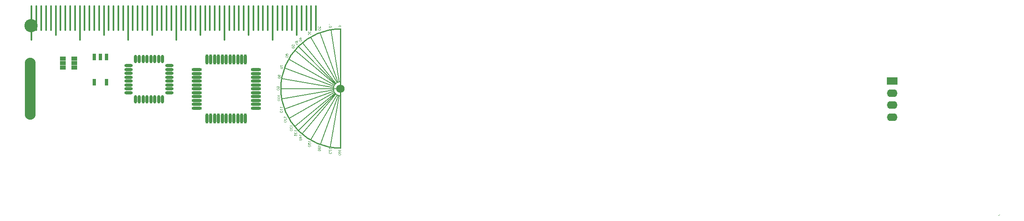
<source format=gbs>
G04*
G04 #@! TF.GenerationSoftware,Altium Limited,Altium Designer,19.0.4 (130)*
G04*
G04 Layer_Color=16711935*
%FSLAX25Y25*%
%MOIN*%
G70*
G01*
G75*
%ADD32C,0.01378*%
%ADD45C,0.10800*%
%ADD46O,0.08674X0.06312*%
%ADD47R,0.08674X0.06312*%
%ADD48O,0.08800X0.50800*%
%ADD49C,0.06800*%
%ADD61C,0.00933*%
%ADD62C,0.00826*%
%ADD63C,0.00300*%
%ADD64R,0.03162X0.05524*%
%ADD65R,0.05131X0.03359*%
%ADD66O,0.08280X0.02572*%
%ADD67O,0.02572X0.08280*%
%ADD68O,0.06706X0.02572*%
%ADD69O,0.02572X0.06706*%
G36*
X269612Y155791D02*
X269642Y155793D01*
X269666Y155792D01*
X269685Y155791D01*
X269697Y155790D01*
X269700Y155790D01*
X269800Y155781D01*
X269897Y155770D01*
X269981Y155757D01*
X270062Y155740D01*
X270135Y155721D01*
X270201Y155703D01*
X270260Y155681D01*
X270311Y155660D01*
X270359Y155640D01*
X270397Y155619D01*
X270430Y155602D01*
X270456Y155586D01*
X270477Y155572D01*
X270492Y155563D01*
X270500Y155556D01*
X270503Y155553D01*
X270538Y155518D01*
X270567Y155483D01*
X270592Y155445D01*
X270614Y155404D01*
X270631Y155367D01*
X270647Y155326D01*
X270667Y155252D01*
X270671Y155218D01*
X270676Y155188D01*
X270680Y155160D01*
X270682Y155136D01*
X270684Y155114D01*
X270683Y155087D01*
X270673Y155008D01*
X270657Y154939D01*
X270635Y154879D01*
X270611Y154826D01*
X270588Y154787D01*
X270568Y154755D01*
X270558Y154746D01*
X270555Y154737D01*
X270549Y154735D01*
X270549Y154732D01*
X270497Y154683D01*
X270440Y154643D01*
X270384Y154609D01*
X270327Y154582D01*
X270278Y154560D01*
X270259Y154552D01*
X270240Y154544D01*
X270225Y154539D01*
X270213Y154536D01*
X270206Y154533D01*
X270203Y154534D01*
X270160Y154524D01*
X270117Y154514D01*
X270022Y154500D01*
X269927Y154493D01*
X269836Y154489D01*
X269793Y154488D01*
X269753Y154487D01*
X269720Y154489D01*
X269689Y154488D01*
X269665Y154489D01*
X269647Y154490D01*
X269635Y154490D01*
X269632Y154490D01*
X269526Y154499D01*
X269480Y154501D01*
X269435Y154507D01*
X269392Y154512D01*
X269353Y154520D01*
X269320Y154525D01*
X269287Y154530D01*
X269260Y154537D01*
X269233Y154542D01*
X269212Y154546D01*
X269197Y154553D01*
X269182Y154557D01*
X269173Y154557D01*
X269167Y154560D01*
X269163Y154561D01*
X269101Y154582D01*
X269044Y154606D01*
X268994Y154630D01*
X268952Y154651D01*
X268920Y154671D01*
X268893Y154688D01*
X268879Y154697D01*
X268873Y154701D01*
X268832Y154733D01*
X268797Y154769D01*
X268765Y154804D01*
X268740Y154836D01*
X268723Y154867D01*
X268709Y154889D01*
X268701Y154905D01*
X268698Y154911D01*
X268679Y154957D01*
X268663Y155007D01*
X268654Y155056D01*
X268650Y155099D01*
X268646Y155136D01*
X268644Y155166D01*
X268646Y155194D01*
X268656Y155272D01*
X268672Y155341D01*
X268693Y155404D01*
X268717Y155455D01*
X268744Y155496D01*
X268764Y155525D01*
X268770Y155537D01*
X268777Y155546D01*
X268783Y155549D01*
X268783Y155552D01*
X268834Y155601D01*
X268888Y155641D01*
X268945Y155674D01*
X269001Y155702D01*
X269051Y155723D01*
X269073Y155731D01*
X269091Y155736D01*
X269107Y155742D01*
X269119Y155747D01*
X269125Y155750D01*
X269128Y155750D01*
X269172Y155760D01*
X269215Y155770D01*
X269310Y155780D01*
X269404Y155787D01*
X269496Y155791D01*
X269539Y155792D01*
X269578Y155793D01*
X269612Y155791D01*
D02*
G37*
G36*
X261533Y156858D02*
X261509Y156804D01*
X261489Y156755D01*
X261465Y156709D01*
X261445Y156669D01*
X261428Y156637D01*
X261414Y156616D01*
X261411Y156613D01*
X261411Y156609D01*
X261377Y156549D01*
X261339Y156495D01*
X261308Y156449D01*
X261277Y156410D01*
X261253Y156377D01*
X261236Y156352D01*
X261222Y156338D01*
X261218Y156334D01*
X263027Y156366D01*
X263032Y156081D01*
X260709Y156041D01*
X260706Y156227D01*
X260762Y156260D01*
X260818Y156299D01*
X260870Y156342D01*
X260918Y156386D01*
X260956Y156425D01*
X260987Y156457D01*
X261008Y156479D01*
X261012Y156482D01*
X261015Y156486D01*
X261070Y156554D01*
X261122Y156625D01*
X261166Y156696D01*
X261204Y156760D01*
X261234Y156817D01*
X261245Y156842D01*
X261255Y156863D01*
X261265Y156878D01*
X261272Y156892D01*
X261275Y156899D01*
X261275Y156902D01*
X261553Y156907D01*
X261533Y156858D01*
D02*
G37*
G36*
X262021Y155335D02*
X262134Y155330D01*
X262232Y155321D01*
X262328Y155308D01*
X262412Y155292D01*
X262490Y155276D01*
X262561Y155256D01*
X262621Y155236D01*
X262678Y155216D01*
X262724Y155195D01*
X262763Y155179D01*
X262795Y155161D01*
X262820Y155148D01*
X262838Y155138D01*
X262848Y155131D01*
X262852Y155127D01*
X262895Y155089D01*
X262930Y155051D01*
X262963Y155010D01*
X262992Y154964D01*
X263014Y154922D01*
X263036Y154877D01*
X263065Y154793D01*
X263073Y154754D01*
X263081Y154719D01*
X263088Y154688D01*
X263092Y154660D01*
X263096Y154635D01*
X263097Y154604D01*
X263091Y154512D01*
X263079Y154431D01*
X263059Y154360D01*
X263035Y154296D01*
X263011Y154250D01*
X262991Y154211D01*
X262981Y154200D01*
X262977Y154190D01*
X262970Y154186D01*
X262970Y154182D01*
X262915Y154122D01*
X262853Y154071D01*
X262790Y154028D01*
X262727Y153991D01*
X262671Y153962D01*
X262650Y153952D01*
X262630Y153941D01*
X262612Y153933D01*
X262598Y153929D01*
X262591Y153926D01*
X262588Y153926D01*
X262539Y153911D01*
X262490Y153896D01*
X262381Y153873D01*
X262272Y153857D01*
X262167Y153844D01*
X262117Y153840D01*
X262072Y153836D01*
X262033Y153835D01*
X261998Y153831D01*
X261970Y153830D01*
X261948Y153830D01*
X261934Y153830D01*
X261931Y153830D01*
X261808Y153831D01*
X261755Y153830D01*
X261702Y153833D01*
X261653Y153835D01*
X261607Y153842D01*
X261568Y153845D01*
X261529Y153847D01*
X261497Y153854D01*
X261466Y153857D01*
X261441Y153860D01*
X261423Y153867D01*
X261406Y153870D01*
X261395Y153870D01*
X261388Y153873D01*
X261385Y153873D01*
X261310Y153893D01*
X261243Y153916D01*
X261183Y153940D01*
X261133Y153960D01*
X261094Y153981D01*
X261062Y153998D01*
X261044Y154008D01*
X261037Y154011D01*
X260987Y154046D01*
X260944Y154084D01*
X260905Y154122D01*
X260873Y154156D01*
X260851Y154191D01*
X260833Y154216D01*
X260822Y154233D01*
X260818Y154240D01*
X260793Y154292D01*
X260771Y154348D01*
X260756Y154404D01*
X260748Y154453D01*
X260740Y154496D01*
X260736Y154531D01*
X260735Y154562D01*
X260741Y154654D01*
X260753Y154735D01*
X260773Y154809D01*
X260797Y154870D01*
X260824Y154919D01*
X260845Y154955D01*
X260851Y154969D01*
X260858Y154980D01*
X260865Y154983D01*
X260865Y154987D01*
X260920Y155048D01*
X260979Y155098D01*
X261042Y155141D01*
X261105Y155178D01*
X261160Y155207D01*
X261185Y155218D01*
X261206Y155225D01*
X261224Y155233D01*
X261237Y155240D01*
X261244Y155244D01*
X261248Y155244D01*
X261297Y155259D01*
X261346Y155274D01*
X261455Y155293D01*
X261564Y155309D01*
X261669Y155321D01*
X261718Y155326D01*
X261764Y155330D01*
X261803Y155331D01*
X261838Y155335D01*
X261866Y155335D01*
X261887Y155336D01*
X261901Y155336D01*
X261905Y155336D01*
X262021Y155335D01*
D02*
G37*
G36*
X254187Y153361D02*
X253925D01*
Y154459D01*
X253871Y154422D01*
X253827Y154385D01*
X253806Y154368D01*
X253793Y154354D01*
X253783Y154347D01*
X253779Y154344D01*
X253762Y154327D01*
X253745Y154310D01*
X253704Y154266D01*
X253657Y154211D01*
X253609Y154160D01*
X253565Y154109D01*
X253531Y154068D01*
X253517Y154051D01*
X253507Y154038D01*
X253500Y154031D01*
X253497Y154028D01*
X253449Y153973D01*
X253409Y153926D01*
X253368Y153878D01*
X253330Y153837D01*
X253293Y153800D01*
X253262Y153766D01*
X253232Y153732D01*
X253204Y153705D01*
X253181Y153681D01*
X253160Y153660D01*
X253130Y153630D01*
X253109Y153613D01*
X253102Y153606D01*
X253048Y153562D01*
X253000Y153521D01*
X252953Y153490D01*
X252912Y153467D01*
X252878Y153446D01*
X252854Y153433D01*
X252837Y153426D01*
X252831Y153422D01*
X252783Y153402D01*
X252735Y153388D01*
X252691Y153378D01*
X252650Y153371D01*
X252616Y153368D01*
X252589Y153365D01*
X252572D01*
X252565D01*
X252518Y153368D01*
X252470Y153371D01*
X252385Y153395D01*
X252310Y153426D01*
X252246Y153460D01*
X252195Y153494D01*
X252174Y153511D01*
X252154Y153524D01*
X252140Y153538D01*
X252130Y153548D01*
X252127Y153552D01*
X252123Y153555D01*
X252093Y153592D01*
X252062Y153630D01*
X252038Y153671D01*
X252018Y153715D01*
X251987Y153800D01*
X251967Y153881D01*
X251957Y153919D01*
X251953Y153953D01*
X251950Y153983D01*
X251946Y154011D01*
X251943Y154034D01*
Y154065D01*
X251946Y154123D01*
X251950Y154177D01*
X251970Y154279D01*
X251980Y154323D01*
X251994Y154368D01*
X252011Y154405D01*
X252025Y154439D01*
X252042Y154470D01*
X252055Y154497D01*
X252072Y154521D01*
X252082Y154541D01*
X252093Y154555D01*
X252103Y154565D01*
X252106Y154572D01*
X252110Y154575D01*
X252144Y154609D01*
X252178Y154636D01*
X252256Y154687D01*
X252334Y154725D01*
X252412Y154752D01*
X252480Y154772D01*
X252511Y154776D01*
X252538Y154782D01*
X252558Y154786D01*
X252575Y154789D01*
X252586D01*
X252589D01*
X252620Y154507D01*
X252545Y154500D01*
X252480Y154487D01*
X252426Y154470D01*
X252378Y154446D01*
X252341Y154425D01*
X252314Y154405D01*
X252300Y154391D01*
X252293Y154388D01*
X252253Y154340D01*
X252222Y154289D01*
X252202Y154235D01*
X252185Y154184D01*
X252178Y154140D01*
X252174Y154106D01*
X252171Y154092D01*
Y154072D01*
X252174Y154004D01*
X252188Y153943D01*
X252205Y153892D01*
X252225Y153847D01*
X252249Y153813D01*
X252266Y153786D01*
X252280Y153773D01*
X252283Y153766D01*
X252327Y153725D01*
X252375Y153698D01*
X252419Y153677D01*
X252463Y153660D01*
X252501Y153654D01*
X252531Y153650D01*
X252552Y153647D01*
X252555D01*
X252558D01*
X252616Y153654D01*
X252677Y153667D01*
X252732Y153688D01*
X252783Y153711D01*
X252827Y153735D01*
X252861Y153756D01*
X252875Y153762D01*
X252885Y153769D01*
X252888Y153776D01*
X252892D01*
X252926Y153803D01*
X252963Y153834D01*
X253000Y153868D01*
X253038Y153909D01*
X253116Y153990D01*
X253194Y154072D01*
X253259Y154147D01*
X253290Y154181D01*
X253313Y154211D01*
X253337Y154235D01*
X253351Y154252D01*
X253361Y154266D01*
X253364Y154269D01*
X253436Y154351D01*
X253500Y154425D01*
X253558Y154487D01*
X253606Y154538D01*
X253646Y154578D01*
X253677Y154606D01*
X253697Y154623D01*
X253701Y154629D01*
X253704D01*
X253759Y154674D01*
X253810Y154708D01*
X253861Y154742D01*
X253905Y154765D01*
X253946Y154786D01*
X253973Y154799D01*
X253993Y154806D01*
X253997Y154810D01*
X254000D01*
X254034Y154820D01*
X254068Y154830D01*
X254099Y154833D01*
X254126Y154837D01*
X254150Y154840D01*
X254170D01*
X254184D01*
X254187D01*
Y153361D01*
D02*
G37*
G36*
X253198Y153065D02*
X253307Y153059D01*
X253402Y153048D01*
X253493Y153035D01*
X253575Y153018D01*
X253650Y153001D01*
X253718Y152980D01*
X253776Y152960D01*
X253830Y152940D01*
X253874Y152919D01*
X253912Y152902D01*
X253942Y152885D01*
X253966Y152872D01*
X253983Y152861D01*
X253993Y152855D01*
X253997Y152851D01*
X254037Y152814D01*
X254071Y152776D01*
X254102Y152736D01*
X254129Y152691D01*
X254150Y152651D01*
X254170Y152606D01*
X254197Y152525D01*
X254204Y152487D01*
X254211Y152453D01*
X254218Y152423D01*
X254221Y152396D01*
X254224Y152372D01*
Y152341D01*
X254218Y152253D01*
X254204Y152175D01*
X254184Y152107D01*
X254160Y152045D01*
X254136Y152001D01*
X254116Y151964D01*
X254105Y151954D01*
X254102Y151943D01*
X254095Y151940D01*
Y151937D01*
X254041Y151879D01*
X253980Y151831D01*
X253919Y151790D01*
X253857Y151756D01*
X253803Y151729D01*
X253783Y151719D01*
X253762Y151709D01*
X253745Y151702D01*
X253731Y151699D01*
X253725Y151695D01*
X253721D01*
X253674Y151682D01*
X253626Y151668D01*
X253521Y151648D01*
X253415Y151634D01*
X253313Y151624D01*
X253266Y151620D01*
X253222Y151617D01*
X253184D01*
X253150Y151614D01*
X253123D01*
X253102D01*
X253089D01*
X253085D01*
X252966Y151617D01*
X252916D01*
X252865Y151620D01*
X252817Y151624D01*
X252773Y151631D01*
X252735Y151634D01*
X252698Y151637D01*
X252667Y151644D01*
X252637Y151648D01*
X252613Y151651D01*
X252596Y151658D01*
X252579Y151661D01*
X252569D01*
X252562Y151665D01*
X252558D01*
X252487Y151685D01*
X252422Y151709D01*
X252365Y151733D01*
X252317Y151753D01*
X252280Y151773D01*
X252249Y151790D01*
X252232Y151801D01*
X252225Y151804D01*
X252178Y151838D01*
X252137Y151875D01*
X252099Y151913D01*
X252069Y151947D01*
X252048Y151981D01*
X252031Y152005D01*
X252021Y152022D01*
X252018Y152028D01*
X251994Y152079D01*
X251974Y152134D01*
X251960Y152188D01*
X251953Y152236D01*
X251946Y152277D01*
X251943Y152311D01*
Y152341D01*
X251950Y152430D01*
X251963Y152508D01*
X251984Y152579D01*
X252008Y152637D01*
X252035Y152685D01*
X252055Y152719D01*
X252062Y152732D01*
X252069Y152742D01*
X252076Y152746D01*
Y152749D01*
X252130Y152807D01*
X252188Y152855D01*
X252249Y152895D01*
X252310Y152929D01*
X252365Y152957D01*
X252389Y152967D01*
X252409Y152974D01*
X252426Y152980D01*
X252439Y152987D01*
X252446Y152991D01*
X252450D01*
X252497Y153004D01*
X252545Y153018D01*
X252650Y153035D01*
X252756Y153048D01*
X252858Y153059D01*
X252905Y153062D01*
X252950Y153065D01*
X252987D01*
X253021Y153069D01*
X253048D01*
X253068D01*
X253082D01*
X253085D01*
X253198Y153065D01*
D02*
G37*
G36*
X220839Y115343D02*
X220890Y115336D01*
X220938Y115329D01*
X220986Y115316D01*
X221067Y115282D01*
X221105Y115265D01*
X221139Y115244D01*
X221169Y115227D01*
X221196Y115210D01*
X221220Y115193D01*
X221241Y115176D01*
X221254Y115163D01*
X221264Y115156D01*
X221271Y115149D01*
X221275Y115146D01*
X221309Y115105D01*
X221339Y115064D01*
X221363Y115020D01*
X221387Y114976D01*
X221404Y114931D01*
X221421Y114887D01*
X221445Y114802D01*
X221451Y114761D01*
X221458Y114727D01*
X221462Y114693D01*
X221465Y114666D01*
X221468Y114643D01*
Y114612D01*
X221465Y114551D01*
X221462Y114493D01*
X221451Y114438D01*
X221438Y114391D01*
X221424Y114343D01*
X221407Y114299D01*
X221390Y114258D01*
X221370Y114221D01*
X221353Y114187D01*
X221336Y114160D01*
X221319Y114136D01*
X221305Y114116D01*
X221292Y114099D01*
X221281Y114088D01*
X221278Y114082D01*
X221275Y114078D01*
X221237Y114041D01*
X221200Y114010D01*
X221159Y113983D01*
X221118Y113959D01*
X221077Y113939D01*
X221037Y113925D01*
X220962Y113898D01*
X220894Y113884D01*
X220863Y113881D01*
X220839Y113877D01*
X220819Y113874D01*
X220805D01*
X220795D01*
X220792D01*
X220717Y113877D01*
X220649Y113891D01*
X220588Y113908D01*
X220537Y113928D01*
X220493Y113949D01*
X220462Y113966D01*
X220442Y113979D01*
X220435Y113983D01*
X220384Y114027D01*
X220336Y114078D01*
X220299Y114129D01*
X220268Y114180D01*
X220248Y114224D01*
X220231Y114262D01*
X220224Y114275D01*
X220221Y114286D01*
X220217Y114292D01*
Y114296D01*
X220193Y114238D01*
X220163Y114187D01*
X220136Y114143D01*
X220108Y114109D01*
X220081Y114082D01*
X220061Y114061D01*
X220047Y114051D01*
X220044Y114048D01*
X220000Y114020D01*
X219952Y114000D01*
X219908Y113986D01*
X219864Y113976D01*
X219826Y113969D01*
X219799Y113966D01*
X219779D01*
X219772D01*
X219728Y113969D01*
X219683Y113973D01*
X219605Y113993D01*
X219534Y114024D01*
X219473Y114054D01*
X219425Y114088D01*
X219405Y114105D01*
X219388Y114119D01*
X219374Y114129D01*
X219364Y114139D01*
X219360Y114143D01*
X219357Y114146D01*
X219326Y114180D01*
X219299Y114217D01*
X219279Y114255D01*
X219258Y114296D01*
X219228Y114374D01*
X219207Y114449D01*
X219197Y114517D01*
X219190Y114544D01*
Y114571D01*
X219187Y114592D01*
Y114619D01*
X219190Y114673D01*
X219194Y114721D01*
X219214Y114813D01*
X219238Y114894D01*
X219269Y114959D01*
X219286Y114989D01*
X219299Y115013D01*
X219316Y115033D01*
X219326Y115054D01*
X219337Y115068D01*
X219347Y115078D01*
X219350Y115081D01*
X219354Y115085D01*
X219384Y115115D01*
X219418Y115142D01*
X219452Y115166D01*
X219490Y115183D01*
X219558Y115217D01*
X219622Y115237D01*
X219680Y115248D01*
X219704Y115251D01*
X219724Y115254D01*
X219741Y115258D01*
X219755D01*
X219762D01*
X219765D01*
X219823Y115254D01*
X219874Y115244D01*
X219921Y115231D01*
X219962Y115217D01*
X219996Y115203D01*
X220020Y115190D01*
X220034Y115180D01*
X220040Y115176D01*
X220081Y115142D01*
X220115Y115102D01*
X220146Y115061D01*
X220173Y115016D01*
X220190Y114979D01*
X220207Y114948D01*
X220214Y114928D01*
X220217Y114925D01*
Y114921D01*
X220241Y114993D01*
X220272Y115057D01*
X220306Y115112D01*
X220340Y115156D01*
X220370Y115190D01*
X220397Y115217D01*
X220414Y115231D01*
X220418Y115237D01*
X220421D01*
X220479Y115275D01*
X220540Y115299D01*
X220601Y115319D01*
X220659Y115333D01*
X220707Y115340D01*
X220731Y115343D01*
X220748D01*
X220765Y115346D01*
X220775D01*
X220782D01*
X220785D01*
X220839Y115343D01*
D02*
G37*
G36*
X220442Y113605D02*
X220550Y113599D01*
X220646Y113589D01*
X220737Y113575D01*
X220819Y113558D01*
X220894Y113541D01*
X220962Y113521D01*
X221020Y113500D01*
X221074Y113480D01*
X221118Y113459D01*
X221156Y113442D01*
X221186Y113425D01*
X221210Y113412D01*
X221227Y113401D01*
X221237Y113395D01*
X221241Y113391D01*
X221281Y113354D01*
X221315Y113317D01*
X221346Y113276D01*
X221373Y113232D01*
X221394Y113191D01*
X221414Y113146D01*
X221441Y113065D01*
X221448Y113028D01*
X221455Y112994D01*
X221462Y112963D01*
X221465Y112936D01*
X221468Y112912D01*
Y112881D01*
X221462Y112793D01*
X221448Y112715D01*
X221428Y112647D01*
X221404Y112585D01*
X221380Y112541D01*
X221360Y112504D01*
X221349Y112494D01*
X221346Y112484D01*
X221339Y112480D01*
Y112477D01*
X221285Y112419D01*
X221224Y112371D01*
X221162Y112330D01*
X221101Y112296D01*
X221047Y112269D01*
X221026Y112259D01*
X221006Y112249D01*
X220989Y112242D01*
X220975Y112239D01*
X220969Y112235D01*
X220965D01*
X220918Y112222D01*
X220870Y112208D01*
X220765Y112188D01*
X220659Y112174D01*
X220557Y112164D01*
X220510Y112161D01*
X220465Y112157D01*
X220428D01*
X220394Y112154D01*
X220367D01*
X220346D01*
X220333D01*
X220329D01*
X220210Y112157D01*
X220159D01*
X220108Y112161D01*
X220061Y112164D01*
X220017Y112171D01*
X219979Y112174D01*
X219942Y112178D01*
X219911Y112184D01*
X219881Y112188D01*
X219857Y112191D01*
X219840Y112198D01*
X219823Y112201D01*
X219813D01*
X219806Y112205D01*
X219802D01*
X219731Y112225D01*
X219666Y112249D01*
X219609Y112273D01*
X219561Y112293D01*
X219524Y112313D01*
X219493Y112330D01*
X219476Y112341D01*
X219469Y112344D01*
X219422Y112378D01*
X219381Y112416D01*
X219343Y112453D01*
X219313Y112487D01*
X219292Y112521D01*
X219275Y112545D01*
X219265Y112562D01*
X219262Y112568D01*
X219238Y112619D01*
X219218Y112674D01*
X219204Y112728D01*
X219197Y112776D01*
X219190Y112817D01*
X219187Y112851D01*
Y112881D01*
X219194Y112970D01*
X219207Y113048D01*
X219228Y113119D01*
X219252Y113177D01*
X219279Y113225D01*
X219299Y113259D01*
X219306Y113272D01*
X219313Y113283D01*
X219320Y113286D01*
Y113289D01*
X219374Y113347D01*
X219432Y113395D01*
X219493Y113435D01*
X219554Y113470D01*
X219609Y113497D01*
X219632Y113507D01*
X219653Y113514D01*
X219670Y113521D01*
X219683Y113527D01*
X219690Y113531D01*
X219694D01*
X219741Y113544D01*
X219789Y113558D01*
X219894Y113575D01*
X220000Y113589D01*
X220102Y113599D01*
X220149Y113602D01*
X220193Y113605D01*
X220231D01*
X220265Y113609D01*
X220292D01*
X220312D01*
X220326D01*
X220329D01*
X220442Y113605D01*
D02*
G37*
G36*
X219531Y98599D02*
X219507Y98548D01*
X219487Y98500D01*
X219463Y98456D01*
X219443Y98418D01*
X219426Y98388D01*
X219412Y98368D01*
X219409Y98364D01*
Y98361D01*
X219375Y98303D01*
X219337Y98252D01*
X219307Y98208D01*
X219276Y98170D01*
X219252Y98140D01*
X219235Y98116D01*
X219222Y98102D01*
X219218Y98099D01*
X220966D01*
Y97824D01*
X218722D01*
Y98004D01*
X218776Y98034D01*
X218831Y98072D01*
X218882Y98112D01*
X218929Y98153D01*
X218967Y98191D01*
X218997Y98221D01*
X219018Y98242D01*
X219021Y98245D01*
X219024Y98248D01*
X219079Y98313D01*
X219130Y98381D01*
X219174Y98449D01*
X219212Y98510D01*
X219242Y98565D01*
X219252Y98589D01*
X219263Y98609D01*
X219273Y98623D01*
X219280Y98636D01*
X219283Y98643D01*
Y98646D01*
X219551D01*
X219531Y98599D01*
D02*
G37*
G36*
X219976Y97120D02*
X220085Y97113D01*
X220181Y97103D01*
X220272Y97089D01*
X220354Y97072D01*
X220429Y97055D01*
X220497Y97035D01*
X220554Y97014D01*
X220609Y96994D01*
X220653Y96974D01*
X220690Y96956D01*
X220721Y96939D01*
X220745Y96926D01*
X220762Y96916D01*
X220772Y96909D01*
X220776Y96905D01*
X220816Y96868D01*
X220850Y96831D01*
X220881Y96790D01*
X220908Y96746D01*
X220929Y96705D01*
X220949Y96661D01*
X220976Y96579D01*
X220983Y96542D01*
X220990Y96508D01*
X220996Y96477D01*
X221000Y96450D01*
X221003Y96426D01*
Y96395D01*
X220996Y96307D01*
X220983Y96229D01*
X220963Y96161D01*
X220939Y96100D01*
X220915Y96056D01*
X220895Y96018D01*
X220884Y96008D01*
X220881Y95998D01*
X220874Y95994D01*
Y95991D01*
X220820Y95933D01*
X220759Y95885D01*
X220697Y95845D01*
X220636Y95811D01*
X220582Y95784D01*
X220561Y95773D01*
X220541Y95763D01*
X220524Y95756D01*
X220510Y95753D01*
X220503Y95749D01*
X220500D01*
X220452Y95736D01*
X220405Y95722D01*
X220300Y95702D01*
X220194Y95688D01*
X220092Y95678D01*
X220044Y95675D01*
X220000Y95671D01*
X219963D01*
X219929Y95668D01*
X219902D01*
X219881D01*
X219868D01*
X219864D01*
X219745Y95671D01*
X219694D01*
X219643Y95675D01*
X219596Y95678D01*
X219551Y95685D01*
X219514Y95688D01*
X219477Y95692D01*
X219446Y95698D01*
X219415Y95702D01*
X219392Y95705D01*
X219375Y95712D01*
X219358Y95715D01*
X219348D01*
X219341Y95719D01*
X219337D01*
X219266Y95739D01*
X219201Y95763D01*
X219144Y95787D01*
X219096Y95807D01*
X219058Y95828D01*
X219028Y95845D01*
X219011Y95855D01*
X219004Y95858D01*
X218956Y95892D01*
X218916Y95930D01*
X218878Y95967D01*
X218848Y96001D01*
X218827Y96035D01*
X218810Y96059D01*
X218800Y96076D01*
X218797Y96083D01*
X218773Y96134D01*
X218753Y96188D01*
X218739Y96242D01*
X218732Y96290D01*
X218725Y96331D01*
X218722Y96365D01*
Y96395D01*
X218729Y96484D01*
X218742Y96562D01*
X218763Y96633D01*
X218787Y96691D01*
X218814Y96739D01*
X218834Y96773D01*
X218841Y96786D01*
X218848Y96797D01*
X218854Y96800D01*
Y96803D01*
X218909Y96861D01*
X218967Y96909D01*
X219028Y96950D01*
X219089Y96984D01*
X219144Y97011D01*
X219167Y97021D01*
X219188Y97028D01*
X219205Y97035D01*
X219218Y97041D01*
X219225Y97045D01*
X219229D01*
X219276Y97058D01*
X219324Y97072D01*
X219429Y97089D01*
X219534Y97103D01*
X219637Y97113D01*
X219684Y97116D01*
X219728Y97120D01*
X219766D01*
X219800Y97123D01*
X219827D01*
X219847D01*
X219861D01*
X219864D01*
X219976Y97120D01*
D02*
G37*
G36*
Y95386D02*
X220085Y95379D01*
X220181Y95369D01*
X220272Y95355D01*
X220354Y95338D01*
X220429Y95321D01*
X220497Y95301D01*
X220554Y95280D01*
X220609Y95260D01*
X220653Y95240D01*
X220690Y95223D01*
X220721Y95205D01*
X220745Y95192D01*
X220762Y95182D01*
X220772Y95175D01*
X220776Y95171D01*
X220816Y95134D01*
X220850Y95097D01*
X220881Y95056D01*
X220908Y95012D01*
X220929Y94971D01*
X220949Y94927D01*
X220976Y94845D01*
X220983Y94808D01*
X220990Y94774D01*
X220996Y94743D01*
X221000Y94716D01*
X221003Y94692D01*
Y94661D01*
X220996Y94573D01*
X220983Y94495D01*
X220963Y94427D01*
X220939Y94366D01*
X220915Y94322D01*
X220895Y94284D01*
X220884Y94274D01*
X220881Y94264D01*
X220874Y94260D01*
Y94257D01*
X220820Y94199D01*
X220759Y94152D01*
X220697Y94111D01*
X220636Y94077D01*
X220582Y94050D01*
X220561Y94039D01*
X220541Y94029D01*
X220524Y94022D01*
X220510Y94019D01*
X220503Y94016D01*
X220500D01*
X220452Y94002D01*
X220405Y93988D01*
X220300Y93968D01*
X220194Y93954D01*
X220092Y93944D01*
X220044Y93941D01*
X220000Y93937D01*
X219963D01*
X219929Y93934D01*
X219902D01*
X219881D01*
X219868D01*
X219864D01*
X219745Y93937D01*
X219694D01*
X219643Y93941D01*
X219596Y93944D01*
X219551Y93951D01*
X219514Y93954D01*
X219477Y93958D01*
X219446Y93964D01*
X219415Y93968D01*
X219392Y93971D01*
X219375Y93978D01*
X219358Y93981D01*
X219348D01*
X219341Y93985D01*
X219337D01*
X219266Y94005D01*
X219201Y94029D01*
X219144Y94053D01*
X219096Y94073D01*
X219058Y94094D01*
X219028Y94111D01*
X219011Y94121D01*
X219004Y94124D01*
X218956Y94158D01*
X218916Y94196D01*
X218878Y94233D01*
X218848Y94267D01*
X218827Y94301D01*
X218810Y94325D01*
X218800Y94342D01*
X218797Y94349D01*
X218773Y94400D01*
X218753Y94454D01*
X218739Y94508D01*
X218732Y94556D01*
X218725Y94597D01*
X218722Y94631D01*
Y94661D01*
X218729Y94750D01*
X218742Y94828D01*
X218763Y94899D01*
X218787Y94957D01*
X218814Y95005D01*
X218834Y95039D01*
X218841Y95052D01*
X218848Y95063D01*
X218854Y95066D01*
Y95069D01*
X218909Y95127D01*
X218967Y95175D01*
X219028Y95216D01*
X219089Y95250D01*
X219144Y95277D01*
X219167Y95287D01*
X219188Y95294D01*
X219205Y95301D01*
X219218Y95307D01*
X219225Y95311D01*
X219229D01*
X219276Y95324D01*
X219324Y95338D01*
X219429Y95355D01*
X219534Y95369D01*
X219637Y95379D01*
X219684Y95382D01*
X219728Y95386D01*
X219766D01*
X219800Y95389D01*
X219827D01*
X219847D01*
X219861D01*
X219864D01*
X219976Y95386D01*
D02*
G37*
G36*
X269247Y53989D02*
X269223Y53938D01*
X269203Y53890D01*
X269179Y53846D01*
X269158Y53809D01*
X269141Y53778D01*
X269128Y53758D01*
X269124Y53754D01*
Y53751D01*
X269091Y53693D01*
X269053Y53642D01*
X269022Y53598D01*
X268992Y53561D01*
X268968Y53530D01*
X268951Y53506D01*
X268937Y53492D01*
X268934Y53489D01*
X270682D01*
Y53214D01*
X268438D01*
Y53394D01*
X268492Y53425D01*
X268547Y53462D01*
X268597Y53503D01*
X268645Y53544D01*
X268683Y53581D01*
X268713Y53611D01*
X268733Y53632D01*
X268737Y53635D01*
X268740Y53639D01*
X268795Y53703D01*
X268846Y53771D01*
X268890Y53839D01*
X268927Y53900D01*
X268958Y53955D01*
X268968Y53979D01*
X268978Y53999D01*
X268988Y54013D01*
X268995Y54026D01*
X268999Y54033D01*
Y54036D01*
X269267D01*
X269247Y53989D01*
D02*
G37*
G36*
X270090Y52513D02*
X270141Y52507D01*
X270189Y52500D01*
X270236Y52486D01*
X270318Y52452D01*
X270355Y52435D01*
X270389Y52415D01*
X270420Y52398D01*
X270447Y52381D01*
X270471Y52364D01*
X270491Y52347D01*
X270505Y52333D01*
X270515Y52326D01*
X270522Y52320D01*
X270525Y52316D01*
X270559Y52275D01*
X270590Y52235D01*
X270614Y52190D01*
X270637Y52146D01*
X270654Y52102D01*
X270672Y52058D01*
X270695Y51973D01*
X270702Y51932D01*
X270709Y51898D01*
X270712Y51864D01*
X270716Y51837D01*
X270719Y51813D01*
Y51782D01*
X270716Y51721D01*
X270712Y51663D01*
X270702Y51609D01*
X270689Y51561D01*
X270675Y51514D01*
X270658Y51469D01*
X270641Y51429D01*
X270620Y51391D01*
X270603Y51357D01*
X270586Y51330D01*
X270569Y51306D01*
X270556Y51286D01*
X270542Y51269D01*
X270532Y51259D01*
X270529Y51252D01*
X270525Y51249D01*
X270488Y51211D01*
X270450Y51180D01*
X270410Y51153D01*
X270369Y51130D01*
X270328Y51109D01*
X270287Y51095D01*
X270212Y51068D01*
X270145Y51055D01*
X270114Y51051D01*
X270090Y51048D01*
X270070Y51044D01*
X270056D01*
X270046D01*
X270042D01*
X269968Y51048D01*
X269900Y51061D01*
X269839Y51078D01*
X269787Y51099D01*
X269743Y51119D01*
X269713Y51136D01*
X269692Y51150D01*
X269685Y51153D01*
X269635Y51197D01*
X269587Y51249D01*
X269549Y51300D01*
X269519Y51350D01*
X269498Y51395D01*
X269481Y51432D01*
X269475Y51446D01*
X269471Y51456D01*
X269468Y51463D01*
Y51466D01*
X269444Y51408D01*
X269413Y51357D01*
X269386Y51313D01*
X269359Y51279D01*
X269332Y51252D01*
X269311Y51231D01*
X269298Y51221D01*
X269295Y51218D01*
X269250Y51191D01*
X269203Y51170D01*
X269158Y51157D01*
X269114Y51147D01*
X269077Y51140D01*
X269050Y51136D01*
X269029D01*
X269022D01*
X268978Y51140D01*
X268934Y51143D01*
X268856Y51164D01*
X268784Y51194D01*
X268723Y51225D01*
X268676Y51259D01*
X268655Y51276D01*
X268638Y51289D01*
X268625Y51300D01*
X268614Y51310D01*
X268611Y51313D01*
X268608Y51316D01*
X268577Y51350D01*
X268550Y51388D01*
X268529Y51425D01*
X268509Y51466D01*
X268478Y51544D01*
X268458Y51619D01*
X268448Y51687D01*
X268441Y51714D01*
Y51741D01*
X268438Y51762D01*
Y51789D01*
X268441Y51844D01*
X268444Y51891D01*
X268465Y51983D01*
X268489Y52065D01*
X268519Y52129D01*
X268536Y52160D01*
X268550Y52184D01*
X268567Y52204D01*
X268577Y52224D01*
X268587Y52238D01*
X268597Y52248D01*
X268601Y52251D01*
X268604Y52255D01*
X268635Y52285D01*
X268669Y52313D01*
X268703Y52337D01*
X268740Y52354D01*
X268808Y52387D01*
X268873Y52408D01*
X268931Y52418D01*
X268954Y52421D01*
X268975Y52425D01*
X268992Y52428D01*
X269005D01*
X269012D01*
X269016D01*
X269074Y52425D01*
X269124Y52415D01*
X269172Y52401D01*
X269213Y52387D01*
X269247Y52374D01*
X269271Y52360D01*
X269284Y52350D01*
X269291Y52347D01*
X269332Y52313D01*
X269366Y52272D01*
X269396Y52231D01*
X269424Y52187D01*
X269441Y52149D01*
X269458Y52119D01*
X269464Y52099D01*
X269468Y52095D01*
Y52092D01*
X269492Y52163D01*
X269522Y52228D01*
X269556Y52282D01*
X269590Y52326D01*
X269621Y52360D01*
X269648Y52387D01*
X269665Y52401D01*
X269668Y52408D01*
X269672D01*
X269730Y52445D01*
X269791Y52469D01*
X269852Y52490D01*
X269910Y52503D01*
X269957Y52510D01*
X269981Y52513D01*
X269998D01*
X270015Y52517D01*
X270025D01*
X270032D01*
X270036D01*
X270090Y52513D01*
D02*
G37*
G36*
X269692Y50776D02*
X269801Y50769D01*
X269896Y50759D01*
X269988Y50745D01*
X270070Y50728D01*
X270145Y50711D01*
X270212Y50691D01*
X270270Y50670D01*
X270325Y50650D01*
X270369Y50630D01*
X270406Y50613D01*
X270437Y50596D01*
X270461Y50582D01*
X270478Y50572D01*
X270488Y50565D01*
X270491Y50562D01*
X270532Y50524D01*
X270566Y50487D01*
X270597Y50446D01*
X270624Y50402D01*
X270644Y50361D01*
X270665Y50317D01*
X270692Y50235D01*
X270699Y50198D01*
X270706Y50164D01*
X270712Y50133D01*
X270716Y50106D01*
X270719Y50082D01*
Y50052D01*
X270712Y49963D01*
X270699Y49885D01*
X270678Y49817D01*
X270654Y49756D01*
X270631Y49712D01*
X270610Y49674D01*
X270600Y49664D01*
X270597Y49654D01*
X270590Y49650D01*
Y49647D01*
X270535Y49589D01*
X270474Y49542D01*
X270413Y49501D01*
X270352Y49467D01*
X270297Y49440D01*
X270277Y49430D01*
X270257Y49419D01*
X270240Y49413D01*
X270226Y49409D01*
X270219Y49406D01*
X270216D01*
X270168Y49392D01*
X270121Y49378D01*
X270015Y49358D01*
X269910Y49345D01*
X269808Y49334D01*
X269760Y49331D01*
X269716Y49327D01*
X269679D01*
X269645Y49324D01*
X269618D01*
X269597D01*
X269583D01*
X269580D01*
X269461Y49327D01*
X269410D01*
X269359Y49331D01*
X269311Y49334D01*
X269267Y49341D01*
X269230Y49345D01*
X269193Y49348D01*
X269162Y49355D01*
X269131Y49358D01*
X269108Y49362D01*
X269091Y49368D01*
X269074Y49372D01*
X269063D01*
X269056Y49375D01*
X269053D01*
X268982Y49395D01*
X268917Y49419D01*
X268859Y49443D01*
X268812Y49463D01*
X268774Y49484D01*
X268744Y49501D01*
X268727Y49511D01*
X268720Y49514D01*
X268672Y49549D01*
X268631Y49586D01*
X268594Y49623D01*
X268564Y49657D01*
X268543Y49691D01*
X268526Y49715D01*
X268516Y49732D01*
X268512Y49739D01*
X268489Y49790D01*
X268468Y49844D01*
X268455Y49899D01*
X268448Y49946D01*
X268441Y49987D01*
X268438Y50021D01*
Y50052D01*
X268444Y50140D01*
X268458Y50218D01*
X268478Y50290D01*
X268502Y50348D01*
X268529Y50395D01*
X268550Y50429D01*
X268557Y50443D01*
X268564Y50453D01*
X268570Y50456D01*
Y50460D01*
X268625Y50517D01*
X268683Y50565D01*
X268744Y50606D01*
X268805Y50640D01*
X268859Y50667D01*
X268883Y50677D01*
X268903Y50684D01*
X268920Y50691D01*
X268934Y50698D01*
X268941Y50701D01*
X268944D01*
X268992Y50715D01*
X269039Y50728D01*
X269145Y50745D01*
X269250Y50759D01*
X269352Y50769D01*
X269400Y50773D01*
X269444Y50776D01*
X269481D01*
X269515Y50779D01*
X269543D01*
X269563D01*
X269577D01*
X269580D01*
X269692Y50776D01*
D02*
G37*
G36*
X261531Y55355D02*
X261507Y55301D01*
X261487Y55252D01*
X261463Y55206D01*
X261442Y55167D01*
X261425Y55135D01*
X261412Y55113D01*
X261408Y55110D01*
X261408Y55106D01*
X261374Y55046D01*
X261336Y54992D01*
X261305Y54946D01*
X261275Y54907D01*
X261250Y54874D01*
X261233Y54850D01*
X261219Y54835D01*
X261216Y54832D01*
X263025Y54863D01*
X263030Y54578D01*
X260707Y54538D01*
X260704Y54724D01*
X260760Y54757D01*
X260815Y54796D01*
X260867Y54840D01*
X260916Y54883D01*
X260954Y54922D01*
X260985Y54954D01*
X261006Y54976D01*
X261009Y54979D01*
X261013Y54983D01*
X261068Y55051D01*
X261119Y55122D01*
X261164Y55193D01*
X261202Y55257D01*
X261232Y55314D01*
X261242Y55339D01*
X261252Y55360D01*
X261263Y55375D01*
X261270Y55389D01*
X261273Y55396D01*
X261273Y55400D01*
X261551Y55404D01*
X261531Y55355D01*
D02*
G37*
G36*
X261050Y52667D02*
X261147Y52750D01*
X261247Y52825D01*
X261348Y52898D01*
X261442Y52963D01*
X261488Y52988D01*
X261526Y53013D01*
X261561Y53035D01*
X261592Y53053D01*
X261616Y53068D01*
X261634Y53079D01*
X261648Y53086D01*
X261651Y53090D01*
X261784Y53159D01*
X261916Y53221D01*
X262042Y53272D01*
X262102Y53295D01*
X262154Y53317D01*
X262207Y53335D01*
X262252Y53350D01*
X262291Y53365D01*
X262326Y53376D01*
X262354Y53383D01*
X262375Y53391D01*
X262389Y53395D01*
X262392Y53395D01*
X262532Y53432D01*
X262596Y53448D01*
X262659Y53459D01*
X262715Y53471D01*
X262768Y53479D01*
X262820Y53487D01*
X262866Y53495D01*
X262904Y53499D01*
X262943Y53503D01*
X262975Y53507D01*
X262999Y53507D01*
X263020Y53511D01*
X263035Y53512D01*
X263045Y53512D01*
X263049Y53512D01*
X263054Y53220D01*
X262927Y53207D01*
X262808Y53191D01*
X262702Y53171D01*
X262653Y53160D01*
X262608Y53152D01*
X262569Y53141D01*
X262531Y53133D01*
X262499Y53126D01*
X262471Y53118D01*
X262450Y53111D01*
X262436Y53107D01*
X262425Y53103D01*
X262422Y53103D01*
X262268Y53051D01*
X262125Y52996D01*
X262055Y52966D01*
X261988Y52937D01*
X261926Y52908D01*
X261870Y52882D01*
X261817Y52857D01*
X261768Y52831D01*
X261726Y52809D01*
X261692Y52791D01*
X261664Y52776D01*
X261643Y52766D01*
X261629Y52758D01*
X261625Y52755D01*
X261556Y52711D01*
X261486Y52671D01*
X261423Y52628D01*
X261364Y52588D01*
X261309Y52552D01*
X261260Y52512D01*
X261211Y52476D01*
X261170Y52444D01*
X261135Y52415D01*
X261100Y52386D01*
X261072Y52361D01*
X261048Y52343D01*
X261031Y52325D01*
X261017Y52315D01*
X261010Y52307D01*
X261007Y52304D01*
X260785Y52300D01*
X260759Y53796D01*
X261030Y53800D01*
X261050Y52667D01*
D02*
G37*
G36*
X262050Y52037D02*
X262163Y52032D01*
X262261Y52023D01*
X262357Y52011D01*
X262441Y51994D01*
X262519Y51978D01*
X262590Y51958D01*
X262650Y51938D01*
X262707Y51918D01*
X262753Y51898D01*
X262792Y51881D01*
X262824Y51864D01*
X262849Y51850D01*
X262866Y51840D01*
X262877Y51833D01*
X262881Y51829D01*
X262924Y51792D01*
X262960Y51753D01*
X262992Y51712D01*
X263021Y51666D01*
X263043Y51625D01*
X263065Y51579D01*
X263094Y51495D01*
X263102Y51457D01*
X263110Y51422D01*
X263117Y51390D01*
X263121Y51362D01*
X263125Y51337D01*
X263126Y51306D01*
X263120Y51214D01*
X263108Y51133D01*
X263088Y51062D01*
X263064Y50998D01*
X263040Y50952D01*
X263020Y50913D01*
X263010Y50902D01*
X263006Y50892D01*
X262999Y50888D01*
X262999Y50885D01*
X262944Y50824D01*
X262882Y50773D01*
X262819Y50730D01*
X262756Y50694D01*
X262700Y50665D01*
X262680Y50654D01*
X262659Y50643D01*
X262641Y50635D01*
X262627Y50632D01*
X262620Y50628D01*
X262617Y50628D01*
X262567Y50613D01*
X262519Y50598D01*
X262410Y50575D01*
X262301Y50559D01*
X262195Y50547D01*
X262146Y50542D01*
X262101Y50538D01*
X262062Y50537D01*
X262027Y50533D01*
X261999Y50533D01*
X261978Y50532D01*
X261963Y50532D01*
X261960Y50532D01*
X261837Y50533D01*
X261784Y50533D01*
X261731Y50535D01*
X261682Y50538D01*
X261636Y50544D01*
X261597Y50547D01*
X261558Y50550D01*
X261526Y50556D01*
X261495Y50559D01*
X261470Y50562D01*
X261452Y50569D01*
X261435Y50572D01*
X261424Y50572D01*
X261417Y50575D01*
X261414Y50575D01*
X261339Y50595D01*
X261272Y50619D01*
X261212Y50642D01*
X261162Y50662D01*
X261123Y50683D01*
X261091Y50700D01*
X261073Y50710D01*
X261066Y50713D01*
X261016Y50748D01*
X260973Y50786D01*
X260934Y50824D01*
X260902Y50858D01*
X260880Y50893D01*
X260862Y50918D01*
X260851Y50935D01*
X260847Y50942D01*
X260822Y50994D01*
X260800Y51050D01*
X260785Y51107D01*
X260777Y51156D01*
X260769Y51198D01*
X260765Y51233D01*
X260764Y51265D01*
X260770Y51356D01*
X260782Y51437D01*
X260802Y51512D01*
X260826Y51572D01*
X260853Y51622D01*
X260874Y51657D01*
X260880Y51671D01*
X260887Y51682D01*
X260894Y51686D01*
X260894Y51689D01*
X260949Y51750D01*
X261008Y51800D01*
X261071Y51844D01*
X261134Y51880D01*
X261190Y51909D01*
X261214Y51920D01*
X261235Y51928D01*
X261252Y51935D01*
X261266Y51942D01*
X261273Y51946D01*
X261277Y51946D01*
X261326Y51961D01*
X261375Y51976D01*
X261484Y51995D01*
X261593Y52011D01*
X261698Y52024D01*
X261747Y52028D01*
X261793Y52032D01*
X261832Y52033D01*
X261867Y52037D01*
X261895Y52038D01*
X261916Y52038D01*
X261930Y52038D01*
X261934Y52038D01*
X262050Y52037D01*
D02*
G37*
G36*
X252751Y57476D02*
X252727Y57425D01*
X252707Y57377D01*
X252683Y57333D01*
X252663Y57296D01*
X252646Y57265D01*
X252632Y57245D01*
X252629Y57241D01*
Y57238D01*
X252595Y57180D01*
X252557Y57129D01*
X252527Y57085D01*
X252496Y57048D01*
X252472Y57017D01*
X252455Y56993D01*
X252442Y56980D01*
X252438Y56976D01*
X254186D01*
Y56701D01*
X251942D01*
Y56881D01*
X251996Y56912D01*
X252051Y56949D01*
X252102Y56990D01*
X252149Y57031D01*
X252187Y57068D01*
X252217Y57099D01*
X252238Y57119D01*
X252241Y57122D01*
X252244Y57126D01*
X252299Y57191D01*
X252350Y57258D01*
X252394Y57327D01*
X252432Y57388D01*
X252462Y57442D01*
X252472Y57466D01*
X252483Y57486D01*
X252493Y57500D01*
X252500Y57513D01*
X252503Y57520D01*
Y57524D01*
X252771D01*
X252751Y57476D01*
D02*
G37*
G36*
X253247Y56011D02*
X253343Y56004D01*
X253434Y55994D01*
X253516Y55980D01*
X253591Y55963D01*
X253659Y55946D01*
X253720Y55926D01*
X253774Y55905D01*
X253822Y55888D01*
X253863Y55868D01*
X253897Y55851D01*
X253924Y55834D01*
X253944Y55820D01*
X253958Y55810D01*
X253968Y55803D01*
X253972Y55800D01*
X254016Y55759D01*
X254053Y55715D01*
X254087Y55667D01*
X254118Y55620D01*
X254142Y55572D01*
X254162Y55528D01*
X254179Y55480D01*
X254193Y55436D01*
X254203Y55395D01*
X254210Y55358D01*
X254217Y55324D01*
X254220Y55297D01*
Y55273D01*
X254223Y55252D01*
Y55239D01*
X254220Y55168D01*
X254210Y55099D01*
X254193Y55038D01*
X254176Y54984D01*
X254159Y54943D01*
X254142Y54909D01*
X254132Y54889D01*
X254128Y54882D01*
X254087Y54824D01*
X254043Y54777D01*
X253999Y54732D01*
X253955Y54695D01*
X253914Y54668D01*
X253883Y54647D01*
X253870Y54641D01*
X253859Y54634D01*
X253856Y54630D01*
X253853D01*
X253785Y54600D01*
X253717Y54576D01*
X253649Y54562D01*
X253591Y54549D01*
X253537Y54542D01*
X253516D01*
X253496Y54539D01*
X253482D01*
X253472D01*
X253465D01*
X253462D01*
X253404Y54542D01*
X253346Y54545D01*
X253295Y54555D01*
X253244Y54569D01*
X253200Y54583D01*
X253156Y54600D01*
X253118Y54617D01*
X253081Y54634D01*
X253050Y54654D01*
X253023Y54671D01*
X252999Y54688D01*
X252979Y54702D01*
X252962Y54715D01*
X252952Y54725D01*
X252945Y54729D01*
X252941Y54732D01*
X252904Y54770D01*
X252873Y54807D01*
X252846Y54848D01*
X252822Y54889D01*
X252802Y54926D01*
X252788Y54967D01*
X252761Y55038D01*
X252748Y55103D01*
X252744Y55130D01*
X252741Y55154D01*
X252737Y55174D01*
Y55202D01*
X252741Y55259D01*
X252748Y55314D01*
X252761Y55365D01*
X252775Y55409D01*
X252788Y55446D01*
X252802Y55477D01*
X252809Y55494D01*
X252812Y55501D01*
X252843Y55552D01*
X252877Y55599D01*
X252914Y55640D01*
X252952Y55674D01*
X252986Y55705D01*
X253013Y55725D01*
X253030Y55739D01*
X253033Y55742D01*
X252976D01*
X252918Y55739D01*
X252863Y55735D01*
X252812Y55732D01*
X252768Y55725D01*
X252724Y55718D01*
X252687Y55712D01*
X252653Y55705D01*
X252622Y55698D01*
X252595Y55691D01*
X252571Y55684D01*
X252554Y55677D01*
X252540Y55674D01*
X252527Y55671D01*
X252523Y55667D01*
X252520D01*
X252455Y55637D01*
X252397Y55603D01*
X252350Y55569D01*
X252312Y55535D01*
X252282Y55507D01*
X252258Y55484D01*
X252244Y55470D01*
X252241Y55463D01*
X252217Y55423D01*
X252197Y55385D01*
X252183Y55344D01*
X252176Y55307D01*
X252170Y55276D01*
X252166Y55252D01*
Y55229D01*
X252170Y55171D01*
X252183Y55116D01*
X252204Y55069D01*
X252224Y55028D01*
X252248Y54997D01*
X252265Y54974D01*
X252278Y54957D01*
X252285Y54953D01*
X252316Y54930D01*
X252350Y54909D01*
X252428Y54875D01*
X252462Y54865D01*
X252489Y54855D01*
X252510Y54848D01*
X252513D01*
X252517D01*
X252496Y54576D01*
X252404Y54593D01*
X252323Y54624D01*
X252255Y54654D01*
X252197Y54691D01*
X252153Y54725D01*
X252119Y54753D01*
X252098Y54773D01*
X252092Y54777D01*
Y54780D01*
X252064Y54814D01*
X252041Y54848D01*
X252007Y54919D01*
X251979Y54991D01*
X251959Y55059D01*
X251949Y55120D01*
X251945Y55147D01*
Y55168D01*
X251942Y55188D01*
Y55212D01*
X251945Y55276D01*
X251952Y55338D01*
X251966Y55395D01*
X251983Y55450D01*
X252003Y55501D01*
X252024Y55545D01*
X252047Y55589D01*
X252071Y55626D01*
X252095Y55660D01*
X252119Y55691D01*
X252139Y55715D01*
X252160Y55739D01*
X252176Y55756D01*
X252190Y55766D01*
X252197Y55773D01*
X252200Y55776D01*
X252258Y55817D01*
X252326Y55854D01*
X252394Y55885D01*
X252472Y55912D01*
X252547Y55936D01*
X252625Y55956D01*
X252703Y55973D01*
X252782Y55984D01*
X252853Y55994D01*
X252921Y56001D01*
X252982Y56007D01*
X253037Y56011D01*
X253081Y56014D01*
X253115D01*
X253125D01*
X253135D01*
X253139D01*
X253142D01*
X253247Y56011D01*
D02*
G37*
G36*
X253197Y54263D02*
X253305Y54256D01*
X253400Y54246D01*
X253492Y54233D01*
X253574Y54216D01*
X253649Y54198D01*
X253717Y54178D01*
X253774Y54158D01*
X253829Y54137D01*
X253873Y54117D01*
X253910Y54100D01*
X253941Y54083D01*
X253965Y54069D01*
X253982Y54059D01*
X253992Y54052D01*
X253995Y54049D01*
X254036Y54011D01*
X254070Y53974D01*
X254101Y53933D01*
X254128Y53889D01*
X254149Y53848D01*
X254169Y53804D01*
X254196Y53723D01*
X254203Y53685D01*
X254210Y53651D01*
X254217Y53620D01*
X254220Y53593D01*
X254223Y53570D01*
Y53539D01*
X254217Y53451D01*
X254203Y53372D01*
X254183Y53304D01*
X254159Y53243D01*
X254135Y53199D01*
X254115Y53162D01*
X254104Y53151D01*
X254101Y53141D01*
X254094Y53138D01*
Y53134D01*
X254040Y53076D01*
X253978Y53029D01*
X253917Y52988D01*
X253856Y52954D01*
X253802Y52927D01*
X253781Y52917D01*
X253761Y52907D01*
X253744Y52900D01*
X253730Y52896D01*
X253724Y52893D01*
X253720D01*
X253673Y52879D01*
X253625Y52866D01*
X253520Y52845D01*
X253414Y52832D01*
X253312Y52821D01*
X253264Y52818D01*
X253220Y52815D01*
X253183D01*
X253149Y52811D01*
X253122D01*
X253101D01*
X253088D01*
X253084D01*
X252965Y52815D01*
X252914D01*
X252863Y52818D01*
X252816Y52821D01*
X252771Y52828D01*
X252734Y52832D01*
X252697Y52835D01*
X252666Y52842D01*
X252636Y52845D01*
X252612Y52849D01*
X252595Y52855D01*
X252578Y52859D01*
X252568D01*
X252561Y52862D01*
X252557D01*
X252486Y52883D01*
X252421Y52907D01*
X252363Y52930D01*
X252316Y52951D01*
X252278Y52971D01*
X252248Y52988D01*
X252231Y52998D01*
X252224Y53002D01*
X252176Y53036D01*
X252136Y53073D01*
X252098Y53110D01*
X252068Y53145D01*
X252047Y53179D01*
X252030Y53202D01*
X252020Y53219D01*
X252017Y53226D01*
X251993Y53277D01*
X251973Y53332D01*
X251959Y53386D01*
X251952Y53434D01*
X251945Y53474D01*
X251942Y53508D01*
Y53539D01*
X251949Y53627D01*
X251962Y53706D01*
X251983Y53777D01*
X252007Y53835D01*
X252034Y53882D01*
X252054Y53916D01*
X252061Y53930D01*
X252068Y53940D01*
X252075Y53944D01*
Y53947D01*
X252129Y54005D01*
X252187Y54052D01*
X252248Y54093D01*
X252309Y54127D01*
X252363Y54154D01*
X252387Y54164D01*
X252408Y54171D01*
X252425Y54178D01*
X252438Y54185D01*
X252445Y54188D01*
X252449D01*
X252496Y54202D01*
X252544Y54216D01*
X252649Y54233D01*
X252754Y54246D01*
X252856Y54256D01*
X252904Y54260D01*
X252948Y54263D01*
X252986D01*
X253020Y54267D01*
X253047D01*
X253067D01*
X253081D01*
X253084D01*
X253197Y54263D01*
D02*
G37*
G36*
X219071Y105863D02*
X219129Y105860D01*
X219180Y105850D01*
X219231Y105836D01*
X219278Y105823D01*
X219322Y105806D01*
X219363Y105789D01*
X219397Y105772D01*
X219431Y105754D01*
X219458Y105738D01*
X219482Y105721D01*
X219503Y105707D01*
X219520Y105693D01*
X219530Y105683D01*
X219537Y105680D01*
X219540Y105676D01*
X219574Y105639D01*
X219605Y105602D01*
X219632Y105561D01*
X219656Y105523D01*
X219676Y105482D01*
X219693Y105445D01*
X219717Y105370D01*
X219730Y105306D01*
X219734Y105279D01*
X219737Y105255D01*
X219741Y105234D01*
Y105207D01*
X219737Y105146D01*
X219727Y105088D01*
X219717Y105037D01*
X219700Y104993D01*
X219686Y104955D01*
X219676Y104925D01*
X219666Y104908D01*
X219662Y104901D01*
X219628Y104850D01*
X219594Y104806D01*
X219557Y104765D01*
X219523Y104735D01*
X219496Y104707D01*
X219469Y104690D01*
X219455Y104677D01*
X219448Y104673D01*
X219472D01*
X219489D01*
X219499D01*
X219503D01*
X219567D01*
X219628Y104680D01*
X219683Y104687D01*
X219734Y104694D01*
X219778Y104701D01*
X219812Y104707D01*
X219822Y104711D01*
X219832D01*
X219836Y104714D01*
X219839D01*
X219897Y104731D01*
X219948Y104748D01*
X219992Y104765D01*
X220030Y104779D01*
X220060Y104796D01*
X220084Y104806D01*
X220098Y104813D01*
X220101Y104816D01*
X220135Y104840D01*
X220166Y104867D01*
X220193Y104891D01*
X220213Y104918D01*
X220230Y104939D01*
X220244Y104955D01*
X220251Y104969D01*
X220254Y104973D01*
X220274Y105010D01*
X220288Y105047D01*
X220298Y105085D01*
X220305Y105119D01*
X220308Y105149D01*
X220312Y105173D01*
Y105194D01*
X220308Y105248D01*
X220298Y105296D01*
X220285Y105336D01*
X220271Y105370D01*
X220257Y105401D01*
X220244Y105421D01*
X220234Y105435D01*
X220230Y105438D01*
X220196Y105472D01*
X220152Y105499D01*
X220108Y105520D01*
X220064Y105537D01*
X220026Y105551D01*
X219992Y105557D01*
X219979Y105561D01*
X219968Y105564D01*
X219965D01*
X219962D01*
X219982Y105826D01*
X220077Y105809D01*
X220159Y105782D01*
X220230Y105751D01*
X220288Y105717D01*
X220332Y105683D01*
X220366Y105656D01*
X220387Y105635D01*
X220390Y105632D01*
X220393Y105629D01*
X220441Y105561D01*
X220475Y105493D01*
X220502Y105421D01*
X220519Y105353D01*
X220529Y105292D01*
X220533Y105265D01*
Y105245D01*
X220536Y105224D01*
Y105200D01*
X220529Y105112D01*
X220516Y105027D01*
X220495Y104955D01*
X220472Y104891D01*
X220448Y104840D01*
X220438Y104820D01*
X220427Y104803D01*
X220417Y104786D01*
X220414Y104775D01*
X220407Y104772D01*
Y104769D01*
X220353Y104704D01*
X220291Y104649D01*
X220227Y104602D01*
X220162Y104561D01*
X220108Y104531D01*
X220084Y104520D01*
X220060Y104510D01*
X220043Y104503D01*
X220030Y104497D01*
X220023Y104493D01*
X220019D01*
X219968Y104476D01*
X219917Y104463D01*
X219805Y104439D01*
X219690Y104422D01*
X219581Y104408D01*
X219530Y104405D01*
X219486Y104401D01*
X219441D01*
X219407Y104398D01*
X219377D01*
X219356D01*
X219339D01*
X219336D01*
X219261D01*
X219190Y104401D01*
X219125Y104408D01*
X219064Y104412D01*
X219010Y104418D01*
X218959Y104429D01*
X218911Y104435D01*
X218870Y104446D01*
X218833Y104456D01*
X218799Y104463D01*
X218772Y104469D01*
X218751Y104480D01*
X218734Y104483D01*
X218721Y104490D01*
X218714Y104493D01*
X218710D01*
X218632Y104531D01*
X218564Y104575D01*
X218510Y104622D01*
X218459Y104667D01*
X218421Y104707D01*
X218394Y104738D01*
X218387Y104752D01*
X218381Y104762D01*
X218374Y104765D01*
Y104769D01*
X218333Y104837D01*
X218306Y104908D01*
X218285Y104973D01*
X218268Y105034D01*
X218262Y105088D01*
X218258Y105112D01*
Y105129D01*
X218255Y105146D01*
Y105166D01*
X218258Y105221D01*
X218265Y105275D01*
X218275Y105326D01*
X218285Y105374D01*
X218319Y105459D01*
X218340Y105496D01*
X218357Y105530D01*
X218377Y105564D01*
X218398Y105591D01*
X218415Y105615D01*
X218428Y105632D01*
X218442Y105649D01*
X218452Y105659D01*
X218459Y105666D01*
X218462Y105670D01*
X218503Y105703D01*
X218544Y105734D01*
X218588Y105761D01*
X218636Y105782D01*
X218680Y105802D01*
X218727Y105819D01*
X218812Y105843D01*
X218853Y105850D01*
X218891Y105857D01*
X218925Y105860D01*
X218952Y105863D01*
X218976Y105867D01*
X218996D01*
X219006D01*
X219010D01*
X219071Y105863D01*
D02*
G37*
G36*
X219509Y104129D02*
X219618Y104123D01*
X219713Y104112D01*
X219805Y104099D01*
X219887Y104082D01*
X219962Y104065D01*
X220030Y104044D01*
X220087Y104024D01*
X220142Y104004D01*
X220186Y103983D01*
X220223Y103966D01*
X220254Y103949D01*
X220278Y103936D01*
X220295Y103925D01*
X220305Y103919D01*
X220308Y103915D01*
X220349Y103878D01*
X220383Y103840D01*
X220414Y103799D01*
X220441Y103755D01*
X220461Y103715D01*
X220482Y103670D01*
X220509Y103589D01*
X220516Y103551D01*
X220523Y103517D01*
X220529Y103487D01*
X220533Y103460D01*
X220536Y103436D01*
Y103405D01*
X220529Y103317D01*
X220516Y103239D01*
X220495Y103171D01*
X220472Y103109D01*
X220448Y103065D01*
X220427Y103028D01*
X220417Y103018D01*
X220414Y103007D01*
X220407Y103004D01*
Y103000D01*
X220353Y102943D01*
X220291Y102895D01*
X220230Y102854D01*
X220169Y102820D01*
X220115Y102793D01*
X220094Y102783D01*
X220074Y102773D01*
X220057Y102766D01*
X220043Y102763D01*
X220036Y102759D01*
X220033D01*
X219985Y102746D01*
X219938Y102732D01*
X219832Y102712D01*
X219727Y102698D01*
X219625Y102688D01*
X219577Y102684D01*
X219533Y102681D01*
X219496D01*
X219462Y102678D01*
X219435D01*
X219414D01*
X219401D01*
X219397D01*
X219278Y102681D01*
X219227D01*
X219176Y102684D01*
X219129Y102688D01*
X219084Y102695D01*
X219047Y102698D01*
X219010Y102701D01*
X218979Y102708D01*
X218948Y102712D01*
X218925Y102715D01*
X218908Y102722D01*
X218891Y102725D01*
X218880D01*
X218874Y102728D01*
X218870D01*
X218799Y102749D01*
X218734Y102773D01*
X218676Y102797D01*
X218629Y102817D01*
X218591Y102837D01*
X218561Y102854D01*
X218544Y102865D01*
X218537Y102868D01*
X218489Y102902D01*
X218449Y102939D01*
X218411Y102977D01*
X218381Y103011D01*
X218360Y103045D01*
X218343Y103069D01*
X218333Y103085D01*
X218330Y103092D01*
X218306Y103143D01*
X218285Y103198D01*
X218272Y103252D01*
X218265Y103300D01*
X218258Y103341D01*
X218255Y103375D01*
Y103405D01*
X218262Y103494D01*
X218275Y103572D01*
X218296Y103643D01*
X218319Y103701D01*
X218347Y103749D01*
X218367Y103782D01*
X218374Y103796D01*
X218381Y103806D01*
X218387Y103810D01*
Y103813D01*
X218442Y103871D01*
X218500Y103919D01*
X218561Y103959D01*
X218622Y103993D01*
X218676Y104021D01*
X218700Y104031D01*
X218721Y104038D01*
X218738Y104044D01*
X218751Y104051D01*
X218758Y104054D01*
X218761D01*
X218809Y104068D01*
X218857Y104082D01*
X218962Y104099D01*
X219067Y104112D01*
X219169Y104123D01*
X219217Y104126D01*
X219261Y104129D01*
X219299D01*
X219333Y104133D01*
X219360D01*
X219380D01*
X219394D01*
X219397D01*
X219509Y104129D01*
D02*
G37*
G36*
X233190Y69942D02*
X233166Y69889D01*
X233145Y69840D01*
X233122Y69793D01*
X233101Y69754D01*
X233084Y69722D01*
X233070Y69701D01*
X233067Y69697D01*
X233067Y69694D01*
X233033Y69634D01*
X232995Y69580D01*
X232964Y69534D01*
X232933Y69494D01*
X232909Y69462D01*
X232892Y69437D01*
X232878Y69423D01*
X232875Y69419D01*
X234684Y69451D01*
X234689Y69166D01*
X232366Y69125D01*
X232363Y69312D01*
X232418Y69345D01*
X232474Y69384D01*
X232526Y69428D01*
X232575Y69471D01*
X232613Y69510D01*
X232644Y69542D01*
X232664Y69564D01*
X232668Y69567D01*
X232671Y69571D01*
X232727Y69639D01*
X232778Y69710D01*
X232823Y69781D01*
X232860Y69845D01*
X232891Y69902D01*
X232901Y69927D01*
X232911Y69948D01*
X232922Y69963D01*
X232928Y69977D01*
X232932Y69984D01*
X232932Y69987D01*
X233210Y69992D01*
X233190Y69942D01*
D02*
G37*
G36*
X234142Y68421D02*
X234191Y68411D01*
X234283Y68381D01*
X234365Y68347D01*
X234436Y68306D01*
X234465Y68289D01*
X234490Y68268D01*
X234511Y68251D01*
X234532Y68237D01*
X234547Y68224D01*
X234558Y68213D01*
X234561Y68210D01*
X234565Y68206D01*
X234597Y68168D01*
X234626Y68126D01*
X234651Y68088D01*
X234669Y68046D01*
X234706Y67962D01*
X234729Y67882D01*
X234736Y67847D01*
X234740Y67812D01*
X234745Y67783D01*
X234749Y67755D01*
X234752Y67734D01*
X234753Y67706D01*
X234751Y67646D01*
X234745Y67586D01*
X234738Y67530D01*
X234725Y67477D01*
X234708Y67427D01*
X234692Y67381D01*
X234675Y67339D01*
X234654Y67299D01*
X234637Y67268D01*
X234620Y67236D01*
X234603Y67207D01*
X234586Y67186D01*
X234572Y67168D01*
X234565Y67157D01*
X234558Y67150D01*
X234555Y67146D01*
X234513Y67107D01*
X234472Y67071D01*
X234430Y67042D01*
X234388Y67017D01*
X234347Y66991D01*
X234301Y66973D01*
X234221Y66947D01*
X234186Y66936D01*
X234150Y66928D01*
X234122Y66924D01*
X234094Y66920D01*
X234073Y66916D01*
X234059Y66916D01*
X234049Y66916D01*
X234045Y66916D01*
X233964Y66918D01*
X233890Y66931D01*
X233826Y66947D01*
X233773Y66967D01*
X233730Y66991D01*
X233698Y67008D01*
X233677Y67022D01*
X233670Y67025D01*
X233616Y67070D01*
X233573Y67122D01*
X233537Y67174D01*
X233512Y67223D01*
X233490Y67269D01*
X233478Y67304D01*
X233471Y67318D01*
X233471Y67328D01*
X233467Y67335D01*
X233467Y67339D01*
X233440Y67282D01*
X233406Y67232D01*
X233375Y67193D01*
X233344Y67157D01*
X233316Y67132D01*
X233295Y67110D01*
X233281Y67099D01*
X233274Y67096D01*
X233229Y67067D01*
X233180Y67049D01*
X233135Y67034D01*
X233093Y67022D01*
X233057Y67015D01*
X233029Y67011D01*
X233012Y67010D01*
X233005Y67010D01*
X232945Y67013D01*
X232892Y67022D01*
X232842Y67036D01*
X232796Y67049D01*
X232761Y67062D01*
X232733Y67076D01*
X232715Y67086D01*
X232708Y67089D01*
X232658Y67124D01*
X232611Y67162D01*
X232572Y67203D01*
X232540Y67242D01*
X232514Y67276D01*
X232496Y67304D01*
X232485Y67325D01*
X232482Y67329D01*
X232482Y67332D01*
X232453Y67391D01*
X232430Y67451D01*
X232415Y67510D01*
X232404Y67563D01*
X232396Y67609D01*
X232392Y67644D01*
X232390Y67725D01*
X232397Y67774D01*
X232413Y67862D01*
X232436Y67944D01*
X232463Y68011D01*
X232493Y68064D01*
X232507Y68086D01*
X232518Y68104D01*
X232528Y68121D01*
X232535Y68132D01*
X232538Y68136D01*
X232541Y68139D01*
X232604Y68204D01*
X232673Y68254D01*
X232747Y68298D01*
X232816Y68327D01*
X232879Y68353D01*
X232907Y68360D01*
X232932Y68368D01*
X232949Y68372D01*
X232963Y68375D01*
X232974Y68379D01*
X232977Y68379D01*
X233032Y68095D01*
X232958Y68080D01*
X232895Y68057D01*
X232843Y68035D01*
X232801Y68010D01*
X232766Y67988D01*
X232742Y67970D01*
X232728Y67956D01*
X232724Y67952D01*
X232690Y67906D01*
X232666Y67860D01*
X232646Y67814D01*
X232636Y67768D01*
X232630Y67732D01*
X232623Y67701D01*
X232624Y67672D01*
X232628Y67613D01*
X232643Y67560D01*
X232658Y67515D01*
X232680Y67476D01*
X232698Y67445D01*
X232716Y67421D01*
X232730Y67407D01*
X232734Y67403D01*
X232773Y67369D01*
X232819Y67345D01*
X232862Y67325D01*
X232901Y67315D01*
X232940Y67308D01*
X232968Y67302D01*
X232986Y67302D01*
X232989Y67302D01*
X232993Y67302D01*
X233063Y67311D01*
X233122Y67329D01*
X233171Y67351D01*
X233210Y67380D01*
X233241Y67409D01*
X233265Y67430D01*
X233279Y67448D01*
X233282Y67455D01*
X233313Y67512D01*
X233333Y67569D01*
X233350Y67622D01*
X233359Y67671D01*
X233366Y67717D01*
X233369Y67749D01*
X233368Y67795D01*
X233364Y67809D01*
X233364Y67826D01*
X233613Y67862D01*
X233603Y67820D01*
X233597Y67781D01*
X233594Y67746D01*
X233591Y67717D01*
X233588Y67693D01*
X233588Y67661D01*
X233597Y67591D01*
X233612Y67531D01*
X233630Y67475D01*
X233656Y67430D01*
X233681Y67392D01*
X233699Y67364D01*
X233714Y67350D01*
X233721Y67343D01*
X233771Y67302D01*
X233824Y67271D01*
X233881Y67247D01*
X233930Y67234D01*
X233976Y67224D01*
X234012Y67221D01*
X234026Y67218D01*
X234036Y67218D01*
X234040Y67218D01*
X234043Y67218D01*
X234117Y67227D01*
X234184Y67242D01*
X234243Y67264D01*
X234292Y67290D01*
X234334Y67319D01*
X234362Y67340D01*
X234379Y67355D01*
X234386Y67362D01*
X234431Y67415D01*
X234465Y67472D01*
X234485Y67529D01*
X234502Y67585D01*
X234511Y67632D01*
X234514Y67667D01*
X234518Y67681D01*
X234517Y67702D01*
X234513Y67762D01*
X234497Y67818D01*
X234479Y67867D01*
X234461Y67905D01*
X234439Y67940D01*
X234424Y67964D01*
X234410Y67978D01*
X234407Y67985D01*
X234360Y68023D01*
X234307Y68057D01*
X234246Y68085D01*
X234190Y68105D01*
X234137Y68121D01*
X234094Y68131D01*
X234080Y68138D01*
X234066Y68138D01*
X234059Y68141D01*
X234055Y68141D01*
X234089Y68427D01*
X234142Y68421D01*
D02*
G37*
G36*
X234180Y66629D02*
X234233Y66620D01*
X234325Y66593D01*
X234407Y66556D01*
X234474Y66518D01*
X234503Y66498D01*
X234528Y66480D01*
X234549Y66463D01*
X234567Y66449D01*
X234581Y66436D01*
X234592Y66425D01*
X234596Y66422D01*
X234599Y66418D01*
X234632Y66380D01*
X234657Y66338D01*
X234682Y66297D01*
X234704Y66255D01*
X234737Y66171D01*
X234760Y66090D01*
X234768Y66052D01*
X234772Y66017D01*
X234776Y65985D01*
X234780Y65960D01*
X234784Y65939D01*
X234784Y65908D01*
X234782Y65837D01*
X234776Y65770D01*
X234763Y65710D01*
X234747Y65650D01*
X234726Y65597D01*
X234703Y65544D01*
X234679Y65497D01*
X234651Y65458D01*
X234627Y65419D01*
X234603Y65387D01*
X234579Y65358D01*
X234558Y65337D01*
X234541Y65319D01*
X234527Y65305D01*
X234520Y65298D01*
X234517Y65294D01*
X234475Y65262D01*
X234430Y65233D01*
X234385Y65207D01*
X234336Y65185D01*
X234248Y65152D01*
X234164Y65126D01*
X234126Y65118D01*
X234090Y65114D01*
X234059Y65110D01*
X234031Y65106D01*
X234010Y65102D01*
X233992Y65102D01*
X233982Y65101D01*
X233978Y65101D01*
X233918Y65104D01*
X233858Y65110D01*
X233805Y65120D01*
X233752Y65129D01*
X233706Y65146D01*
X233660Y65163D01*
X233621Y65180D01*
X233582Y65200D01*
X233550Y65221D01*
X233522Y65238D01*
X233497Y65255D01*
X233475Y65272D01*
X233457Y65282D01*
X233447Y65293D01*
X233439Y65300D01*
X233436Y65303D01*
X233397Y65341D01*
X233364Y65383D01*
X233335Y65425D01*
X233310Y65470D01*
X233288Y65512D01*
X233273Y65554D01*
X233244Y65634D01*
X233236Y65669D01*
X233228Y65705D01*
X233224Y65733D01*
X233220Y65761D01*
X233216Y65782D01*
X233216Y65810D01*
X233221Y65894D01*
X233238Y65976D01*
X233257Y66050D01*
X233284Y66114D01*
X233312Y66171D01*
X233322Y66192D01*
X233332Y66213D01*
X233342Y66228D01*
X233349Y66238D01*
X233353Y66245D01*
X233356Y66249D01*
X232735Y66111D01*
X232751Y65189D01*
X232480Y65184D01*
X232460Y66332D01*
X233643Y66578D01*
X233686Y66311D01*
X233651Y66286D01*
X233620Y66257D01*
X233592Y66228D01*
X233568Y66203D01*
X233551Y66178D01*
X233537Y66157D01*
X233530Y66143D01*
X233527Y66139D01*
X233507Y66097D01*
X233490Y66054D01*
X233480Y66012D01*
X233470Y65973D01*
X233467Y65938D01*
X233464Y65913D01*
X233465Y65888D01*
X233473Y65811D01*
X233488Y65741D01*
X233514Y65678D01*
X233539Y65629D01*
X233565Y65587D01*
X233590Y65559D01*
X233604Y65542D01*
X233611Y65535D01*
X233669Y65490D01*
X233733Y65456D01*
X233796Y65433D01*
X233856Y65420D01*
X233913Y65410D01*
X233938Y65407D01*
X233959Y65407D01*
X233973Y65404D01*
X233987Y65404D01*
X233994Y65404D01*
X233998Y65405D01*
X234089Y65413D01*
X234170Y65429D01*
X234240Y65455D01*
X234299Y65480D01*
X234344Y65506D01*
X234379Y65531D01*
X234400Y65545D01*
X234403Y65553D01*
X234407Y65553D01*
X234434Y65581D01*
X234455Y65610D01*
X234493Y65667D01*
X234516Y65727D01*
X234537Y65780D01*
X234546Y65830D01*
X234549Y65868D01*
X234552Y65882D01*
X234552Y65904D01*
X234547Y65963D01*
X234532Y66019D01*
X234514Y66068D01*
X234496Y66110D01*
X234474Y66145D01*
X234459Y66170D01*
X234445Y66183D01*
X234441Y66190D01*
X234395Y66232D01*
X234342Y66263D01*
X234288Y66290D01*
X234235Y66306D01*
X234186Y66320D01*
X234147Y66329D01*
X234133Y66333D01*
X234122Y66336D01*
X234115Y66336D01*
X234111Y66336D01*
X234127Y66636D01*
X234180Y66629D01*
D02*
G37*
G36*
X221573Y89046D02*
X221549Y88992D01*
X221529Y88943D01*
X221505Y88897D01*
X221485Y88857D01*
X221468Y88825D01*
X221454Y88804D01*
X221451Y88801D01*
X221451Y88797D01*
X221416Y88736D01*
X221379Y88683D01*
X221348Y88637D01*
X221317Y88598D01*
X221293Y88565D01*
X221276Y88540D01*
X221262Y88526D01*
X221258Y88522D01*
X223067Y88554D01*
X223072Y88269D01*
X220749Y88228D01*
X220746Y88415D01*
X220802Y88448D01*
X220858Y88487D01*
X220910Y88530D01*
X220958Y88574D01*
X220996Y88613D01*
X221027Y88645D01*
X221048Y88667D01*
X221052Y88670D01*
X221055Y88674D01*
X221110Y88742D01*
X221162Y88813D01*
X221206Y88884D01*
X221244Y88948D01*
X221274Y89005D01*
X221285Y89030D01*
X221295Y89051D01*
X221305Y89065D01*
X221312Y89080D01*
X221315Y89087D01*
X221315Y89090D01*
X221593Y89095D01*
X221573Y89046D01*
D02*
G37*
G36*
X221604Y87251D02*
X221581Y87197D01*
X221560Y87148D01*
X221537Y87102D01*
X221516Y87063D01*
X221499Y87031D01*
X221485Y87009D01*
X221482Y87006D01*
X221482Y87002D01*
X221448Y86942D01*
X221410Y86888D01*
X221379Y86842D01*
X221348Y86803D01*
X221324Y86770D01*
X221307Y86746D01*
X221293Y86731D01*
X221290Y86728D01*
X223099Y86759D01*
X223104Y86474D01*
X220781Y86434D01*
X220778Y86620D01*
X220833Y86653D01*
X220889Y86692D01*
X220941Y86736D01*
X220989Y86779D01*
X221027Y86818D01*
X221059Y86850D01*
X221079Y86872D01*
X221083Y86875D01*
X221086Y86879D01*
X221142Y86947D01*
X221193Y87018D01*
X221238Y87089D01*
X221275Y87153D01*
X221306Y87210D01*
X221316Y87235D01*
X221326Y87256D01*
X221337Y87271D01*
X221343Y87285D01*
X221347Y87292D01*
X221347Y87295D01*
X221625Y87300D01*
X221604Y87251D01*
D02*
G37*
G36*
X222092Y85728D02*
X222205Y85723D01*
X222304Y85714D01*
X222399Y85701D01*
X222484Y85685D01*
X222561Y85669D01*
X222632Y85649D01*
X222692Y85629D01*
X222749Y85609D01*
X222795Y85589D01*
X222834Y85572D01*
X222866Y85555D01*
X222891Y85541D01*
X222909Y85531D01*
X222920Y85524D01*
X222923Y85520D01*
X222966Y85482D01*
X223002Y85444D01*
X223034Y85403D01*
X223063Y85357D01*
X223085Y85316D01*
X223107Y85270D01*
X223137Y85186D01*
X223144Y85148D01*
X223152Y85113D01*
X223160Y85081D01*
X223164Y85053D01*
X223168Y85028D01*
X223168Y84997D01*
X223163Y84905D01*
X223150Y84824D01*
X223130Y84753D01*
X223107Y84689D01*
X223083Y84643D01*
X223062Y84604D01*
X223052Y84593D01*
X223049Y84583D01*
X223042Y84579D01*
X223042Y84575D01*
X222986Y84515D01*
X222924Y84464D01*
X222861Y84421D01*
X222799Y84385D01*
X222743Y84355D01*
X222722Y84345D01*
X222701Y84334D01*
X222683Y84326D01*
X222669Y84323D01*
X222662Y84319D01*
X222659Y84319D01*
X222610Y84304D01*
X222561Y84289D01*
X222452Y84266D01*
X222343Y84250D01*
X222238Y84237D01*
X222189Y84233D01*
X222143Y84229D01*
X222104Y84228D01*
X222069Y84224D01*
X222041Y84224D01*
X222020Y84223D01*
X222006Y84223D01*
X222002Y84223D01*
X221879Y84224D01*
X221826Y84223D01*
X221773Y84226D01*
X221724Y84229D01*
X221678Y84235D01*
X221639Y84238D01*
X221601Y84241D01*
X221569Y84247D01*
X221537Y84250D01*
X221512Y84253D01*
X221495Y84260D01*
X221477Y84263D01*
X221466Y84263D01*
X221459Y84266D01*
X221456Y84266D01*
X221381Y84286D01*
X221314Y84309D01*
X221254Y84333D01*
X221204Y84353D01*
X221165Y84374D01*
X221133Y84391D01*
X221115Y84401D01*
X221108Y84404D01*
X221059Y84439D01*
X221016Y84477D01*
X220976Y84515D01*
X220944Y84549D01*
X220922Y84584D01*
X220904Y84609D01*
X220893Y84626D01*
X220890Y84633D01*
X220864Y84685D01*
X220842Y84741D01*
X220827Y84797D01*
X220819Y84847D01*
X220811Y84889D01*
X220807Y84924D01*
X220807Y84955D01*
X220812Y85047D01*
X220825Y85128D01*
X220845Y85202D01*
X220868Y85263D01*
X220895Y85312D01*
X220916Y85348D01*
X220923Y85362D01*
X220930Y85373D01*
X220936Y85377D01*
X220936Y85380D01*
X220992Y85441D01*
X221051Y85491D01*
X221113Y85535D01*
X221176Y85571D01*
X221232Y85600D01*
X221256Y85611D01*
X221277Y85618D01*
X221295Y85626D01*
X221309Y85633D01*
X221316Y85637D01*
X221319Y85637D01*
X221368Y85652D01*
X221417Y85667D01*
X221526Y85686D01*
X221635Y85702D01*
X221740Y85715D01*
X221790Y85719D01*
X221835Y85723D01*
X221874Y85724D01*
X221909Y85728D01*
X221937Y85729D01*
X221958Y85729D01*
X221972Y85729D01*
X221976Y85729D01*
X222092Y85728D01*
D02*
G37*
G36*
X235020Y142204D02*
X235554D01*
Y141929D01*
X235020D01*
Y141627D01*
X234768D01*
Y141929D01*
X233323D01*
Y142154D01*
X234768Y143174D01*
X235020D01*
Y142204D01*
D02*
G37*
G36*
Y141341D02*
X235071Y141331D01*
X235159Y141304D01*
X235238Y141266D01*
X235302Y141229D01*
X235329Y141208D01*
X235353Y141191D01*
X235374Y141174D01*
X235391Y141161D01*
X235404Y141147D01*
X235414Y141137D01*
X235418Y141133D01*
X235421Y141130D01*
X235452Y141093D01*
X235476Y141052D01*
X235499Y141011D01*
X235520Y140970D01*
X235550Y140889D01*
X235571Y140811D01*
X235578Y140773D01*
X235581Y140739D01*
X235584Y140708D01*
X235588Y140685D01*
X235591Y140664D01*
Y140634D01*
X235588Y140566D01*
X235581Y140501D01*
X235567Y140443D01*
X235550Y140385D01*
X235530Y140334D01*
X235506Y140284D01*
X235482Y140239D01*
X235455Y140202D01*
X235431Y140164D01*
X235408Y140134D01*
X235384Y140107D01*
X235363Y140086D01*
X235346Y140069D01*
X235333Y140056D01*
X235326Y140049D01*
X235323Y140045D01*
X235282Y140015D01*
X235238Y139988D01*
X235193Y139964D01*
X235146Y139944D01*
X235061Y139913D01*
X234979Y139889D01*
X234942Y139882D01*
X234908Y139879D01*
X234877Y139875D01*
X234850Y139872D01*
X234830Y139869D01*
X234813D01*
X234802D01*
X234799D01*
X234741Y139872D01*
X234683Y139879D01*
X234632Y139889D01*
X234581Y139899D01*
X234537Y139916D01*
X234493Y139933D01*
X234456Y139950D01*
X234418Y139971D01*
X234388Y139991D01*
X234360Y140008D01*
X234337Y140025D01*
X234316Y140042D01*
X234299Y140052D01*
X234289Y140062D01*
X234282Y140069D01*
X234279Y140073D01*
X234241Y140110D01*
X234211Y140151D01*
X234184Y140192D01*
X234160Y140236D01*
X234139Y140277D01*
X234126Y140317D01*
X234099Y140396D01*
X234092Y140430D01*
X234085Y140464D01*
X234082Y140491D01*
X234078Y140518D01*
X234075Y140539D01*
Y140566D01*
X234082Y140647D01*
X234099Y140726D01*
X234119Y140797D01*
X234146Y140858D01*
X234173Y140912D01*
X234184Y140933D01*
X234194Y140953D01*
X234204Y140967D01*
X234211Y140977D01*
X234214Y140984D01*
X234218Y140987D01*
X233616Y140865D01*
Y139974D01*
X233354D01*
Y141083D01*
X234500Y141300D01*
X234537Y141042D01*
X234503Y141018D01*
X234473Y140991D01*
X234445Y140963D01*
X234422Y140940D01*
X234405Y140916D01*
X234391Y140895D01*
X234384Y140882D01*
X234381Y140878D01*
X234360Y140838D01*
X234343Y140797D01*
X234333Y140756D01*
X234323Y140719D01*
X234320Y140685D01*
X234316Y140661D01*
Y140637D01*
X234323Y140562D01*
X234337Y140494D01*
X234360Y140433D01*
X234384Y140385D01*
X234408Y140345D01*
X234432Y140317D01*
X234445Y140301D01*
X234452Y140294D01*
X234507Y140250D01*
X234568Y140216D01*
X234629Y140192D01*
X234687Y140178D01*
X234741Y140168D01*
X234765Y140164D01*
X234785D01*
X234799Y140161D01*
X234813D01*
X234819D01*
X234823D01*
X234911Y140168D01*
X234989Y140182D01*
X235057Y140205D01*
X235115Y140229D01*
X235159Y140253D01*
X235193Y140277D01*
X235214Y140290D01*
X235217Y140297D01*
X235221D01*
X235248Y140324D01*
X235268Y140351D01*
X235306Y140406D01*
X235329Y140464D01*
X235350Y140515D01*
X235360Y140562D01*
X235363Y140600D01*
X235367Y140613D01*
Y140634D01*
X235363Y140691D01*
X235350Y140746D01*
X235333Y140794D01*
X235316Y140834D01*
X235295Y140868D01*
X235282Y140892D01*
X235268Y140906D01*
X235265Y140912D01*
X235221Y140953D01*
X235170Y140984D01*
X235119Y141011D01*
X235068Y141028D01*
X235020Y141042D01*
X234983Y141052D01*
X234969Y141055D01*
X234959Y141059D01*
X234952D01*
X234949D01*
X234969Y141348D01*
X235020Y141341D01*
D02*
G37*
G36*
X224822Y81147D02*
X224798Y81094D01*
X224778Y81044D01*
X224754Y80998D01*
X224734Y80959D01*
X224716Y80927D01*
X224703Y80906D01*
X224699Y80902D01*
X224699Y80898D01*
X224665Y80838D01*
X224627Y80785D01*
X224597Y80738D01*
X224566Y80699D01*
X224541Y80667D01*
X224524Y80642D01*
X224511Y80628D01*
X224507Y80624D01*
X226316Y80656D01*
X226321Y80370D01*
X223998Y80330D01*
X223995Y80516D01*
X224051Y80549D01*
X224106Y80589D01*
X224158Y80632D01*
X224207Y80675D01*
X224245Y80714D01*
X224276Y80747D01*
X224297Y80768D01*
X224300Y80772D01*
X224304Y80775D01*
X224359Y80843D01*
X224410Y80914D01*
X224455Y80986D01*
X224493Y81050D01*
X224523Y81107D01*
X224533Y81131D01*
X224544Y81153D01*
X224554Y81167D01*
X224561Y81181D01*
X224564Y81188D01*
X224564Y81192D01*
X224842Y81197D01*
X224822Y81147D01*
D02*
G37*
G36*
X226360Y78153D02*
X226089Y78149D01*
X226069Y79285D01*
X226013Y79246D01*
X225968Y79206D01*
X225947Y79188D01*
X225934Y79174D01*
X225923Y79167D01*
X225920Y79163D01*
X225902Y79145D01*
X225885Y79127D01*
X225844Y79081D01*
X225795Y79023D01*
X225747Y78970D01*
X225702Y78916D01*
X225668Y78873D01*
X225654Y78856D01*
X225644Y78841D01*
X225637Y78834D01*
X225633Y78831D01*
X225585Y78773D01*
X225544Y78723D01*
X225502Y78673D01*
X225464Y78631D01*
X225426Y78591D01*
X225395Y78555D01*
X225364Y78520D01*
X225336Y78491D01*
X225312Y78466D01*
X225291Y78444D01*
X225260Y78412D01*
X225239Y78394D01*
X225233Y78387D01*
X225177Y78340D01*
X225129Y78297D01*
X225080Y78265D01*
X225038Y78239D01*
X225003Y78218D01*
X224979Y78203D01*
X224961Y78196D01*
X224954Y78192D01*
X224905Y78170D01*
X224856Y78155D01*
X224811Y78144D01*
X224769Y78136D01*
X224734Y78132D01*
X224706Y78128D01*
X224688Y78128D01*
X224681Y78127D01*
X224632Y78130D01*
X224582Y78133D01*
X224494Y78156D01*
X224416Y78186D01*
X224348Y78220D01*
X224295Y78254D01*
X224273Y78272D01*
X224252Y78285D01*
X224238Y78299D01*
X224227Y78310D01*
X224223Y78313D01*
X224220Y78317D01*
X224188Y78355D01*
X224155Y78393D01*
X224130Y78435D01*
X224108Y78480D01*
X224075Y78567D01*
X224052Y78652D01*
X224041Y78690D01*
X224037Y78725D01*
X224033Y78757D01*
X224029Y78785D01*
X224025Y78810D01*
X224024Y78841D01*
X224027Y78901D01*
X224029Y78957D01*
X224048Y79063D01*
X224058Y79109D01*
X224072Y79155D01*
X224088Y79194D01*
X224102Y79230D01*
X224119Y79262D01*
X224132Y79290D01*
X224150Y79315D01*
X224160Y79337D01*
X224170Y79351D01*
X224181Y79361D01*
X224184Y79369D01*
X224187Y79372D01*
X224222Y79408D01*
X224257Y79437D01*
X224337Y79491D01*
X224417Y79531D01*
X224497Y79561D01*
X224568Y79583D01*
X224599Y79587D01*
X224627Y79595D01*
X224648Y79598D01*
X224666Y79602D01*
X224676Y79602D01*
X224680Y79603D01*
X224717Y79311D01*
X224639Y79303D01*
X224573Y79287D01*
X224517Y79269D01*
X224468Y79243D01*
X224429Y79221D01*
X224402Y79200D01*
X224388Y79186D01*
X224381Y79182D01*
X224340Y79132D01*
X224309Y79079D01*
X224289Y79022D01*
X224272Y78969D01*
X224266Y78923D01*
X224263Y78888D01*
X224259Y78873D01*
X224260Y78852D01*
X224265Y78782D01*
X224280Y78719D01*
X224298Y78667D01*
X224320Y78621D01*
X224345Y78586D01*
X224364Y78558D01*
X224378Y78545D01*
X224381Y78538D01*
X224428Y78496D01*
X224478Y78469D01*
X224524Y78449D01*
X224570Y78432D01*
X224609Y78426D01*
X224640Y78422D01*
X224662Y78419D01*
X224665Y78419D01*
X224669Y78420D01*
X224728Y78427D01*
X224792Y78443D01*
X224848Y78465D01*
X224900Y78490D01*
X224945Y78516D01*
X224980Y78538D01*
X224994Y78545D01*
X225004Y78552D01*
X225008Y78559D01*
X225011Y78559D01*
X225046Y78588D01*
X225084Y78620D01*
X225122Y78656D01*
X225160Y78699D01*
X225240Y78785D01*
X225319Y78871D01*
X225385Y78949D01*
X225416Y78985D01*
X225440Y79017D01*
X225464Y79042D01*
X225478Y79060D01*
X225488Y79075D01*
X225492Y79078D01*
X225564Y79164D01*
X225630Y79242D01*
X225688Y79307D01*
X225737Y79361D01*
X225778Y79404D01*
X225809Y79432D01*
X225830Y79450D01*
X225834Y79457D01*
X225837Y79457D01*
X225893Y79504D01*
X225945Y79540D01*
X225997Y79576D01*
X226042Y79602D01*
X226084Y79624D01*
X226112Y79638D01*
X226133Y79646D01*
X226136Y79649D01*
X226140Y79649D01*
X226175Y79660D01*
X226210Y79672D01*
X226242Y79676D01*
X226270Y79680D01*
X226294Y79684D01*
X226315Y79684D01*
X226329Y79684D01*
X226333Y79684D01*
X226360Y78153D01*
D02*
G37*
G36*
X225341Y77829D02*
X225454Y77824D01*
X225552Y77815D01*
X225648Y77803D01*
X225732Y77787D01*
X225810Y77771D01*
X225881Y77751D01*
X225941Y77731D01*
X225998Y77710D01*
X226044Y77690D01*
X226083Y77673D01*
X226115Y77656D01*
X226140Y77643D01*
X226158Y77632D01*
X226168Y77625D01*
X226172Y77622D01*
X226215Y77584D01*
X226251Y77546D01*
X226283Y77504D01*
X226312Y77459D01*
X226334Y77417D01*
X226356Y77372D01*
X226385Y77288D01*
X226393Y77249D01*
X226401Y77214D01*
X226408Y77182D01*
X226412Y77154D01*
X226416Y77130D01*
X226417Y77098D01*
X226411Y77007D01*
X226399Y76925D01*
X226379Y76854D01*
X226355Y76791D01*
X226331Y76745D01*
X226311Y76705D01*
X226301Y76695D01*
X226297Y76684D01*
X226290Y76680D01*
X226290Y76677D01*
X226235Y76616D01*
X226173Y76566D01*
X226110Y76522D01*
X226047Y76486D01*
X225992Y76457D01*
X225971Y76446D01*
X225950Y76435D01*
X225932Y76428D01*
X225918Y76424D01*
X225911Y76420D01*
X225908Y76420D01*
X225859Y76405D01*
X225810Y76390D01*
X225701Y76367D01*
X225592Y76351D01*
X225487Y76339D01*
X225437Y76335D01*
X225392Y76330D01*
X225353Y76330D01*
X225318Y76326D01*
X225290Y76325D01*
X225269Y76325D01*
X225255Y76324D01*
X225251Y76324D01*
X225128Y76326D01*
X225075Y76325D01*
X225022Y76327D01*
X224973Y76330D01*
X224927Y76336D01*
X224888Y76339D01*
X224849Y76342D01*
X224818Y76349D01*
X224786Y76351D01*
X224761Y76354D01*
X224743Y76361D01*
X224726Y76364D01*
X224715Y76364D01*
X224708Y76368D01*
X224705Y76368D01*
X224630Y76388D01*
X224563Y76411D01*
X224503Y76434D01*
X224453Y76455D01*
X224414Y76475D01*
X224382Y76492D01*
X224364Y76503D01*
X224357Y76506D01*
X224307Y76540D01*
X224264Y76578D01*
X224225Y76616D01*
X224193Y76651D01*
X224171Y76686D01*
X224153Y76710D01*
X224142Y76727D01*
X224138Y76734D01*
X224113Y76787D01*
X224091Y76843D01*
X224076Y76899D01*
X224068Y76948D01*
X224060Y76990D01*
X224056Y77025D01*
X224055Y77057D01*
X224061Y77148D01*
X224073Y77230D01*
X224093Y77304D01*
X224117Y77364D01*
X224144Y77414D01*
X224165Y77450D01*
X224171Y77464D01*
X224178Y77474D01*
X224185Y77478D01*
X224185Y77482D01*
X224240Y77542D01*
X224299Y77593D01*
X224362Y77636D01*
X224425Y77672D01*
X224481Y77701D01*
X224505Y77713D01*
X224526Y77720D01*
X224543Y77727D01*
X224557Y77735D01*
X224565Y77738D01*
X224568Y77738D01*
X224617Y77753D01*
X224666Y77768D01*
X224775Y77788D01*
X224884Y77804D01*
X224989Y77816D01*
X225038Y77820D01*
X225084Y77825D01*
X225123Y77825D01*
X225158Y77829D01*
X225186Y77830D01*
X225207Y77830D01*
X225221Y77831D01*
X225225Y77831D01*
X225341Y77829D01*
D02*
G37*
G36*
X229752Y73972D02*
X229728Y73921D01*
X229708Y73873D01*
X229684Y73829D01*
X229663Y73792D01*
X229646Y73761D01*
X229633Y73741D01*
X229629Y73737D01*
Y73734D01*
X229595Y73676D01*
X229558Y73625D01*
X229527Y73581D01*
X229497Y73544D01*
X229473Y73513D01*
X229456Y73489D01*
X229443Y73475D01*
X229439Y73472D01*
X231187D01*
Y73197D01*
X228943D01*
Y73377D01*
X228997Y73408D01*
X229051Y73445D01*
X229102Y73486D01*
X229150Y73527D01*
X229187Y73564D01*
X229218Y73594D01*
X229239Y73615D01*
X229242Y73618D01*
X229245Y73622D01*
X229300Y73686D01*
X229351Y73754D01*
X229395Y73822D01*
X229432Y73883D01*
X229463Y73938D01*
X229473Y73962D01*
X229483Y73982D01*
X229493Y73996D01*
X229500Y74009D01*
X229504Y74016D01*
Y74019D01*
X229772D01*
X229752Y73972D01*
D02*
G37*
G36*
X230646Y72486D02*
X230694Y72476D01*
X230782Y72445D01*
X230860Y72411D01*
X230928Y72370D01*
X230956Y72354D01*
X230979Y72333D01*
X231000Y72316D01*
X231020Y72303D01*
X231034Y72289D01*
X231044Y72279D01*
X231047Y72275D01*
X231051Y72272D01*
X231081Y72234D01*
X231108Y72194D01*
X231132Y72156D01*
X231149Y72115D01*
X231183Y72034D01*
X231204Y71956D01*
X231210Y71922D01*
X231214Y71888D01*
X231217Y71860D01*
X231221Y71833D01*
X231224Y71813D01*
Y71786D01*
X231221Y71728D01*
X231214Y71670D01*
X231207Y71616D01*
X231193Y71565D01*
X231176Y71517D01*
X231159Y71473D01*
X231142Y71432D01*
X231122Y71395D01*
X231105Y71364D01*
X231088Y71333D01*
X231071Y71306D01*
X231054Y71286D01*
X231041Y71269D01*
X231034Y71259D01*
X231027Y71252D01*
X231024Y71249D01*
X230983Y71211D01*
X230942Y71177D01*
X230901Y71150D01*
X230860Y71126D01*
X230820Y71102D01*
X230775Y71085D01*
X230697Y71061D01*
X230663Y71051D01*
X230629Y71044D01*
X230602Y71041D01*
X230575Y71038D01*
X230554Y71034D01*
X230541D01*
X230531D01*
X230527D01*
X230449Y71038D01*
X230378Y71051D01*
X230316Y71068D01*
X230265Y71089D01*
X230224Y71113D01*
X230194Y71130D01*
X230173Y71143D01*
X230167Y71147D01*
X230116Y71191D01*
X230075Y71242D01*
X230041Y71293D01*
X230017Y71340D01*
X229997Y71385D01*
X229987Y71418D01*
X229980Y71432D01*
Y71442D01*
X229976Y71449D01*
Y71452D01*
X229949Y71398D01*
X229915Y71351D01*
X229885Y71313D01*
X229854Y71279D01*
X229827Y71255D01*
X229806Y71235D01*
X229793Y71225D01*
X229786Y71221D01*
X229742Y71194D01*
X229694Y71177D01*
X229650Y71163D01*
X229609Y71153D01*
X229575Y71147D01*
X229548Y71143D01*
X229531D01*
X229524D01*
X229466Y71147D01*
X229415Y71157D01*
X229368Y71170D01*
X229324Y71184D01*
X229290Y71197D01*
X229262Y71211D01*
X229245Y71221D01*
X229239Y71225D01*
X229191Y71259D01*
X229147Y71296D01*
X229109Y71337D01*
X229079Y71374D01*
X229055Y71408D01*
X229038Y71435D01*
X229028Y71456D01*
X229024Y71459D01*
Y71463D01*
X228997Y71521D01*
X228977Y71578D01*
X228963Y71636D01*
X228953Y71687D01*
X228946Y71731D01*
X228943Y71765D01*
Y71843D01*
X228949Y71891D01*
X228966Y71976D01*
X228990Y72054D01*
X229017Y72119D01*
X229048Y72170D01*
X229062Y72190D01*
X229072Y72207D01*
X229082Y72224D01*
X229089Y72234D01*
X229092Y72238D01*
X229096Y72241D01*
X229157Y72303D01*
X229225Y72350D01*
X229296Y72391D01*
X229364Y72418D01*
X229426Y72442D01*
X229453Y72449D01*
X229476Y72456D01*
X229493Y72459D01*
X229507Y72462D01*
X229517Y72466D01*
X229521D01*
X229568Y72190D01*
X229497Y72177D01*
X229436Y72156D01*
X229385Y72136D01*
X229344Y72112D01*
X229310Y72092D01*
X229286Y72075D01*
X229273Y72061D01*
X229269Y72058D01*
X229235Y72013D01*
X229211Y71969D01*
X229191Y71925D01*
X229181Y71881D01*
X229174Y71847D01*
X229167Y71816D01*
Y71789D01*
X229170Y71731D01*
X229184Y71680D01*
X229198Y71636D01*
X229218Y71599D01*
X229235Y71568D01*
X229252Y71544D01*
X229266Y71531D01*
X229269Y71527D01*
X229307Y71493D01*
X229351Y71469D01*
X229392Y71449D01*
X229429Y71439D01*
X229466Y71432D01*
X229493Y71425D01*
X229510D01*
X229514D01*
X229517D01*
X229585Y71432D01*
X229643Y71449D01*
X229691Y71469D01*
X229728Y71497D01*
X229759Y71524D01*
X229783Y71544D01*
X229796Y71561D01*
X229800Y71568D01*
X229830Y71623D01*
X229851Y71677D01*
X229868Y71728D01*
X229878Y71776D01*
X229885Y71820D01*
X229888Y71850D01*
Y71895D01*
X229885Y71908D01*
Y71925D01*
X230126Y71956D01*
X230116Y71915D01*
X230109Y71877D01*
X230105Y71843D01*
X230102Y71816D01*
X230099Y71793D01*
Y71762D01*
X230105Y71694D01*
X230119Y71636D01*
X230136Y71582D01*
X230160Y71538D01*
X230184Y71500D01*
X230201Y71473D01*
X230214Y71459D01*
X230221Y71452D01*
X230269Y71412D01*
X230320Y71381D01*
X230374Y71357D01*
X230422Y71344D01*
X230466Y71333D01*
X230500Y71330D01*
X230514Y71327D01*
X230524D01*
X230527D01*
X230531D01*
X230602Y71333D01*
X230666Y71347D01*
X230724Y71368D01*
X230772Y71391D01*
X230813Y71418D01*
X230840Y71439D01*
X230857Y71452D01*
X230864Y71459D01*
X230908Y71510D01*
X230942Y71565D01*
X230962Y71619D01*
X230979Y71674D01*
X230990Y71718D01*
X230993Y71752D01*
X230996Y71765D01*
Y71786D01*
X230993Y71843D01*
X230979Y71898D01*
X230962Y71946D01*
X230945Y71983D01*
X230925Y72017D01*
X230911Y72041D01*
X230898Y72054D01*
X230894Y72061D01*
X230850Y72098D01*
X230799Y72132D01*
X230741Y72160D01*
X230687Y72180D01*
X230636Y72197D01*
X230595Y72207D01*
X230581Y72214D01*
X230568D01*
X230561Y72218D01*
X230558D01*
X230595Y72493D01*
X230646Y72486D01*
D02*
G37*
G36*
X230197Y70759D02*
X230306Y70752D01*
X230401Y70742D01*
X230493Y70728D01*
X230575Y70711D01*
X230649Y70694D01*
X230717Y70674D01*
X230775Y70653D01*
X230830Y70633D01*
X230874Y70613D01*
X230911Y70596D01*
X230942Y70579D01*
X230966Y70565D01*
X230983Y70555D01*
X230993Y70548D01*
X230996Y70545D01*
X231037Y70507D01*
X231071Y70470D01*
X231102Y70429D01*
X231129Y70385D01*
X231149Y70344D01*
X231170Y70300D01*
X231197Y70218D01*
X231204Y70181D01*
X231210Y70147D01*
X231217Y70116D01*
X231221Y70089D01*
X231224Y70065D01*
Y70035D01*
X231217Y69946D01*
X231204Y69868D01*
X231183Y69800D01*
X231159Y69739D01*
X231136Y69695D01*
X231115Y69657D01*
X231105Y69647D01*
X231102Y69637D01*
X231095Y69634D01*
Y69630D01*
X231041Y69572D01*
X230979Y69525D01*
X230918Y69484D01*
X230857Y69450D01*
X230802Y69423D01*
X230782Y69412D01*
X230762Y69402D01*
X230745Y69396D01*
X230731Y69392D01*
X230724Y69389D01*
X230721D01*
X230673Y69375D01*
X230626Y69362D01*
X230520Y69341D01*
X230415Y69327D01*
X230313Y69317D01*
X230265Y69314D01*
X230221Y69310D01*
X230184D01*
X230150Y69307D01*
X230122D01*
X230102D01*
X230088D01*
X230085D01*
X229966Y69310D01*
X229915D01*
X229864Y69314D01*
X229817Y69317D01*
X229772Y69324D01*
X229735Y69327D01*
X229697Y69331D01*
X229667Y69338D01*
X229636Y69341D01*
X229612Y69345D01*
X229595Y69351D01*
X229578Y69355D01*
X229568D01*
X229561Y69358D01*
X229558D01*
X229487Y69379D01*
X229422Y69402D01*
X229364Y69426D01*
X229317Y69446D01*
X229279Y69467D01*
X229249Y69484D01*
X229232Y69494D01*
X229225Y69498D01*
X229177Y69532D01*
X229136Y69569D01*
X229099Y69606D01*
X229068Y69640D01*
X229048Y69674D01*
X229031Y69698D01*
X229021Y69715D01*
X229017Y69722D01*
X228994Y69773D01*
X228973Y69827D01*
X228960Y69882D01*
X228953Y69929D01*
X228946Y69970D01*
X228943Y70004D01*
Y70035D01*
X228949Y70123D01*
X228963Y70201D01*
X228983Y70273D01*
X229007Y70331D01*
X229034Y70378D01*
X229055Y70412D01*
X229062Y70426D01*
X229068Y70436D01*
X229075Y70439D01*
Y70443D01*
X229130Y70500D01*
X229187Y70548D01*
X229249Y70589D01*
X229310Y70623D01*
X229364Y70650D01*
X229388Y70660D01*
X229409Y70667D01*
X229426Y70674D01*
X229439Y70681D01*
X229446Y70684D01*
X229449D01*
X229497Y70698D01*
X229544Y70711D01*
X229650Y70728D01*
X229755Y70742D01*
X229857Y70752D01*
X229905Y70755D01*
X229949Y70759D01*
X229987D01*
X230020Y70762D01*
X230048D01*
X230068D01*
X230082D01*
X230085D01*
X230197Y70759D01*
D02*
G37*
G36*
X245518Y150888D02*
X245565Y150878D01*
X245654Y150847D01*
X245732Y150813D01*
X245800Y150773D01*
X245827Y150756D01*
X245851Y150735D01*
X245871Y150718D01*
X245892Y150705D01*
X245905Y150691D01*
X245916Y150681D01*
X245919Y150677D01*
X245922Y150674D01*
X245953Y150636D01*
X245980Y150596D01*
X246004Y150558D01*
X246021Y150517D01*
X246055Y150436D01*
X246075Y150358D01*
X246082Y150324D01*
X246086Y150290D01*
X246089Y150262D01*
X246092Y150235D01*
X246096Y150215D01*
Y150188D01*
X246092Y150130D01*
X246086Y150072D01*
X246079Y150018D01*
X246065Y149967D01*
X246048Y149919D01*
X246031Y149875D01*
X246014Y149834D01*
X245994Y149797D01*
X245977Y149766D01*
X245960Y149735D01*
X245943Y149708D01*
X245926Y149688D01*
X245912Y149671D01*
X245905Y149661D01*
X245899Y149654D01*
X245895Y149651D01*
X245854Y149613D01*
X245814Y149579D01*
X245773Y149552D01*
X245732Y149528D01*
X245691Y149504D01*
X245647Y149487D01*
X245569Y149463D01*
X245535Y149453D01*
X245501Y149446D01*
X245474Y149443D01*
X245446Y149440D01*
X245426Y149436D01*
X245412D01*
X245402D01*
X245399D01*
X245321Y149440D01*
X245249Y149453D01*
X245188Y149470D01*
X245137Y149491D01*
X245096Y149514D01*
X245066Y149531D01*
X245045Y149545D01*
X245038Y149548D01*
X244987Y149593D01*
X244947Y149644D01*
X244913Y149695D01*
X244889Y149742D01*
X244868Y149786D01*
X244858Y149820D01*
X244851Y149834D01*
Y149844D01*
X244848Y149851D01*
Y149855D01*
X244821Y149800D01*
X244787Y149752D01*
X244756Y149715D01*
X244726Y149681D01*
X244698Y149657D01*
X244678Y149637D01*
X244664Y149627D01*
X244658Y149623D01*
X244613Y149596D01*
X244566Y149579D01*
X244522Y149565D01*
X244481Y149555D01*
X244447Y149548D01*
X244420Y149545D01*
X244403D01*
X244396D01*
X244338Y149548D01*
X244287Y149559D01*
X244239Y149572D01*
X244195Y149586D01*
X244161Y149600D01*
X244134Y149613D01*
X244117Y149623D01*
X244110Y149627D01*
X244063Y149661D01*
X244018Y149698D01*
X243981Y149739D01*
X243950Y149776D01*
X243927Y149810D01*
X243910Y149838D01*
X243899Y149858D01*
X243896Y149861D01*
Y149865D01*
X243869Y149923D01*
X243848Y149980D01*
X243835Y150038D01*
X243825Y150089D01*
X243818Y150133D01*
X243814Y150167D01*
Y150245D01*
X243821Y150293D01*
X243838Y150378D01*
X243862Y150456D01*
X243889Y150521D01*
X243920Y150572D01*
X243933Y150592D01*
X243944Y150609D01*
X243954Y150626D01*
X243961Y150636D01*
X243964Y150640D01*
X243967Y150643D01*
X244029Y150705D01*
X244097Y150752D01*
X244168Y150793D01*
X244236Y150820D01*
X244297Y150844D01*
X244324Y150851D01*
X244348Y150857D01*
X244365Y150861D01*
X244379Y150864D01*
X244389Y150868D01*
X244392D01*
X244440Y150592D01*
X244369Y150579D01*
X244307Y150558D01*
X244256Y150538D01*
X244216Y150514D01*
X244182Y150494D01*
X244158Y150477D01*
X244144Y150463D01*
X244141Y150460D01*
X244107Y150416D01*
X244083Y150371D01*
X244063Y150327D01*
X244052Y150283D01*
X244046Y150249D01*
X244039Y150218D01*
Y150191D01*
X244042Y150133D01*
X244056Y150082D01*
X244069Y150038D01*
X244090Y150001D01*
X244107Y149970D01*
X244124Y149946D01*
X244137Y149933D01*
X244141Y149929D01*
X244178Y149895D01*
X244222Y149872D01*
X244263Y149851D01*
X244301Y149841D01*
X244338Y149834D01*
X244365Y149827D01*
X244382D01*
X244386D01*
X244389D01*
X244457Y149834D01*
X244515Y149851D01*
X244562Y149872D01*
X244600Y149899D01*
X244630Y149926D01*
X244654Y149946D01*
X244668Y149963D01*
X244671Y149970D01*
X244702Y150024D01*
X244722Y150079D01*
X244739Y150130D01*
X244749Y150178D01*
X244756Y150222D01*
X244760Y150252D01*
Y150296D01*
X244756Y150310D01*
Y150327D01*
X244998Y150358D01*
X244987Y150317D01*
X244981Y150279D01*
X244977Y150245D01*
X244974Y150218D01*
X244970Y150195D01*
Y150164D01*
X244977Y150096D01*
X244991Y150038D01*
X245008Y149984D01*
X245032Y149940D01*
X245055Y149902D01*
X245072Y149875D01*
X245086Y149861D01*
X245093Y149855D01*
X245140Y149814D01*
X245191Y149783D01*
X245246Y149759D01*
X245293Y149746D01*
X245338Y149735D01*
X245372Y149732D01*
X245385Y149729D01*
X245395D01*
X245399D01*
X245402D01*
X245474Y149735D01*
X245538Y149749D01*
X245596Y149769D01*
X245644Y149793D01*
X245684Y149820D01*
X245712Y149841D01*
X245729Y149855D01*
X245735Y149861D01*
X245780Y149912D01*
X245814Y149967D01*
X245834Y150021D01*
X245851Y150075D01*
X245861Y150120D01*
X245865Y150154D01*
X245868Y150167D01*
Y150188D01*
X245865Y150245D01*
X245851Y150300D01*
X245834Y150347D01*
X245817Y150385D01*
X245797Y150419D01*
X245783Y150443D01*
X245769Y150456D01*
X245766Y150463D01*
X245722Y150501D01*
X245671Y150534D01*
X245613Y150562D01*
X245559Y150582D01*
X245508Y150599D01*
X245467Y150609D01*
X245453Y150616D01*
X245440D01*
X245433Y150619D01*
X245429D01*
X245467Y150895D01*
X245518Y150888D01*
D02*
G37*
G36*
X245069Y149161D02*
X245178Y149154D01*
X245273Y149144D01*
X245365Y149130D01*
X245446Y149113D01*
X245521Y149096D01*
X245589Y149076D01*
X245647Y149056D01*
X245701Y149035D01*
X245746Y149015D01*
X245783Y148998D01*
X245814Y148981D01*
X245837Y148967D01*
X245854Y148957D01*
X245865Y148950D01*
X245868Y148947D01*
X245909Y148909D01*
X245943Y148872D01*
X245973Y148831D01*
X246001Y148787D01*
X246021Y148746D01*
X246041Y148702D01*
X246069Y148620D01*
X246075Y148583D01*
X246082Y148549D01*
X246089Y148518D01*
X246092Y148491D01*
X246096Y148467D01*
Y148437D01*
X246089Y148348D01*
X246075Y148270D01*
X246055Y148202D01*
X246031Y148141D01*
X246007Y148097D01*
X245987Y148059D01*
X245977Y148049D01*
X245973Y148039D01*
X245967Y148036D01*
Y148032D01*
X245912Y147974D01*
X245851Y147927D01*
X245790Y147886D01*
X245729Y147852D01*
X245674Y147825D01*
X245654Y147815D01*
X245633Y147804D01*
X245616Y147798D01*
X245603Y147794D01*
X245596Y147791D01*
X245593D01*
X245545Y147777D01*
X245497Y147764D01*
X245392Y147743D01*
X245287Y147730D01*
X245185Y147719D01*
X245137Y147716D01*
X245093Y147713D01*
X245055D01*
X245021Y147709D01*
X244994D01*
X244974D01*
X244960D01*
X244957D01*
X244838Y147713D01*
X244787D01*
X244736Y147716D01*
X244688Y147719D01*
X244644Y147726D01*
X244607Y147730D01*
X244569Y147733D01*
X244539Y147740D01*
X244508Y147743D01*
X244484Y147747D01*
X244467Y147753D01*
X244450Y147757D01*
X244440D01*
X244433Y147760D01*
X244430D01*
X244358Y147781D01*
X244294Y147804D01*
X244236Y147828D01*
X244188Y147848D01*
X244151Y147869D01*
X244120Y147886D01*
X244103Y147896D01*
X244097Y147899D01*
X244049Y147933D01*
X244008Y147971D01*
X243971Y148008D01*
X243940Y148042D01*
X243920Y148076D01*
X243903Y148100D01*
X243893Y148117D01*
X243889Y148124D01*
X243865Y148175D01*
X243845Y148229D01*
X243831Y148284D01*
X243825Y148331D01*
X243818Y148372D01*
X243814Y148406D01*
Y148437D01*
X243821Y148525D01*
X243835Y148603D01*
X243855Y148675D01*
X243879Y148732D01*
X243906Y148780D01*
X243927Y148814D01*
X243933Y148828D01*
X243940Y148838D01*
X243947Y148841D01*
Y148845D01*
X244001Y148902D01*
X244059Y148950D01*
X244120Y148991D01*
X244182Y149025D01*
X244236Y149052D01*
X244260Y149062D01*
X244280Y149069D01*
X244297Y149076D01*
X244311Y149083D01*
X244318Y149086D01*
X244321D01*
X244369Y149100D01*
X244416Y149113D01*
X244522Y149130D01*
X244627Y149144D01*
X244729Y149154D01*
X244777Y149158D01*
X244821Y149161D01*
X244858D01*
X244892Y149164D01*
X244919D01*
X244940D01*
X244953D01*
X244957D01*
X245069Y149161D01*
D02*
G37*
G36*
X226764Y132531D02*
X226859Y132524D01*
X226951Y132514D01*
X227033Y132500D01*
X227108Y132483D01*
X227175Y132466D01*
X227237Y132446D01*
X227291Y132425D01*
X227339Y132408D01*
X227379Y132388D01*
X227414Y132371D01*
X227441Y132354D01*
X227461Y132341D01*
X227475Y132330D01*
X227485Y132324D01*
X227488Y132320D01*
X227533Y132279D01*
X227570Y132235D01*
X227604Y132187D01*
X227635Y132140D01*
X227658Y132092D01*
X227679Y132048D01*
X227696Y132001D01*
X227709Y131956D01*
X227719Y131915D01*
X227726Y131878D01*
X227733Y131844D01*
X227736Y131817D01*
Y131793D01*
X227740Y131773D01*
Y131759D01*
X227736Y131688D01*
X227726Y131620D01*
X227709Y131559D01*
X227692Y131504D01*
X227675Y131463D01*
X227658Y131429D01*
X227648Y131409D01*
X227645Y131402D01*
X227604Y131344D01*
X227560Y131297D01*
X227516Y131253D01*
X227471Y131215D01*
X227431Y131188D01*
X227400Y131167D01*
X227386Y131161D01*
X227376Y131154D01*
X227373Y131150D01*
X227369D01*
X227301Y131120D01*
X227233Y131096D01*
X227165Y131082D01*
X227108Y131069D01*
X227053Y131062D01*
X227033D01*
X227012Y131059D01*
X226999D01*
X226989D01*
X226982D01*
X226978D01*
X226920Y131062D01*
X226863Y131065D01*
X226812Y131076D01*
X226761Y131089D01*
X226716Y131103D01*
X226672Y131120D01*
X226635Y131137D01*
X226597Y131154D01*
X226567Y131174D01*
X226540Y131191D01*
X226516Y131208D01*
X226495Y131222D01*
X226479Y131236D01*
X226468Y131246D01*
X226462Y131249D01*
X226458Y131253D01*
X226421Y131290D01*
X226390Y131327D01*
X226363Y131368D01*
X226339Y131409D01*
X226319Y131446D01*
X226305Y131487D01*
X226278Y131559D01*
X226264Y131623D01*
X226261Y131650D01*
X226257Y131674D01*
X226254Y131694D01*
Y131722D01*
X226257Y131780D01*
X226264Y131834D01*
X226278Y131885D01*
X226291Y131929D01*
X226305Y131966D01*
X226319Y131997D01*
X226325Y132014D01*
X226329Y132021D01*
X226360Y132072D01*
X226393Y132120D01*
X226431Y132160D01*
X226468Y132194D01*
X226502Y132225D01*
X226529Y132245D01*
X226547Y132259D01*
X226550Y132262D01*
X226492D01*
X226434Y132259D01*
X226380Y132255D01*
X226329Y132252D01*
X226285Y132245D01*
X226240Y132238D01*
X226203Y132232D01*
X226169Y132225D01*
X226138Y132218D01*
X226111Y132211D01*
X226087Y132204D01*
X226070Y132198D01*
X226057Y132194D01*
X226043Y132191D01*
X226040Y132187D01*
X226037D01*
X225972Y132157D01*
X225914Y132123D01*
X225866Y132089D01*
X225829Y132055D01*
X225799Y132028D01*
X225775Y132004D01*
X225761Y131990D01*
X225758Y131983D01*
X225734Y131943D01*
X225713Y131905D01*
X225700Y131865D01*
X225693Y131827D01*
X225686Y131797D01*
X225683Y131773D01*
Y131749D01*
X225686Y131691D01*
X225700Y131637D01*
X225720Y131589D01*
X225741Y131548D01*
X225764Y131518D01*
X225781Y131494D01*
X225795Y131477D01*
X225802Y131474D01*
X225833Y131450D01*
X225866Y131429D01*
X225945Y131395D01*
X225979Y131385D01*
X226006Y131375D01*
X226026Y131368D01*
X226030D01*
X226033D01*
X226013Y131096D01*
X225921Y131113D01*
X225839Y131144D01*
X225771Y131174D01*
X225713Y131212D01*
X225669Y131246D01*
X225635Y131273D01*
X225615Y131293D01*
X225608Y131297D01*
Y131300D01*
X225581Y131334D01*
X225557Y131368D01*
X225523Y131439D01*
X225496Y131511D01*
X225476Y131579D01*
X225465Y131640D01*
X225462Y131667D01*
Y131688D01*
X225458Y131708D01*
Y131732D01*
X225462Y131797D01*
X225469Y131858D01*
X225482Y131915D01*
X225499Y131970D01*
X225520Y132021D01*
X225540Y132065D01*
X225564Y132109D01*
X225588Y132147D01*
X225611Y132181D01*
X225635Y132211D01*
X225656Y132235D01*
X225676Y132259D01*
X225693Y132276D01*
X225707Y132286D01*
X225713Y132293D01*
X225717Y132296D01*
X225775Y132337D01*
X225843Y132375D01*
X225911Y132405D01*
X225989Y132432D01*
X226064Y132456D01*
X226142Y132476D01*
X226220Y132493D01*
X226298Y132504D01*
X226370Y132514D01*
X226438Y132521D01*
X226499Y132527D01*
X226553Y132531D01*
X226597Y132534D01*
X226631D01*
X226642D01*
X226652D01*
X226655D01*
X226659D01*
X226764Y132531D01*
D02*
G37*
G36*
X226713Y130783D02*
X226822Y130777D01*
X226917Y130766D01*
X227009Y130753D01*
X227091Y130736D01*
X227165Y130719D01*
X227233Y130698D01*
X227291Y130678D01*
X227345Y130657D01*
X227390Y130637D01*
X227427Y130620D01*
X227458Y130603D01*
X227481Y130589D01*
X227499Y130579D01*
X227509Y130572D01*
X227512Y130569D01*
X227553Y130532D01*
X227587Y130494D01*
X227618Y130454D01*
X227645Y130409D01*
X227665Y130368D01*
X227685Y130324D01*
X227713Y130243D01*
X227719Y130205D01*
X227726Y130171D01*
X227733Y130141D01*
X227736Y130113D01*
X227740Y130090D01*
Y130059D01*
X227733Y129971D01*
X227719Y129893D01*
X227699Y129824D01*
X227675Y129763D01*
X227652Y129719D01*
X227631Y129682D01*
X227621Y129672D01*
X227618Y129661D01*
X227611Y129658D01*
Y129655D01*
X227556Y129597D01*
X227495Y129549D01*
X227434Y129508D01*
X227373Y129474D01*
X227318Y129447D01*
X227298Y129437D01*
X227277Y129427D01*
X227260Y129420D01*
X227247Y129417D01*
X227240Y129413D01*
X227237D01*
X227189Y129400D01*
X227141Y129386D01*
X227036Y129366D01*
X226931Y129352D01*
X226829Y129342D01*
X226781Y129338D01*
X226737Y129335D01*
X226699D01*
X226665Y129332D01*
X226638D01*
X226618D01*
X226604D01*
X226601D01*
X226482Y129335D01*
X226431D01*
X226380Y129338D01*
X226332Y129342D01*
X226288Y129349D01*
X226251Y129352D01*
X226213Y129355D01*
X226183Y129362D01*
X226152Y129366D01*
X226128Y129369D01*
X226111Y129376D01*
X226094Y129379D01*
X226084D01*
X226077Y129383D01*
X226074D01*
X226002Y129403D01*
X225938Y129427D01*
X225880Y129451D01*
X225833Y129471D01*
X225795Y129491D01*
X225764Y129508D01*
X225747Y129518D01*
X225741Y129522D01*
X225693Y129556D01*
X225652Y129593D01*
X225615Y129631D01*
X225584Y129665D01*
X225564Y129699D01*
X225547Y129722D01*
X225537Y129739D01*
X225533Y129746D01*
X225510Y129797D01*
X225489Y129852D01*
X225476Y129906D01*
X225469Y129954D01*
X225462Y129994D01*
X225458Y130028D01*
Y130059D01*
X225465Y130148D01*
X225479Y130226D01*
X225499Y130297D01*
X225523Y130355D01*
X225550Y130403D01*
X225571Y130437D01*
X225577Y130450D01*
X225584Y130460D01*
X225591Y130464D01*
Y130467D01*
X225645Y130525D01*
X225703Y130572D01*
X225764Y130613D01*
X225826Y130647D01*
X225880Y130675D01*
X225904Y130685D01*
X225924Y130692D01*
X225941Y130698D01*
X225955Y130705D01*
X225962Y130709D01*
X225965D01*
X226013Y130722D01*
X226060Y130736D01*
X226166Y130753D01*
X226271Y130766D01*
X226373Y130777D01*
X226421Y130780D01*
X226465Y130783D01*
X226502D01*
X226536Y130787D01*
X226564D01*
X226584D01*
X226597D01*
X226601D01*
X226713Y130783D01*
D02*
G37*
G36*
X221410Y123276D02*
X221392Y122220D01*
X221485Y122294D01*
X221582Y122361D01*
X221678Y122425D01*
X221767Y122483D01*
X221810Y122505D01*
X221847Y122527D01*
X221880Y122547D01*
X221910Y122562D01*
X221933Y122575D01*
X221950Y122585D01*
X221963Y122591D01*
X221966Y122594D01*
X222092Y122654D01*
X222217Y122708D01*
X222336Y122752D01*
X222392Y122770D01*
X222442Y122789D01*
X222491Y122805D01*
X222534Y122817D01*
X222571Y122830D01*
X222604Y122839D01*
X222630Y122845D01*
X222650Y122851D01*
X222663Y122854D01*
X222666Y122854D01*
X222798Y122885D01*
X222857Y122897D01*
X222916Y122906D01*
X222969Y122915D01*
X223018Y122920D01*
X223068Y122926D01*
X223110Y122932D01*
X223147Y122934D01*
X223183Y122937D01*
X223212Y122940D01*
X223235Y122939D01*
X223255Y122942D01*
X223268Y122942D01*
X223278Y122942D01*
X223281Y122942D01*
X223276Y122670D01*
X223158Y122662D01*
X223046Y122651D01*
X222948Y122636D01*
X222902Y122627D01*
X222859Y122621D01*
X222823Y122612D01*
X222786Y122606D01*
X222757Y122600D01*
X222730Y122594D01*
X222711Y122588D01*
X222697Y122585D01*
X222688Y122582D01*
X222684Y122582D01*
X222539Y122538D01*
X222404Y122491D01*
X222338Y122466D01*
X222275Y122441D01*
X222216Y122416D01*
X222163Y122394D01*
X222113Y122372D01*
X222067Y122350D01*
X222027Y122331D01*
X221994Y122315D01*
X221968Y122302D01*
X221948Y122293D01*
X221935Y122286D01*
X221931Y122283D01*
X221865Y122245D01*
X221799Y122210D01*
X221739Y122172D01*
X221683Y122137D01*
X221630Y122105D01*
X221583Y122069D01*
X221536Y122037D01*
X221497Y122009D01*
X221463Y121983D01*
X221430Y121957D01*
X221404Y121935D01*
X221380Y121919D01*
X221364Y121903D01*
X221350Y121893D01*
X221344Y121887D01*
X221340Y121883D01*
X221134Y121887D01*
X221158Y123281D01*
X221410Y123276D01*
D02*
G37*
G36*
X222159Y121607D02*
X222179Y121606D01*
X222192Y121606D01*
X222195Y121606D01*
X222303Y121601D01*
X222408Y121592D01*
X222500Y121581D01*
X222588Y121566D01*
X222666Y121549D01*
X222738Y121531D01*
X222803Y121510D01*
X222859Y121490D01*
X222911Y121469D01*
X222953Y121448D01*
X222989Y121431D01*
X223018Y121414D01*
X223041Y121401D01*
X223057Y121391D01*
X223067Y121384D01*
X223070Y121381D01*
X223109Y121344D01*
X223141Y121307D01*
X223170Y121267D01*
X223195Y121224D01*
X223214Y121185D01*
X223233Y121142D01*
X223258Y121063D01*
X223264Y121026D01*
X223270Y120993D01*
X223276Y120964D01*
X223279Y120938D01*
X223282Y120914D01*
X223281Y120885D01*
X223273Y120800D01*
X223259Y120725D01*
X223238Y120659D01*
X223214Y120601D01*
X223190Y120559D01*
X223170Y120523D01*
X223160Y120513D01*
X223157Y120503D01*
X223150Y120500D01*
X223150Y120497D01*
X223096Y120442D01*
X223037Y120397D01*
X222977Y120359D01*
X222917Y120327D01*
X222864Y120302D01*
X222845Y120292D01*
X222825Y120283D01*
X222808Y120276D01*
X222795Y120273D01*
X222788Y120270D01*
X222785Y120270D01*
X222739Y120258D01*
X222693Y120246D01*
X222591Y120228D01*
X222489Y120217D01*
X222390Y120208D01*
X222344Y120206D01*
X222302Y120203D01*
X222266Y120204D01*
X222233Y120201D01*
X222206Y120202D01*
X222187Y120202D01*
X222174Y120202D01*
X222170Y120202D01*
X222056Y120208D01*
X222007Y120209D01*
X221957Y120213D01*
X221912Y120217D01*
X221869Y120224D01*
X221833Y120228D01*
X221797Y120232D01*
X221768Y120239D01*
X221738Y120243D01*
X221715Y120246D01*
X221699Y120253D01*
X221683Y120257D01*
X221673Y120257D01*
X221666Y120260D01*
X221663Y120261D01*
X221594Y120281D01*
X221533Y120305D01*
X221477Y120329D01*
X221432Y120350D01*
X221396Y120370D01*
X221367Y120387D01*
X221350Y120397D01*
X221344Y120401D01*
X221299Y120434D01*
X221260Y120471D01*
X221224Y120508D01*
X221196Y120541D01*
X221176Y120574D01*
X221160Y120597D01*
X221151Y120614D01*
X221148Y120621D01*
X221126Y120670D01*
X221107Y120723D01*
X221095Y120776D01*
X221089Y120822D01*
X221083Y120861D01*
X221080Y120894D01*
X221081Y120923D01*
X221089Y121009D01*
X221103Y121084D01*
X221124Y121152D01*
X221148Y121208D01*
X221175Y121253D01*
X221195Y121286D01*
X221202Y121299D01*
X221209Y121308D01*
X221216Y121311D01*
X221216Y121315D01*
X221269Y121370D01*
X221325Y121414D01*
X221385Y121453D01*
X221445Y121485D01*
X221498Y121510D01*
X221521Y121519D01*
X221541Y121526D01*
X221557Y121532D01*
X221570Y121538D01*
X221577Y121541D01*
X221580Y121541D01*
X221626Y121554D01*
X221673Y121566D01*
X221775Y121581D01*
X221877Y121592D01*
X221975Y121600D01*
X222021Y121602D01*
X222064Y121605D01*
X222100Y121604D01*
X222133Y121607D01*
X222159Y121607D01*
D02*
G37*
G36*
X237139Y66273D02*
X237115Y66220D01*
X237095Y66170D01*
X237071Y66124D01*
X237051Y66085D01*
X237034Y66053D01*
X237020Y66031D01*
X237016Y66028D01*
X237016Y66024D01*
X236982Y65964D01*
X236944Y65911D01*
X236913Y65864D01*
X236882Y65825D01*
X236858Y65793D01*
X236841Y65768D01*
X236827Y65754D01*
X236824Y65750D01*
X238633Y65781D01*
X238638Y65496D01*
X236315Y65456D01*
X236312Y65642D01*
X236368Y65675D01*
X236423Y65715D01*
X236475Y65758D01*
X236524Y65801D01*
X236562Y65840D01*
X236593Y65873D01*
X236614Y65894D01*
X236617Y65898D01*
X236621Y65901D01*
X236676Y65969D01*
X236727Y66040D01*
X236772Y66112D01*
X236809Y66176D01*
X236840Y66233D01*
X236850Y66257D01*
X236860Y66279D01*
X236871Y66293D01*
X236878Y66307D01*
X236881Y66314D01*
X236881Y66318D01*
X237159Y66323D01*
X237139Y66273D01*
D02*
G37*
G36*
X238114Y63854D02*
X238667Y63863D01*
X238671Y63578D01*
X238119Y63569D01*
X238124Y63256D01*
X237864Y63251D01*
X237859Y63564D01*
X236363Y63538D01*
X236359Y63770D01*
X237836Y64852D01*
X238096Y64857D01*
X238114Y63854D01*
D02*
G37*
G36*
X237658Y62955D02*
X237771Y62950D01*
X237869Y62941D01*
X237965Y62929D01*
X238049Y62913D01*
X238127Y62896D01*
X238198Y62876D01*
X238258Y62857D01*
X238315Y62836D01*
X238361Y62816D01*
X238400Y62799D01*
X238432Y62782D01*
X238457Y62768D01*
X238474Y62758D01*
X238485Y62751D01*
X238489Y62748D01*
X238532Y62710D01*
X238568Y62672D01*
X238600Y62630D01*
X238629Y62585D01*
X238651Y62543D01*
X238673Y62498D01*
X238702Y62414D01*
X238710Y62375D01*
X238718Y62340D01*
X238725Y62308D01*
X238729Y62280D01*
X238733Y62256D01*
X238734Y62224D01*
X238728Y62132D01*
X238716Y62051D01*
X238696Y61980D01*
X238672Y61917D01*
X238649Y61870D01*
X238628Y61831D01*
X238618Y61821D01*
X238614Y61810D01*
X238607Y61806D01*
X238607Y61803D01*
X238552Y61742D01*
X238490Y61692D01*
X238427Y61648D01*
X238364Y61612D01*
X238309Y61583D01*
X238287Y61572D01*
X238267Y61561D01*
X238249Y61554D01*
X238235Y61550D01*
X238228Y61546D01*
X238225Y61546D01*
X238176Y61531D01*
X238127Y61516D01*
X238018Y61493D01*
X237909Y61477D01*
X237804Y61465D01*
X237754Y61461D01*
X237709Y61456D01*
X237670Y61456D01*
X237635Y61452D01*
X237607Y61451D01*
X237586Y61451D01*
X237572Y61450D01*
X237568Y61450D01*
X237445Y61452D01*
X237392Y61451D01*
X237339Y61453D01*
X237290Y61456D01*
X237244Y61462D01*
X237205Y61465D01*
X237166Y61468D01*
X237135Y61474D01*
X237103Y61477D01*
X237078Y61480D01*
X237060Y61487D01*
X237043Y61490D01*
X237032Y61490D01*
X237025Y61494D01*
X237021Y61494D01*
X236947Y61513D01*
X236880Y61537D01*
X236820Y61560D01*
X236770Y61581D01*
X236731Y61601D01*
X236699Y61618D01*
X236681Y61628D01*
X236674Y61632D01*
X236624Y61666D01*
X236581Y61704D01*
X236542Y61742D01*
X236510Y61777D01*
X236488Y61812D01*
X236470Y61836D01*
X236459Y61853D01*
X236455Y61860D01*
X236430Y61913D01*
X236408Y61969D01*
X236393Y62025D01*
X236385Y62074D01*
X236377Y62116D01*
X236373Y62151D01*
X236372Y62183D01*
X236378Y62274D01*
X236390Y62356D01*
X236410Y62430D01*
X236434Y62490D01*
X236461Y62540D01*
X236482Y62576D01*
X236488Y62590D01*
X236495Y62600D01*
X236502Y62604D01*
X236502Y62608D01*
X236557Y62668D01*
X236616Y62719D01*
X236679Y62762D01*
X236742Y62798D01*
X236798Y62827D01*
X236822Y62838D01*
X236843Y62846D01*
X236860Y62853D01*
X236874Y62861D01*
X236881Y62864D01*
X236885Y62864D01*
X236934Y62879D01*
X236983Y62894D01*
X237092Y62914D01*
X237201Y62929D01*
X237306Y62942D01*
X237355Y62946D01*
X237401Y62951D01*
X237440Y62951D01*
X237475Y62955D01*
X237503Y62956D01*
X237524Y62956D01*
X237538Y62957D01*
X237542Y62957D01*
X237658Y62955D01*
D02*
G37*
G36*
X244620Y60962D02*
X244596Y60911D01*
X244576Y60864D01*
X244552Y60819D01*
X244532Y60782D01*
X244515Y60751D01*
X244501Y60731D01*
X244498Y60728D01*
Y60724D01*
X244464Y60666D01*
X244426Y60615D01*
X244396Y60571D01*
X244365Y60534D01*
X244341Y60503D01*
X244324Y60479D01*
X244311Y60466D01*
X244307Y60462D01*
X246055D01*
Y60187D01*
X243811D01*
Y60367D01*
X243865Y60398D01*
X243920Y60435D01*
X243971Y60476D01*
X244018Y60517D01*
X244056Y60554D01*
X244086Y60585D01*
X244107Y60605D01*
X244110Y60609D01*
X244113Y60612D01*
X244168Y60676D01*
X244219Y60745D01*
X244263Y60812D01*
X244300Y60874D01*
X244331Y60928D01*
X244341Y60952D01*
X244351Y60972D01*
X244362Y60986D01*
X244368Y61000D01*
X244372Y61006D01*
Y61010D01*
X244640D01*
X244620Y60962D01*
D02*
G37*
G36*
X245521Y59480D02*
X245572Y59469D01*
X245660Y59442D01*
X245739Y59405D01*
X245803Y59368D01*
X245830Y59347D01*
X245854Y59330D01*
X245875Y59313D01*
X245892Y59299D01*
X245905Y59286D01*
X245915Y59276D01*
X245919Y59272D01*
X245922Y59269D01*
X245953Y59232D01*
X245977Y59191D01*
X246000Y59150D01*
X246021Y59109D01*
X246051Y59027D01*
X246072Y58949D01*
X246079Y58912D01*
X246082Y58878D01*
X246085Y58847D01*
X246089Y58824D01*
X246092Y58803D01*
Y58772D01*
X246089Y58705D01*
X246082Y58640D01*
X246068Y58582D01*
X246051Y58524D01*
X246031Y58473D01*
X246007Y58422D01*
X245983Y58378D01*
X245956Y58341D01*
X245932Y58303D01*
X245909Y58273D01*
X245885Y58245D01*
X245864Y58225D01*
X245847Y58208D01*
X245834Y58195D01*
X245827Y58188D01*
X245824Y58184D01*
X245783Y58154D01*
X245739Y58126D01*
X245694Y58103D01*
X245647Y58082D01*
X245562Y58052D01*
X245480Y58028D01*
X245443Y58021D01*
X245409Y58018D01*
X245378Y58014D01*
X245351Y58011D01*
X245331Y58008D01*
X245314D01*
X245303D01*
X245300D01*
X245242Y58011D01*
X245184Y58018D01*
X245133Y58028D01*
X245082Y58038D01*
X245038Y58055D01*
X244994Y58072D01*
X244957Y58089D01*
X244919Y58109D01*
X244889Y58130D01*
X244861Y58147D01*
X244838Y58164D01*
X244817Y58181D01*
X244800Y58191D01*
X244790Y58201D01*
X244783Y58208D01*
X244780Y58211D01*
X244742Y58249D01*
X244712Y58290D01*
X244685Y58331D01*
X244661Y58375D01*
X244640Y58416D01*
X244627Y58456D01*
X244600Y58534D01*
X244593Y58569D01*
X244586Y58602D01*
X244583Y58630D01*
X244579Y58657D01*
X244576Y58677D01*
Y58705D01*
X244583Y58786D01*
X244600Y58864D01*
X244620Y58936D01*
X244647Y58997D01*
X244674Y59051D01*
X244685Y59072D01*
X244695Y59092D01*
X244705Y59106D01*
X244712Y59116D01*
X244715Y59123D01*
X244719Y59126D01*
X244117Y59004D01*
Y58113D01*
X243855D01*
Y59221D01*
X245001Y59439D01*
X245038Y59180D01*
X245004Y59157D01*
X244974Y59130D01*
X244946Y59102D01*
X244923Y59079D01*
X244906Y59055D01*
X244892Y59034D01*
X244885Y59021D01*
X244882Y59017D01*
X244861Y58977D01*
X244844Y58936D01*
X244834Y58895D01*
X244824Y58858D01*
X244821Y58824D01*
X244817Y58800D01*
Y58776D01*
X244824Y58701D01*
X244838Y58633D01*
X244861Y58572D01*
X244885Y58524D01*
X244909Y58483D01*
X244933Y58456D01*
X244946Y58439D01*
X244953Y58433D01*
X245008Y58388D01*
X245069Y58354D01*
X245130Y58331D01*
X245188Y58317D01*
X245242Y58307D01*
X245266Y58303D01*
X245286D01*
X245300Y58300D01*
X245314D01*
X245320D01*
X245324D01*
X245412Y58307D01*
X245490Y58320D01*
X245558Y58344D01*
X245616Y58368D01*
X245660Y58392D01*
X245694Y58416D01*
X245715Y58429D01*
X245718Y58436D01*
X245722D01*
X245749Y58463D01*
X245769Y58490D01*
X245807Y58545D01*
X245830Y58602D01*
X245851Y58653D01*
X245861Y58701D01*
X245864Y58738D01*
X245868Y58752D01*
Y58772D01*
X245864Y58830D01*
X245851Y58885D01*
X245834Y58932D01*
X245817Y58973D01*
X245796Y59007D01*
X245783Y59031D01*
X245769Y59044D01*
X245766Y59051D01*
X245722Y59092D01*
X245671Y59123D01*
X245620Y59150D01*
X245569Y59167D01*
X245521Y59180D01*
X245484Y59191D01*
X245470Y59194D01*
X245460Y59197D01*
X245453D01*
X245450D01*
X245470Y59487D01*
X245521Y59480D01*
D02*
G37*
G36*
X245065Y57749D02*
X245174Y57742D01*
X245269Y57732D01*
X245361Y57718D01*
X245443Y57701D01*
X245518Y57684D01*
X245586Y57664D01*
X245643Y57644D01*
X245698Y57623D01*
X245742Y57603D01*
X245779Y57586D01*
X245810Y57569D01*
X245834Y57555D01*
X245851Y57545D01*
X245861Y57538D01*
X245864Y57535D01*
X245905Y57498D01*
X245939Y57460D01*
X245970Y57419D01*
X245997Y57375D01*
X246017Y57334D01*
X246038Y57290D01*
X246065Y57209D01*
X246072Y57171D01*
X246079Y57137D01*
X246085Y57107D01*
X246089Y57079D01*
X246092Y57055D01*
Y57025D01*
X246085Y56937D01*
X246072Y56858D01*
X246051Y56790D01*
X246028Y56729D01*
X246004Y56685D01*
X245983Y56647D01*
X245973Y56637D01*
X245970Y56627D01*
X245963Y56624D01*
Y56620D01*
X245909Y56563D01*
X245847Y56515D01*
X245786Y56474D01*
X245725Y56440D01*
X245671Y56413D01*
X245650Y56403D01*
X245630Y56393D01*
X245613Y56386D01*
X245599Y56382D01*
X245592Y56379D01*
X245589D01*
X245541Y56365D01*
X245494Y56352D01*
X245388Y56331D01*
X245283Y56318D01*
X245181Y56308D01*
X245133Y56304D01*
X245089Y56301D01*
X245052D01*
X245018Y56297D01*
X244991D01*
X244970D01*
X244957D01*
X244953D01*
X244834Y56301D01*
X244783D01*
X244732Y56304D01*
X244685Y56308D01*
X244640Y56314D01*
X244603Y56318D01*
X244566Y56321D01*
X244535Y56328D01*
X244504Y56331D01*
X244481Y56335D01*
X244464Y56341D01*
X244447Y56345D01*
X244436D01*
X244430Y56348D01*
X244426D01*
X244355Y56369D01*
X244290Y56393D01*
X244232Y56416D01*
X244185Y56437D01*
X244147Y56457D01*
X244117Y56474D01*
X244100Y56484D01*
X244093Y56488D01*
X244045Y56522D01*
X244005Y56559D01*
X243967Y56596D01*
X243937Y56630D01*
X243916Y56665D01*
X243899Y56688D01*
X243889Y56705D01*
X243886Y56712D01*
X243862Y56763D01*
X243841Y56818D01*
X243828Y56872D01*
X243821Y56919D01*
X243814Y56960D01*
X243811Y56994D01*
Y57025D01*
X243818Y57113D01*
X243831Y57191D01*
X243852Y57263D01*
X243875Y57321D01*
X243903Y57368D01*
X243923Y57402D01*
X243930Y57416D01*
X243937Y57426D01*
X243943Y57429D01*
Y57433D01*
X243998Y57491D01*
X244056Y57538D01*
X244117Y57579D01*
X244178Y57613D01*
X244232Y57640D01*
X244256Y57651D01*
X244277Y57657D01*
X244294Y57664D01*
X244307Y57671D01*
X244314Y57674D01*
X244317D01*
X244365Y57688D01*
X244413Y57701D01*
X244518Y57718D01*
X244623Y57732D01*
X244725Y57742D01*
X244773Y57746D01*
X244817Y57749D01*
X244855D01*
X244889Y57753D01*
X244916D01*
X244936D01*
X244950D01*
X244953D01*
X245065Y57749D01*
D02*
G37*
G36*
X238085Y144767D02*
X238637Y144776D01*
X238642Y144491D01*
X238089Y144482D01*
X238095Y144169D01*
X237835Y144164D01*
X237829Y144477D01*
X236333Y144451D01*
X236329Y144683D01*
X237807Y145765D01*
X238067Y145770D01*
X238085Y144767D01*
D02*
G37*
G36*
X237629Y143868D02*
X237741Y143863D01*
X237840Y143854D01*
X237935Y143842D01*
X238020Y143826D01*
X238098Y143809D01*
X238169Y143790D01*
X238229Y143770D01*
X238285Y143749D01*
X238332Y143729D01*
X238370Y143712D01*
X238403Y143695D01*
X238427Y143682D01*
X238445Y143671D01*
X238456Y143664D01*
X238459Y143661D01*
X238502Y143623D01*
X238538Y143585D01*
X238571Y143543D01*
X238600Y143498D01*
X238621Y143456D01*
X238643Y143411D01*
X238673Y143327D01*
X238681Y143288D01*
X238688Y143253D01*
X238696Y143221D01*
X238700Y143193D01*
X238704Y143169D01*
X238704Y143137D01*
X238699Y143045D01*
X238686Y142964D01*
X238666Y142894D01*
X238643Y142830D01*
X238619Y142784D01*
X238599Y142745D01*
X238588Y142734D01*
X238585Y142723D01*
X238578Y142719D01*
X238578Y142716D01*
X238523Y142655D01*
X238460Y142605D01*
X238398Y142561D01*
X238335Y142525D01*
X238279Y142496D01*
X238258Y142485D01*
X238237Y142474D01*
X238220Y142467D01*
X238206Y142463D01*
X238199Y142459D01*
X238195Y142459D01*
X238146Y142444D01*
X238097Y142429D01*
X237988Y142406D01*
X237880Y142390D01*
X237774Y142378D01*
X237725Y142374D01*
X237679Y142369D01*
X237641Y142369D01*
X237605Y142365D01*
X237577Y142364D01*
X237556Y142364D01*
X237542Y142363D01*
X237539Y142363D01*
X237415Y142365D01*
X237363Y142364D01*
X237310Y142366D01*
X237260Y142369D01*
X237214Y142375D01*
X237176Y142378D01*
X237137Y142381D01*
X237105Y142387D01*
X237073Y142391D01*
X237049Y142394D01*
X237031Y142400D01*
X237013Y142403D01*
X237003Y142403D01*
X236996Y142407D01*
X236992Y142407D01*
X236918Y142427D01*
X236851Y142450D01*
X236790Y142473D01*
X236741Y142494D01*
X236702Y142514D01*
X236670Y142531D01*
X236652Y142542D01*
X236645Y142545D01*
X236595Y142579D01*
X236552Y142617D01*
X236512Y142655D01*
X236480Y142690D01*
X236458Y142725D01*
X236440Y142749D01*
X236430Y142766D01*
X236426Y142773D01*
X236400Y142826D01*
X236378Y142882D01*
X236363Y142938D01*
X236355Y142987D01*
X236348Y143029D01*
X236343Y143064D01*
X236343Y143096D01*
X236348Y143187D01*
X236361Y143269D01*
X236381Y143343D01*
X236404Y143403D01*
X236432Y143453D01*
X236452Y143489D01*
X236459Y143503D01*
X236466Y143514D01*
X236473Y143517D01*
X236473Y143521D01*
X236528Y143581D01*
X236587Y143632D01*
X236650Y143675D01*
X236712Y143711D01*
X236768Y143740D01*
X236793Y143752D01*
X236814Y143759D01*
X236831Y143766D01*
X236845Y143774D01*
X236852Y143777D01*
X236856Y143777D01*
X236905Y143792D01*
X236954Y143807D01*
X237062Y143827D01*
X237171Y143843D01*
X237277Y143855D01*
X237326Y143859D01*
X237371Y143864D01*
X237410Y143864D01*
X237445Y143869D01*
X237474Y143869D01*
X237495Y143869D01*
X237509Y143870D01*
X237512Y143870D01*
X237629Y143868D01*
D02*
G37*
G36*
X232282Y139966D02*
X232333Y139955D01*
X232421Y139928D01*
X232499Y139891D01*
X232564Y139854D01*
X232591Y139833D01*
X232615Y139816D01*
X232635Y139799D01*
X232652Y139786D01*
X232666Y139772D01*
X232676Y139762D01*
X232680Y139758D01*
X232683Y139755D01*
X232714Y139717D01*
X232737Y139677D01*
X232761Y139636D01*
X232782Y139595D01*
X232812Y139514D01*
X232833Y139435D01*
X232839Y139398D01*
X232843Y139364D01*
X232846Y139333D01*
X232850Y139310D01*
X232853Y139289D01*
Y139259D01*
X232850Y139190D01*
X232843Y139126D01*
X232829Y139068D01*
X232812Y139010D01*
X232792Y138959D01*
X232768Y138908D01*
X232744Y138864D01*
X232717Y138827D01*
X232693Y138789D01*
X232669Y138759D01*
X232646Y138732D01*
X232625Y138711D01*
X232608Y138694D01*
X232594Y138681D01*
X232588Y138674D01*
X232584Y138670D01*
X232543Y138640D01*
X232499Y138612D01*
X232455Y138589D01*
X232407Y138568D01*
X232323Y138538D01*
X232241Y138514D01*
X232204Y138507D01*
X232170Y138504D01*
X232139Y138500D01*
X232112Y138497D01*
X232091Y138494D01*
X232074D01*
X232064D01*
X232061D01*
X232003Y138497D01*
X231945Y138504D01*
X231894Y138514D01*
X231843Y138524D01*
X231799Y138541D01*
X231755Y138558D01*
X231717Y138575D01*
X231680Y138595D01*
X231649Y138616D01*
X231622Y138633D01*
X231598Y138650D01*
X231578Y138667D01*
X231561Y138677D01*
X231551Y138687D01*
X231544Y138694D01*
X231540Y138698D01*
X231503Y138735D01*
X231472Y138776D01*
X231445Y138816D01*
X231421Y138861D01*
X231401Y138901D01*
X231387Y138942D01*
X231360Y139021D01*
X231353Y139055D01*
X231347Y139088D01*
X231343Y139116D01*
X231340Y139143D01*
X231336Y139163D01*
Y139190D01*
X231343Y139272D01*
X231360Y139350D01*
X231381Y139422D01*
X231408Y139483D01*
X231435Y139537D01*
X231445Y139558D01*
X231455Y139578D01*
X231466Y139592D01*
X231472Y139602D01*
X231476Y139609D01*
X231479Y139612D01*
X230877Y139490D01*
Y138599D01*
X230616D01*
Y139707D01*
X231762Y139925D01*
X231799Y139666D01*
X231765Y139643D01*
X231734Y139615D01*
X231707Y139588D01*
X231683Y139565D01*
X231666Y139541D01*
X231653Y139520D01*
X231646Y139507D01*
X231643Y139503D01*
X231622Y139462D01*
X231605Y139422D01*
X231595Y139381D01*
X231585Y139344D01*
X231581Y139310D01*
X231578Y139286D01*
Y139262D01*
X231585Y139187D01*
X231598Y139119D01*
X231622Y139058D01*
X231646Y139010D01*
X231670Y138970D01*
X231694Y138942D01*
X231707Y138925D01*
X231714Y138918D01*
X231768Y138874D01*
X231830Y138840D01*
X231891Y138816D01*
X231948Y138803D01*
X232003Y138793D01*
X232027Y138789D01*
X232047D01*
X232061Y138786D01*
X232074D01*
X232081D01*
X232084D01*
X232173Y138793D01*
X232251Y138806D01*
X232319Y138830D01*
X232377Y138854D01*
X232421Y138878D01*
X232455Y138901D01*
X232475Y138915D01*
X232479Y138922D01*
X232482D01*
X232509Y138949D01*
X232530Y138976D01*
X232567Y139031D01*
X232591Y139088D01*
X232611Y139139D01*
X232622Y139187D01*
X232625Y139225D01*
X232628Y139238D01*
Y139259D01*
X232625Y139316D01*
X232611Y139371D01*
X232594Y139418D01*
X232577Y139459D01*
X232557Y139493D01*
X232543Y139517D01*
X232530Y139531D01*
X232526Y139537D01*
X232482Y139578D01*
X232431Y139609D01*
X232380Y139636D01*
X232329Y139653D01*
X232282Y139666D01*
X232244Y139677D01*
X232231Y139680D01*
X232221Y139683D01*
X232214D01*
X232210D01*
X232231Y139972D01*
X232282Y139966D01*
D02*
G37*
G36*
X231826Y138235D02*
X231935Y138228D01*
X232030Y138218D01*
X232122Y138205D01*
X232204Y138188D01*
X232278Y138171D01*
X232346Y138150D01*
X232404Y138130D01*
X232458Y138109D01*
X232503Y138089D01*
X232540Y138072D01*
X232571Y138055D01*
X232594Y138041D01*
X232611Y138031D01*
X232622Y138024D01*
X232625Y138021D01*
X232666Y137984D01*
X232700Y137946D01*
X232731Y137905D01*
X232758Y137861D01*
X232778Y137820D01*
X232799Y137776D01*
X232826Y137695D01*
X232833Y137657D01*
X232839Y137623D01*
X232846Y137592D01*
X232850Y137565D01*
X232853Y137541D01*
Y137511D01*
X232846Y137423D01*
X232833Y137344D01*
X232812Y137276D01*
X232788Y137215D01*
X232765Y137171D01*
X232744Y137134D01*
X232734Y137123D01*
X232731Y137113D01*
X232724Y137110D01*
Y137106D01*
X232669Y137048D01*
X232608Y137001D01*
X232547Y136960D01*
X232486Y136926D01*
X232431Y136899D01*
X232411Y136889D01*
X232390Y136879D01*
X232373Y136872D01*
X232360Y136868D01*
X232353Y136865D01*
X232350D01*
X232302Y136851D01*
X232255Y136838D01*
X232149Y136817D01*
X232044Y136804D01*
X231942Y136793D01*
X231894Y136790D01*
X231850Y136787D01*
X231813D01*
X231779Y136783D01*
X231751D01*
X231731D01*
X231717D01*
X231714D01*
X231595Y136787D01*
X231544D01*
X231493Y136790D01*
X231445Y136793D01*
X231401Y136800D01*
X231364Y136804D01*
X231326Y136807D01*
X231296Y136814D01*
X231265Y136817D01*
X231241Y136821D01*
X231224Y136828D01*
X231207Y136831D01*
X231197D01*
X231190Y136834D01*
X231187D01*
X231116Y136855D01*
X231051Y136879D01*
X230993Y136902D01*
X230945Y136923D01*
X230908Y136943D01*
X230877Y136960D01*
X230860Y136970D01*
X230854Y136974D01*
X230806Y137008D01*
X230765Y137045D01*
X230728Y137083D01*
X230697Y137117D01*
X230677Y137151D01*
X230660Y137174D01*
X230650Y137191D01*
X230646Y137198D01*
X230623Y137249D01*
X230602Y137303D01*
X230589Y137358D01*
X230582Y137406D01*
X230575Y137446D01*
X230572Y137480D01*
Y137511D01*
X230578Y137599D01*
X230592Y137678D01*
X230612Y137749D01*
X230636Y137807D01*
X230663Y137854D01*
X230684Y137888D01*
X230691Y137902D01*
X230697Y137912D01*
X230704Y137916D01*
Y137919D01*
X230759Y137977D01*
X230816Y138024D01*
X230877Y138065D01*
X230939Y138099D01*
X230993Y138126D01*
X231017Y138136D01*
X231037Y138143D01*
X231054Y138150D01*
X231068Y138157D01*
X231075Y138160D01*
X231078D01*
X231126Y138174D01*
X231173Y138188D01*
X231279Y138205D01*
X231384Y138218D01*
X231486Y138228D01*
X231534Y138232D01*
X231578Y138235D01*
X231615D01*
X231649Y138239D01*
X231677D01*
X231697D01*
X231711D01*
X231714D01*
X231826Y138235D01*
D02*
G37*
%LPC*%
G36*
X269599Y155543D02*
X269516Y155541D01*
X269443Y155538D01*
X269376Y155536D01*
X269312Y155527D01*
X269256Y155521D01*
X269207Y155511D01*
X269164Y155501D01*
X269127Y155494D01*
X269093Y155484D01*
X269068Y155473D01*
X269046Y155465D01*
X269031Y155460D01*
X269019Y155454D01*
X269012Y155448D01*
X269009Y155449D01*
X268984Y155432D01*
X268958Y155412D01*
X268920Y155368D01*
X268893Y155324D01*
X268873Y155282D01*
X268858Y155243D01*
X268854Y155213D01*
X268850Y155201D01*
X268849Y155186D01*
X268851Y155156D01*
X268852Y155125D01*
X268867Y155069D01*
X268892Y155019D01*
X268920Y154975D01*
X268949Y154940D01*
X268975Y154915D01*
X268992Y154898D01*
X268995Y154892D01*
X268998Y154892D01*
X269030Y154869D01*
X269069Y154849D01*
X269114Y154831D01*
X269165Y154816D01*
X269270Y154789D01*
X269379Y154772D01*
X269433Y154763D01*
X269481Y154757D01*
X269527Y154752D01*
X269566Y154750D01*
X269599Y154745D01*
X269624Y154744D01*
X269639Y154743D01*
X269645Y154743D01*
X269733Y154738D01*
X269815Y154740D01*
X269888Y154739D01*
X269955Y154745D01*
X270017Y154750D01*
X270072Y154757D01*
X270118Y154763D01*
X270161Y154773D01*
X270195Y154784D01*
X270226Y154791D01*
X270254Y154799D01*
X270272Y154807D01*
X270288Y154812D01*
X270297Y154818D01*
X270304Y154824D01*
X270307Y154824D01*
X270335Y154843D01*
X270361Y154866D01*
X270386Y154889D01*
X270406Y154913D01*
X270436Y154957D01*
X270456Y155001D01*
X270470Y155040D01*
X270478Y155070D01*
X270482Y155082D01*
X270482Y155097D01*
X270481Y155128D01*
X270479Y155158D01*
X270464Y155214D01*
X270439Y155264D01*
X270411Y155308D01*
X270386Y155343D01*
X270360Y155369D01*
X270342Y155385D01*
X270339Y155391D01*
X270337Y155391D01*
X270304Y155411D01*
X270263Y155432D01*
X270218Y155449D01*
X270170Y155464D01*
X270062Y155491D01*
X269953Y155509D01*
X269902Y155517D01*
X269850Y155523D01*
X269805Y155529D01*
X269765Y155531D01*
X269732Y155535D01*
X269708Y155537D01*
X269693Y155537D01*
X269687Y155538D01*
X269599Y155543D01*
D02*
G37*
G36*
X261963Y155045D02*
X261934Y155044D01*
X261917Y155044D01*
X261910Y155044D01*
X261808Y155042D01*
X261713Y155034D01*
X261628Y155025D01*
X261551Y155017D01*
X261477Y155001D01*
X261414Y154990D01*
X261358Y154974D01*
X261309Y154960D01*
X261267Y154948D01*
X261229Y154934D01*
X261201Y154919D01*
X261176Y154908D01*
X261159Y154901D01*
X261145Y154893D01*
X261138Y154886D01*
X261134Y154886D01*
X261107Y154865D01*
X261079Y154839D01*
X261038Y154786D01*
X261010Y154733D01*
X260990Y154683D01*
X260977Y154637D01*
X260974Y154602D01*
X260971Y154587D01*
X260971Y154570D01*
X260975Y154535D01*
X260979Y154500D01*
X261001Y154437D01*
X261034Y154381D01*
X261070Y154332D01*
X261106Y154294D01*
X261138Y154267D01*
X261160Y154249D01*
X261163Y154242D01*
X261167Y154242D01*
X261206Y154218D01*
X261252Y154198D01*
X261305Y154182D01*
X261365Y154168D01*
X261489Y154146D01*
X261616Y154134D01*
X261679Y154128D01*
X261736Y154126D01*
X261789Y154123D01*
X261834Y154124D01*
X261873Y154121D01*
X261901Y154121D01*
X261919Y154122D01*
X261926Y154122D01*
X262028Y154124D01*
X262123Y154132D01*
X262207Y154137D01*
X262284Y154149D01*
X262355Y154161D01*
X262418Y154173D01*
X262470Y154184D01*
X262519Y154199D01*
X262558Y154214D01*
X262593Y154225D01*
X262624Y154236D01*
X262645Y154247D01*
X262663Y154254D01*
X262673Y154262D01*
X262680Y154269D01*
X262684Y154269D01*
X262715Y154294D01*
X262743Y154323D01*
X262770Y154351D01*
X262791Y154380D01*
X262822Y154433D01*
X262842Y154486D01*
X262855Y154532D01*
X262861Y154568D01*
X262865Y154582D01*
X262864Y154599D01*
X262860Y154635D01*
X262856Y154670D01*
X262834Y154733D01*
X262801Y154788D01*
X262765Y154837D01*
X262733Y154875D01*
X262701Y154903D01*
X262679Y154920D01*
X262676Y154927D01*
X262672Y154927D01*
X262633Y154947D01*
X262583Y154968D01*
X262530Y154984D01*
X262474Y154998D01*
X262347Y155020D01*
X262220Y155032D01*
X262160Y155038D01*
X262100Y155040D01*
X262047Y155043D01*
X262001Y155042D01*
X261963Y155045D01*
D02*
G37*
G36*
X253136Y152787D02*
X253109D01*
X253092D01*
X253085D01*
X252987D01*
X252895Y152780D01*
X252814Y152773D01*
X252739Y152766D01*
X252667Y152753D01*
X252606Y152742D01*
X252552Y152729D01*
X252504Y152715D01*
X252463Y152705D01*
X252426Y152691D01*
X252399Y152678D01*
X252375Y152668D01*
X252358Y152661D01*
X252344Y152654D01*
X252338Y152647D01*
X252334D01*
X252307Y152627D01*
X252280Y152603D01*
X252239Y152552D01*
X252212Y152501D01*
X252191Y152453D01*
X252178Y152409D01*
X252174Y152375D01*
X252171Y152362D01*
Y152345D01*
X252174Y152311D01*
X252178Y152277D01*
X252198Y152215D01*
X252229Y152161D01*
X252263Y152113D01*
X252297Y152076D01*
X252327Y152049D01*
X252348Y152032D01*
X252351Y152025D01*
X252355D01*
X252392Y152001D01*
X252436Y151981D01*
X252487Y151964D01*
X252545Y151950D01*
X252664Y151926D01*
X252786Y151913D01*
X252848Y151906D01*
X252902Y151903D01*
X252953Y151899D01*
X252997D01*
X253034Y151896D01*
X253062D01*
X253079D01*
X253085D01*
X253184D01*
X253276Y151903D01*
X253358Y151906D01*
X253432Y151916D01*
X253500Y151926D01*
X253561Y151937D01*
X253612Y151947D01*
X253660Y151960D01*
X253697Y151974D01*
X253731Y151984D01*
X253762Y151994D01*
X253783Y152005D01*
X253800Y152011D01*
X253810Y152018D01*
X253817Y152025D01*
X253820D01*
X253851Y152049D01*
X253878Y152076D01*
X253905Y152103D01*
X253925Y152130D01*
X253956Y152181D01*
X253976Y152232D01*
X253990Y152277D01*
X253997Y152311D01*
X254000Y152324D01*
Y152341D01*
X253997Y152375D01*
X253993Y152409D01*
X253973Y152470D01*
X253942Y152525D01*
X253908Y152572D01*
X253878Y152610D01*
X253847Y152637D01*
X253827Y152654D01*
X253823Y152661D01*
X253820D01*
X253783Y152681D01*
X253735Y152702D01*
X253684Y152719D01*
X253629Y152732D01*
X253507Y152756D01*
X253385Y152770D01*
X253327Y152776D01*
X253269Y152780D01*
X253218Y152783D01*
X253174D01*
X253136Y152787D01*
D02*
G37*
G36*
X219782Y114976D02*
X219762D01*
X219755D01*
X219704Y114972D01*
X219660Y114959D01*
X219615Y114942D01*
X219581Y114925D01*
X219554Y114904D01*
X219530Y114891D01*
X219517Y114877D01*
X219513Y114874D01*
X219479Y114833D01*
X219456Y114789D01*
X219435Y114744D01*
X219425Y114704D01*
X219418Y114666D01*
X219411Y114639D01*
Y114612D01*
X219415Y114554D01*
X219428Y114506D01*
X219445Y114462D01*
X219462Y114425D01*
X219483Y114394D01*
X219500Y114371D01*
X219513Y114357D01*
X219517Y114354D01*
X219558Y114320D01*
X219598Y114292D01*
X219643Y114275D01*
X219680Y114262D01*
X219714Y114255D01*
X219745Y114248D01*
X219762D01*
X219765D01*
X219768D01*
X219819Y114251D01*
X219867Y114265D01*
X219911Y114279D01*
X219945Y114299D01*
X219976Y114316D01*
X219996Y114333D01*
X220010Y114347D01*
X220013Y114350D01*
X220047Y114391D01*
X220071Y114435D01*
X220088Y114479D01*
X220098Y114520D01*
X220105Y114558D01*
X220112Y114585D01*
Y114612D01*
X220108Y114670D01*
X220095Y114721D01*
X220081Y114768D01*
X220061Y114806D01*
X220044Y114836D01*
X220027Y114860D01*
X220017Y114874D01*
X220013Y114877D01*
X219972Y114911D01*
X219928Y114935D01*
X219887Y114952D01*
X219847Y114962D01*
X219809Y114969D01*
X219782Y114976D01*
D02*
G37*
G36*
X220809Y115064D02*
X220792D01*
X220788D01*
X220720Y115057D01*
X220656Y115044D01*
X220601Y115023D01*
X220554Y114999D01*
X220516Y114979D01*
X220489Y114959D01*
X220472Y114945D01*
X220465Y114938D01*
X220421Y114887D01*
X220391Y114836D01*
X220367Y114782D01*
X220353Y114731D01*
X220343Y114687D01*
X220340Y114649D01*
X220336Y114636D01*
Y114619D01*
X220343Y114547D01*
X220357Y114483D01*
X220377Y114425D01*
X220401Y114377D01*
X220428Y114340D01*
X220448Y114313D01*
X220462Y114296D01*
X220469Y114289D01*
X220520Y114245D01*
X220574Y114211D01*
X220629Y114187D01*
X220680Y114173D01*
X220727Y114163D01*
X220761Y114160D01*
X220775Y114156D01*
X220785D01*
X220792D01*
X220795D01*
X220867Y114163D01*
X220928Y114177D01*
X220986Y114197D01*
X221030Y114221D01*
X221067Y114245D01*
X221094Y114265D01*
X221111Y114279D01*
X221118Y114286D01*
X221159Y114337D01*
X221190Y114388D01*
X221213Y114442D01*
X221227Y114493D01*
X221237Y114541D01*
X221241Y114575D01*
X221244Y114588D01*
Y114609D01*
X221241Y114656D01*
X221234Y114700D01*
X221227Y114738D01*
X221213Y114775D01*
X221203Y114806D01*
X221196Y114826D01*
X221190Y114840D01*
X221186Y114847D01*
X221162Y114884D01*
X221135Y114918D01*
X221105Y114945D01*
X221077Y114969D01*
X221054Y114986D01*
X221033Y114999D01*
X221020Y115006D01*
X221016Y115010D01*
X220975Y115027D01*
X220935Y115040D01*
X220894Y115050D01*
X220860Y115057D01*
X220829Y115061D01*
X220809Y115064D01*
D02*
G37*
G36*
X220380Y113327D02*
X220353D01*
X220336D01*
X220329D01*
X220231D01*
X220139Y113320D01*
X220057Y113313D01*
X219983Y113306D01*
X219911Y113293D01*
X219850Y113283D01*
X219796Y113269D01*
X219748Y113255D01*
X219707Y113245D01*
X219670Y113232D01*
X219643Y113218D01*
X219619Y113208D01*
X219602Y113201D01*
X219588Y113194D01*
X219581Y113187D01*
X219578D01*
X219551Y113167D01*
X219524Y113143D01*
X219483Y113092D01*
X219456Y113041D01*
X219435Y112994D01*
X219422Y112949D01*
X219418Y112915D01*
X219415Y112902D01*
Y112885D01*
X219418Y112851D01*
X219422Y112817D01*
X219442Y112756D01*
X219473Y112701D01*
X219507Y112654D01*
X219541Y112616D01*
X219571Y112589D01*
X219592Y112572D01*
X219595Y112565D01*
X219598D01*
X219636Y112541D01*
X219680Y112521D01*
X219731Y112504D01*
X219789Y112490D01*
X219908Y112467D01*
X220030Y112453D01*
X220091Y112446D01*
X220146Y112443D01*
X220197Y112439D01*
X220241D01*
X220278Y112436D01*
X220306D01*
X220323D01*
X220329D01*
X220428D01*
X220520Y112443D01*
X220601Y112446D01*
X220676Y112456D01*
X220744Y112467D01*
X220805Y112477D01*
X220856Y112487D01*
X220904Y112501D01*
X220941Y112514D01*
X220975Y112524D01*
X221006Y112534D01*
X221026Y112545D01*
X221043Y112551D01*
X221054Y112558D01*
X221060Y112565D01*
X221064D01*
X221094Y112589D01*
X221122Y112616D01*
X221149Y112643D01*
X221169Y112671D01*
X221200Y112722D01*
X221220Y112773D01*
X221234Y112817D01*
X221241Y112851D01*
X221244Y112864D01*
Y112881D01*
X221241Y112915D01*
X221237Y112949D01*
X221217Y113011D01*
X221186Y113065D01*
X221152Y113112D01*
X221122Y113150D01*
X221091Y113177D01*
X221071Y113194D01*
X221067Y113201D01*
X221064D01*
X221026Y113221D01*
X220979Y113242D01*
X220928Y113259D01*
X220873Y113272D01*
X220751Y113296D01*
X220629Y113310D01*
X220571Y113317D01*
X220513Y113320D01*
X220462Y113323D01*
X220418D01*
X220380Y113327D01*
D02*
G37*
G36*
X219915Y96841D02*
X219888D01*
X219871D01*
X219864D01*
X219766D01*
X219674Y96834D01*
X219592Y96827D01*
X219517Y96820D01*
X219446Y96807D01*
X219385Y96797D01*
X219331Y96783D01*
X219283Y96769D01*
X219242Y96759D01*
X219205Y96746D01*
X219178Y96732D01*
X219154Y96722D01*
X219137Y96715D01*
X219123Y96708D01*
X219116Y96702D01*
X219113D01*
X219086Y96681D01*
X219058Y96657D01*
X219018Y96606D01*
X218990Y96555D01*
X218970Y96508D01*
X218956Y96464D01*
X218953Y96430D01*
X218950Y96416D01*
Y96399D01*
X218953Y96365D01*
X218956Y96331D01*
X218977Y96270D01*
X219007Y96215D01*
X219041Y96168D01*
X219075Y96130D01*
X219106Y96103D01*
X219127Y96086D01*
X219130Y96079D01*
X219133D01*
X219171Y96056D01*
X219215Y96035D01*
X219266Y96018D01*
X219324Y96004D01*
X219443Y95981D01*
X219565Y95967D01*
X219626Y95960D01*
X219681Y95957D01*
X219732Y95954D01*
X219776D01*
X219813Y95950D01*
X219841D01*
X219858D01*
X219864D01*
X219963D01*
X220055Y95957D01*
X220136Y95960D01*
X220211Y95970D01*
X220279Y95981D01*
X220340Y95991D01*
X220391Y96001D01*
X220439Y96015D01*
X220476Y96028D01*
X220510Y96039D01*
X220541Y96049D01*
X220561Y96059D01*
X220578Y96066D01*
X220588Y96073D01*
X220595Y96079D01*
X220599D01*
X220629Y96103D01*
X220656Y96130D01*
X220684Y96157D01*
X220704Y96185D01*
X220735Y96236D01*
X220755Y96287D01*
X220769Y96331D01*
X220776Y96365D01*
X220779Y96378D01*
Y96395D01*
X220776Y96430D01*
X220772Y96464D01*
X220752Y96525D01*
X220721Y96579D01*
X220687Y96627D01*
X220656Y96664D01*
X220626Y96691D01*
X220605Y96708D01*
X220602Y96715D01*
X220599D01*
X220561Y96736D01*
X220514Y96756D01*
X220463Y96773D01*
X220408Y96786D01*
X220286Y96810D01*
X220163Y96824D01*
X220106Y96831D01*
X220048Y96834D01*
X219997Y96838D01*
X219953D01*
X219915Y96841D01*
D02*
G37*
G36*
Y95107D02*
X219888D01*
X219871D01*
X219864D01*
X219766D01*
X219674Y95100D01*
X219592Y95093D01*
X219517Y95086D01*
X219446Y95073D01*
X219385Y95063D01*
X219331Y95049D01*
X219283Y95035D01*
X219242Y95025D01*
X219205Y95012D01*
X219178Y94998D01*
X219154Y94988D01*
X219137Y94981D01*
X219123Y94974D01*
X219116Y94968D01*
X219113D01*
X219086Y94947D01*
X219058Y94923D01*
X219018Y94872D01*
X218990Y94821D01*
X218970Y94774D01*
X218956Y94730D01*
X218953Y94696D01*
X218950Y94682D01*
Y94665D01*
X218953Y94631D01*
X218956Y94597D01*
X218977Y94536D01*
X219007Y94481D01*
X219041Y94434D01*
X219075Y94396D01*
X219106Y94369D01*
X219127Y94352D01*
X219130Y94345D01*
X219133D01*
X219171Y94322D01*
X219215Y94301D01*
X219266Y94284D01*
X219324Y94270D01*
X219443Y94247D01*
X219565Y94233D01*
X219626Y94226D01*
X219681Y94223D01*
X219732Y94219D01*
X219776D01*
X219813Y94216D01*
X219841D01*
X219858D01*
X219864D01*
X219963D01*
X220055Y94223D01*
X220136Y94226D01*
X220211Y94236D01*
X220279Y94247D01*
X220340Y94257D01*
X220391Y94267D01*
X220439Y94281D01*
X220476Y94294D01*
X220510Y94305D01*
X220541Y94315D01*
X220561Y94325D01*
X220578Y94332D01*
X220588Y94339D01*
X220595Y94345D01*
X220599D01*
X220629Y94369D01*
X220656Y94396D01*
X220684Y94424D01*
X220704Y94451D01*
X220735Y94502D01*
X220755Y94553D01*
X220769Y94597D01*
X220776Y94631D01*
X220779Y94644D01*
Y94661D01*
X220776Y94696D01*
X220772Y94730D01*
X220752Y94791D01*
X220721Y94845D01*
X220687Y94893D01*
X220656Y94930D01*
X220626Y94957D01*
X220605Y94974D01*
X220602Y94981D01*
X220599D01*
X220561Y95002D01*
X220514Y95022D01*
X220463Y95039D01*
X220408Y95052D01*
X220286Y95076D01*
X220163Y95090D01*
X220106Y95097D01*
X220048Y95100D01*
X219997Y95104D01*
X219953D01*
X219915Y95107D01*
D02*
G37*
G36*
X269033Y52146D02*
X269012D01*
X269005D01*
X268954Y52143D01*
X268910Y52129D01*
X268866Y52112D01*
X268832Y52095D01*
X268805Y52075D01*
X268781Y52061D01*
X268767Y52047D01*
X268764Y52044D01*
X268730Y52003D01*
X268706Y51959D01*
X268686Y51915D01*
X268676Y51874D01*
X268669Y51837D01*
X268662Y51810D01*
Y51782D01*
X268666Y51724D01*
X268679Y51677D01*
X268696Y51633D01*
X268713Y51595D01*
X268733Y51565D01*
X268751Y51541D01*
X268764Y51527D01*
X268767Y51524D01*
X268808Y51490D01*
X268849Y51463D01*
X268893Y51446D01*
X268931Y51432D01*
X268965Y51425D01*
X268995Y51419D01*
X269012D01*
X269016D01*
X269019D01*
X269070Y51422D01*
X269118Y51436D01*
X269162Y51449D01*
X269196Y51469D01*
X269227Y51486D01*
X269247Y51503D01*
X269260Y51517D01*
X269264Y51521D01*
X269298Y51561D01*
X269322Y51605D01*
X269339Y51650D01*
X269349Y51691D01*
X269356Y51728D01*
X269362Y51755D01*
Y51782D01*
X269359Y51840D01*
X269345Y51891D01*
X269332Y51939D01*
X269311Y51976D01*
X269295Y52007D01*
X269277Y52030D01*
X269267Y52044D01*
X269264Y52047D01*
X269223Y52082D01*
X269179Y52105D01*
X269138Y52122D01*
X269097Y52132D01*
X269060Y52139D01*
X269033Y52146D01*
D02*
G37*
G36*
X270059Y52235D02*
X270042D01*
X270039D01*
X269971Y52228D01*
X269906Y52214D01*
X269852Y52194D01*
X269804Y52170D01*
X269767Y52149D01*
X269740Y52129D01*
X269723Y52115D01*
X269716Y52109D01*
X269672Y52058D01*
X269641Y52007D01*
X269618Y51952D01*
X269604Y51901D01*
X269594Y51857D01*
X269590Y51820D01*
X269587Y51806D01*
Y51789D01*
X269594Y51718D01*
X269607Y51653D01*
X269628Y51595D01*
X269652Y51548D01*
X269679Y51510D01*
X269699Y51483D01*
X269713Y51466D01*
X269720Y51459D01*
X269770Y51415D01*
X269825Y51381D01*
X269879Y51357D01*
X269930Y51344D01*
X269978Y51333D01*
X270012Y51330D01*
X270025Y51327D01*
X270036D01*
X270042D01*
X270046D01*
X270117Y51333D01*
X270179Y51347D01*
X270236Y51367D01*
X270281Y51391D01*
X270318Y51415D01*
X270345Y51436D01*
X270362Y51449D01*
X270369Y51456D01*
X270410Y51507D01*
X270440Y51558D01*
X270464Y51612D01*
X270478Y51663D01*
X270488Y51711D01*
X270491Y51745D01*
X270495Y51758D01*
Y51779D01*
X270491Y51827D01*
X270484Y51871D01*
X270478Y51908D01*
X270464Y51946D01*
X270454Y51976D01*
X270447Y51996D01*
X270440Y52010D01*
X270437Y52017D01*
X270413Y52054D01*
X270386Y52088D01*
X270355Y52115D01*
X270328Y52139D01*
X270304Y52156D01*
X270284Y52170D01*
X270270Y52177D01*
X270267Y52180D01*
X270226Y52197D01*
X270185Y52211D01*
X270145Y52221D01*
X270110Y52228D01*
X270080Y52231D01*
X270059Y52235D01*
D02*
G37*
G36*
X269631Y50497D02*
X269604D01*
X269587D01*
X269580D01*
X269481D01*
X269390Y50490D01*
X269308Y50484D01*
X269233Y50477D01*
X269162Y50463D01*
X269101Y50453D01*
X269046Y50439D01*
X268999Y50426D01*
X268958Y50415D01*
X268920Y50402D01*
X268893Y50388D01*
X268869Y50378D01*
X268852Y50371D01*
X268839Y50365D01*
X268832Y50358D01*
X268829D01*
X268801Y50337D01*
X268774Y50314D01*
X268733Y50262D01*
X268706Y50212D01*
X268686Y50164D01*
X268672Y50120D01*
X268669Y50086D01*
X268666Y50072D01*
Y50055D01*
X268669Y50021D01*
X268672Y49987D01*
X268693Y49926D01*
X268723Y49872D01*
X268757Y49824D01*
X268791Y49786D01*
X268822Y49759D01*
X268842Y49742D01*
X268846Y49736D01*
X268849D01*
X268886Y49712D01*
X268931Y49691D01*
X268982Y49674D01*
X269039Y49661D01*
X269158Y49637D01*
X269281Y49623D01*
X269342Y49617D01*
X269396Y49613D01*
X269447Y49610D01*
X269492D01*
X269529Y49606D01*
X269556D01*
X269573D01*
X269580D01*
X269679D01*
X269770Y49613D01*
X269852Y49617D01*
X269927Y49627D01*
X269995Y49637D01*
X270056Y49647D01*
X270107Y49657D01*
X270155Y49671D01*
X270192Y49685D01*
X270226Y49695D01*
X270257Y49705D01*
X270277Y49715D01*
X270294Y49722D01*
X270304Y49729D01*
X270311Y49736D01*
X270314D01*
X270345Y49759D01*
X270372Y49786D01*
X270399Y49814D01*
X270420Y49841D01*
X270450Y49892D01*
X270471Y49943D01*
X270484Y49987D01*
X270491Y50021D01*
X270495Y50035D01*
Y50052D01*
X270491Y50086D01*
X270488Y50120D01*
X270467Y50181D01*
X270437Y50235D01*
X270403Y50283D01*
X270372Y50320D01*
X270342Y50348D01*
X270321Y50365D01*
X270318Y50371D01*
X270314D01*
X270277Y50392D01*
X270229Y50412D01*
X270179Y50429D01*
X270124Y50443D01*
X270002Y50467D01*
X269879Y50480D01*
X269822Y50487D01*
X269764Y50490D01*
X269713Y50494D01*
X269668D01*
X269631Y50497D01*
D02*
G37*
G36*
X261992Y51747D02*
X261963Y51747D01*
X261946Y51746D01*
X261939Y51746D01*
X261837Y51744D01*
X261742Y51736D01*
X261657Y51727D01*
X261580Y51719D01*
X261506Y51704D01*
X261443Y51692D01*
X261387Y51677D01*
X261338Y51662D01*
X261296Y51651D01*
X261258Y51636D01*
X261230Y51621D01*
X261205Y51610D01*
X261188Y51603D01*
X261174Y51596D01*
X261167Y51588D01*
X261163Y51588D01*
X261136Y51567D01*
X261108Y51542D01*
X261067Y51488D01*
X261039Y51435D01*
X261019Y51385D01*
X261006Y51339D01*
X261003Y51304D01*
X261000Y51290D01*
X261000Y51272D01*
X261004Y51237D01*
X261008Y51202D01*
X261031Y51139D01*
X261063Y51083D01*
X261099Y51034D01*
X261135Y50996D01*
X261167Y50969D01*
X261189Y50952D01*
X261192Y50945D01*
X261196Y50945D01*
X261235Y50921D01*
X261281Y50900D01*
X261334Y50884D01*
X261394Y50871D01*
X261518Y50848D01*
X261645Y50836D01*
X261708Y50830D01*
X261765Y50828D01*
X261818Y50825D01*
X261863Y50826D01*
X261902Y50823D01*
X261930Y50824D01*
X261948Y50824D01*
X261955Y50824D01*
X262057Y50826D01*
X262152Y50835D01*
X262236Y50840D01*
X262313Y50852D01*
X262384Y50863D01*
X262447Y50875D01*
X262499Y50886D01*
X262548Y50901D01*
X262587Y50916D01*
X262622Y50927D01*
X262653Y50938D01*
X262674Y50949D01*
X262692Y50957D01*
X262702Y50964D01*
X262709Y50971D01*
X262713Y50971D01*
X262744Y50996D01*
X262772Y51025D01*
X262799Y51054D01*
X262820Y51082D01*
X262851Y51135D01*
X262871Y51189D01*
X262884Y51235D01*
X262891Y51270D01*
X262894Y51284D01*
X262894Y51302D01*
X262889Y51337D01*
X262885Y51372D01*
X262863Y51435D01*
X262830Y51491D01*
X262794Y51539D01*
X262762Y51578D01*
X262730Y51605D01*
X262708Y51622D01*
X262705Y51629D01*
X262701Y51629D01*
X262662Y51650D01*
X262613Y51670D01*
X262559Y51687D01*
X262503Y51700D01*
X262376Y51722D01*
X262249Y51734D01*
X262189Y51740D01*
X262129Y51743D01*
X262076Y51745D01*
X262030Y51744D01*
X261992Y51747D01*
D02*
G37*
G36*
X253489Y55698D02*
X253472D01*
X253465D01*
X253387Y55691D01*
X253319Y55677D01*
X253258Y55657D01*
X253207Y55633D01*
X253169Y55610D01*
X253139Y55589D01*
X253122Y55576D01*
X253115Y55569D01*
X253071Y55518D01*
X253037Y55467D01*
X253013Y55412D01*
X252996Y55365D01*
X252986Y55321D01*
X252982Y55287D01*
X252979Y55273D01*
Y55256D01*
X252986Y55188D01*
X252999Y55127D01*
X253023Y55072D01*
X253047Y55028D01*
X253071Y54991D01*
X253095Y54963D01*
X253108Y54950D01*
X253115Y54943D01*
X253169Y54902D01*
X253227Y54872D01*
X253288Y54851D01*
X253346Y54834D01*
X253397Y54827D01*
X253421Y54824D01*
X253441D01*
X253455Y54821D01*
X253468D01*
X253475D01*
X253479D01*
X253564Y54827D01*
X253639Y54841D01*
X253707Y54861D01*
X253761Y54882D01*
X253802Y54906D01*
X253832Y54926D01*
X253853Y54940D01*
X253859Y54947D01*
X253907Y54994D01*
X253941Y55045D01*
X253965Y55096D01*
X253982Y55140D01*
X253992Y55185D01*
X253995Y55215D01*
X253999Y55229D01*
Y55246D01*
X253995Y55290D01*
X253989Y55331D01*
X253978Y55371D01*
X253965Y55405D01*
X253955Y55433D01*
X253944Y55453D01*
X253938Y55470D01*
X253934Y55474D01*
X253907Y55511D01*
X253873Y55545D01*
X253842Y55572D01*
X253808Y55596D01*
X253781Y55616D01*
X253758Y55630D01*
X253744Y55637D01*
X253737Y55640D01*
X253686Y55660D01*
X253639Y55674D01*
X253594Y55684D01*
X253550Y55691D01*
X253516Y55695D01*
X253489Y55698D01*
D02*
G37*
G36*
X253135Y53984D02*
X253108D01*
X253091D01*
X253084D01*
X252986D01*
X252894Y53978D01*
X252812Y53971D01*
X252737Y53964D01*
X252666Y53950D01*
X252605Y53940D01*
X252551Y53926D01*
X252503Y53913D01*
X252462Y53903D01*
X252425Y53889D01*
X252397Y53875D01*
X252374Y53865D01*
X252357Y53859D01*
X252343Y53852D01*
X252336Y53845D01*
X252333D01*
X252306Y53825D01*
X252278Y53801D01*
X252238Y53750D01*
X252210Y53699D01*
X252190Y53651D01*
X252176Y53607D01*
X252173Y53573D01*
X252170Y53559D01*
Y53542D01*
X252173Y53508D01*
X252176Y53474D01*
X252197Y53413D01*
X252227Y53359D01*
X252261Y53311D01*
X252295Y53274D01*
X252326Y53246D01*
X252346Y53229D01*
X252350Y53223D01*
X252353D01*
X252391Y53199D01*
X252435Y53179D01*
X252486Y53162D01*
X252544Y53148D01*
X252663Y53124D01*
X252785Y53110D01*
X252846Y53104D01*
X252901Y53100D01*
X252952Y53097D01*
X252996D01*
X253033Y53093D01*
X253061D01*
X253078D01*
X253084D01*
X253183D01*
X253275Y53100D01*
X253356Y53104D01*
X253431Y53114D01*
X253499Y53124D01*
X253560Y53134D01*
X253611Y53145D01*
X253659Y53158D01*
X253696Y53172D01*
X253730Y53182D01*
X253761Y53192D01*
X253781Y53202D01*
X253798Y53209D01*
X253808Y53216D01*
X253815Y53223D01*
X253819D01*
X253849Y53246D01*
X253876Y53274D01*
X253904Y53301D01*
X253924Y53328D01*
X253955Y53379D01*
X253975Y53430D01*
X253989Y53474D01*
X253995Y53508D01*
X253999Y53522D01*
Y53539D01*
X253995Y53573D01*
X253992Y53607D01*
X253972Y53668D01*
X253941Y53723D01*
X253907Y53770D01*
X253876Y53807D01*
X253846Y53835D01*
X253825Y53852D01*
X253822Y53859D01*
X253819D01*
X253781Y53879D01*
X253734Y53899D01*
X253683Y53916D01*
X253628Y53930D01*
X253506Y53954D01*
X253383Y53967D01*
X253326Y53974D01*
X253268Y53978D01*
X253217Y53981D01*
X253173D01*
X253135Y53984D01*
D02*
G37*
G36*
X219040Y105585D02*
X219030D01*
X219023D01*
X219020D01*
X218935Y105578D01*
X218860Y105564D01*
X218792Y105544D01*
X218738Y105517D01*
X218693Y105493D01*
X218659Y105472D01*
X218639Y105459D01*
X218632Y105452D01*
X218605Y105425D01*
X218581Y105398D01*
X218547Y105343D01*
X218520Y105292D01*
X218500Y105241D01*
X218489Y105197D01*
X218486Y105163D01*
X218483Y105149D01*
Y105132D01*
X218489Y105068D01*
X218503Y105010D01*
X218527Y104959D01*
X218551Y104915D01*
X218578Y104877D01*
X218602Y104853D01*
X218615Y104837D01*
X218622Y104830D01*
X218680Y104789D01*
X218741Y104758D01*
X218802Y104735D01*
X218863Y104721D01*
X218918Y104711D01*
X218938Y104707D01*
X218959D01*
X218976Y104704D01*
X218989D01*
X218996D01*
X218999D01*
X219081Y104711D01*
X219156Y104724D01*
X219217Y104745D01*
X219271Y104765D01*
X219312Y104789D01*
X219343Y104809D01*
X219360Y104823D01*
X219367Y104830D01*
X219411Y104877D01*
X219445Y104928D01*
X219465Y104983D01*
X219482Y105030D01*
X219492Y105075D01*
X219496Y105108D01*
X219499Y105122D01*
Y105139D01*
X219492Y105207D01*
X219479Y105268D01*
X219458Y105323D01*
X219431Y105370D01*
X219407Y105408D01*
X219387Y105435D01*
X219373Y105452D01*
X219367Y105459D01*
X219312Y105499D01*
X219258Y105530D01*
X219200Y105554D01*
X219142Y105568D01*
X219095Y105578D01*
X219054Y105581D01*
X219040Y105585D01*
D02*
G37*
G36*
X219448Y103850D02*
X219421D01*
X219404D01*
X219397D01*
X219299D01*
X219207Y103844D01*
X219125Y103837D01*
X219050Y103830D01*
X218979Y103817D01*
X218918Y103806D01*
X218863Y103793D01*
X218816Y103779D01*
X218775Y103769D01*
X218738Y103755D01*
X218710Y103742D01*
X218687Y103732D01*
X218670Y103725D01*
X218656Y103718D01*
X218649Y103711D01*
X218646D01*
X218619Y103691D01*
X218591Y103667D01*
X218551Y103616D01*
X218523Y103565D01*
X218503Y103517D01*
X218489Y103473D01*
X218486Y103439D01*
X218483Y103426D01*
Y103409D01*
X218486Y103375D01*
X218489Y103341D01*
X218510Y103279D01*
X218540Y103225D01*
X218574Y103177D01*
X218608Y103140D01*
X218639Y103113D01*
X218659Y103096D01*
X218663Y103089D01*
X218666D01*
X218704Y103065D01*
X218748Y103045D01*
X218799Y103028D01*
X218857Y103014D01*
X218976Y102990D01*
X219098Y102977D01*
X219159Y102970D01*
X219214Y102967D01*
X219265Y102963D01*
X219309D01*
X219346Y102960D01*
X219373D01*
X219390D01*
X219397D01*
X219496D01*
X219588Y102967D01*
X219669Y102970D01*
X219744Y102980D01*
X219812Y102990D01*
X219873Y103000D01*
X219924Y103011D01*
X219972Y103024D01*
X220009Y103038D01*
X220043Y103048D01*
X220074Y103058D01*
X220094Y103069D01*
X220111Y103075D01*
X220121Y103082D01*
X220128Y103089D01*
X220132D01*
X220162Y103113D01*
X220189Y103140D01*
X220217Y103167D01*
X220237Y103194D01*
X220268Y103245D01*
X220288Y103296D01*
X220302Y103341D01*
X220308Y103375D01*
X220312Y103388D01*
Y103405D01*
X220308Y103439D01*
X220305Y103473D01*
X220285Y103534D01*
X220254Y103589D01*
X220220Y103636D01*
X220189Y103674D01*
X220159Y103701D01*
X220138Y103718D01*
X220135Y103725D01*
X220132D01*
X220094Y103745D01*
X220047Y103766D01*
X219996Y103782D01*
X219941Y103796D01*
X219819Y103820D01*
X219696Y103833D01*
X219639Y103840D01*
X219581Y103844D01*
X219530Y103847D01*
X219486D01*
X219448Y103850D01*
D02*
G37*
G36*
X222034Y85438D02*
X222006Y85438D01*
X221988Y85437D01*
X221981Y85437D01*
X221879Y85435D01*
X221784Y85427D01*
X221700Y85418D01*
X221622Y85410D01*
X221549Y85394D01*
X221486Y85383D01*
X221429Y85368D01*
X221380Y85353D01*
X221339Y85341D01*
X221300Y85327D01*
X221272Y85312D01*
X221248Y85301D01*
X221230Y85294D01*
X221216Y85286D01*
X221209Y85279D01*
X221206Y85279D01*
X221178Y85258D01*
X221150Y85233D01*
X221109Y85179D01*
X221082Y85126D01*
X221061Y85076D01*
X221048Y85030D01*
X221045Y84995D01*
X221042Y84981D01*
X221042Y84963D01*
X221046Y84928D01*
X221051Y84893D01*
X221073Y84830D01*
X221106Y84774D01*
X221142Y84725D01*
X221177Y84687D01*
X221210Y84660D01*
X221231Y84642D01*
X221235Y84636D01*
X221238Y84636D01*
X221277Y84612D01*
X221323Y84591D01*
X221376Y84575D01*
X221437Y84562D01*
X221560Y84539D01*
X221687Y84527D01*
X221751Y84521D01*
X221807Y84519D01*
X221860Y84516D01*
X221906Y84517D01*
X221944Y84514D01*
X221972Y84514D01*
X221990Y84515D01*
X221997Y84515D01*
X222099Y84517D01*
X222194Y84526D01*
X222278Y84531D01*
X222356Y84542D01*
X222426Y84554D01*
X222489Y84566D01*
X222542Y84577D01*
X222591Y84592D01*
X222629Y84607D01*
X222664Y84618D01*
X222696Y84629D01*
X222717Y84640D01*
X222734Y84648D01*
X222745Y84655D01*
X222751Y84662D01*
X222755Y84662D01*
X222786Y84687D01*
X222814Y84716D01*
X222842Y84745D01*
X222862Y84773D01*
X222893Y84826D01*
X222913Y84879D01*
X222926Y84926D01*
X222933Y84961D01*
X222936Y84975D01*
X222936Y84993D01*
X222932Y85028D01*
X222928Y85063D01*
X222905Y85126D01*
X222873Y85182D01*
X222837Y85230D01*
X222804Y85268D01*
X222772Y85296D01*
X222751Y85313D01*
X222747Y85320D01*
X222744Y85320D01*
X222704Y85341D01*
X222655Y85361D01*
X222602Y85378D01*
X222545Y85391D01*
X222418Y85413D01*
X222291Y85425D01*
X222231Y85431D01*
X222171Y85433D01*
X222118Y85436D01*
X222073Y85435D01*
X222034Y85438D01*
D02*
G37*
G36*
X234768Y142905D02*
X233769Y142204D01*
X234768D01*
Y142905D01*
D02*
G37*
G36*
X225283Y77539D02*
X225254Y77539D01*
X225237Y77539D01*
X225230Y77539D01*
X225128Y77537D01*
X225033Y77528D01*
X224949Y77520D01*
X224871Y77511D01*
X224798Y77496D01*
X224734Y77484D01*
X224678Y77469D01*
X224629Y77454D01*
X224587Y77443D01*
X224549Y77428D01*
X224521Y77413D01*
X224496Y77403D01*
X224479Y77395D01*
X224465Y77388D01*
X224458Y77381D01*
X224454Y77381D01*
X224427Y77359D01*
X224399Y77334D01*
X224358Y77280D01*
X224330Y77227D01*
X224310Y77178D01*
X224297Y77131D01*
X224294Y77096D01*
X224291Y77082D01*
X224291Y77065D01*
X224295Y77029D01*
X224299Y76994D01*
X224322Y76931D01*
X224354Y76876D01*
X224390Y76827D01*
X224426Y76789D01*
X224458Y76761D01*
X224480Y76744D01*
X224483Y76737D01*
X224487Y76737D01*
X224526Y76713D01*
X224572Y76693D01*
X224625Y76676D01*
X224685Y76663D01*
X224809Y76640D01*
X224936Y76629D01*
X224999Y76623D01*
X225056Y76620D01*
X225109Y76618D01*
X225154Y76618D01*
X225193Y76616D01*
X225221Y76616D01*
X225239Y76616D01*
X225246Y76617D01*
X225348Y76618D01*
X225443Y76627D01*
X225527Y76632D01*
X225605Y76644D01*
X225675Y76656D01*
X225738Y76667D01*
X225791Y76679D01*
X225839Y76694D01*
X225878Y76709D01*
X225913Y76720D01*
X225944Y76731D01*
X225965Y76742D01*
X225983Y76749D01*
X225993Y76756D01*
X226000Y76763D01*
X226004Y76763D01*
X226035Y76789D01*
X226063Y76817D01*
X226090Y76846D01*
X226111Y76875D01*
X226142Y76928D01*
X226162Y76981D01*
X226175Y77027D01*
X226182Y77062D01*
X226185Y77076D01*
X226185Y77094D01*
X226181Y77129D01*
X226176Y77164D01*
X226154Y77227D01*
X226121Y77283D01*
X226085Y77332D01*
X226053Y77370D01*
X226021Y77398D01*
X225999Y77415D01*
X225996Y77422D01*
X225992Y77422D01*
X225953Y77442D01*
X225904Y77462D01*
X225851Y77479D01*
X225794Y77492D01*
X225667Y77514D01*
X225540Y77526D01*
X225480Y77532D01*
X225420Y77535D01*
X225367Y77537D01*
X225321Y77537D01*
X225283Y77539D01*
D02*
G37*
G36*
X230136Y70480D02*
X230109D01*
X230092D01*
X230085D01*
X229987D01*
X229895Y70473D01*
X229813Y70467D01*
X229738Y70460D01*
X229667Y70446D01*
X229606Y70436D01*
X229551Y70422D01*
X229504Y70409D01*
X229463Y70398D01*
X229426Y70385D01*
X229398Y70371D01*
X229375Y70361D01*
X229358Y70354D01*
X229344Y70347D01*
X229337Y70341D01*
X229334D01*
X229307Y70320D01*
X229279Y70297D01*
X229239Y70245D01*
X229211Y70195D01*
X229191Y70147D01*
X229177Y70103D01*
X229174Y70069D01*
X229170Y70055D01*
Y70038D01*
X229174Y70004D01*
X229177Y69970D01*
X229198Y69909D01*
X229228Y69854D01*
X229262Y69807D01*
X229296Y69770D01*
X229327Y69742D01*
X229347Y69725D01*
X229351Y69718D01*
X229354D01*
X229392Y69695D01*
X229436Y69674D01*
X229487Y69657D01*
X229544Y69644D01*
X229663Y69620D01*
X229786Y69606D01*
X229847Y69599D01*
X229902Y69596D01*
X229953Y69593D01*
X229997D01*
X230034Y69589D01*
X230061D01*
X230078D01*
X230085D01*
X230184D01*
X230276Y69596D01*
X230357Y69599D01*
X230432Y69610D01*
X230500Y69620D01*
X230561Y69630D01*
X230612Y69640D01*
X230660Y69654D01*
X230697Y69668D01*
X230731Y69678D01*
X230762Y69688D01*
X230782Y69698D01*
X230799Y69705D01*
X230809Y69712D01*
X230816Y69718D01*
X230820D01*
X230850Y69742D01*
X230877Y69770D01*
X230905Y69797D01*
X230925Y69824D01*
X230956Y69875D01*
X230976Y69926D01*
X230990Y69970D01*
X230996Y70004D01*
X231000Y70018D01*
Y70035D01*
X230996Y70069D01*
X230993Y70103D01*
X230973Y70164D01*
X230942Y70218D01*
X230908Y70266D01*
X230877Y70303D01*
X230847Y70331D01*
X230826Y70347D01*
X230823Y70354D01*
X230820D01*
X230782Y70375D01*
X230734Y70395D01*
X230683Y70412D01*
X230629Y70426D01*
X230507Y70450D01*
X230384Y70463D01*
X230327Y70470D01*
X230269Y70473D01*
X230218Y70477D01*
X230173D01*
X230136Y70480D01*
D02*
G37*
G36*
X245008Y148882D02*
X244981D01*
X244964D01*
X244957D01*
X244858D01*
X244766Y148875D01*
X244685Y148869D01*
X244610Y148862D01*
X244539Y148848D01*
X244477Y148838D01*
X244423Y148824D01*
X244375Y148811D01*
X244335Y148801D01*
X244297Y148787D01*
X244270Y148773D01*
X244246Y148763D01*
X244229Y148756D01*
X244216Y148749D01*
X244209Y148743D01*
X244205D01*
X244178Y148722D01*
X244151Y148698D01*
X244110Y148647D01*
X244083Y148597D01*
X244063Y148549D01*
X244049Y148505D01*
X244046Y148471D01*
X244042Y148457D01*
Y148440D01*
X244046Y148406D01*
X244049Y148372D01*
X244069Y148311D01*
X244100Y148257D01*
X244134Y148209D01*
X244168Y148171D01*
X244199Y148144D01*
X244219Y148127D01*
X244222Y148120D01*
X244226D01*
X244263Y148097D01*
X244307Y148076D01*
X244358Y148059D01*
X244416Y148046D01*
X244535Y148022D01*
X244658Y148008D01*
X244719Y148002D01*
X244773Y147998D01*
X244824Y147995D01*
X244868D01*
X244906Y147991D01*
X244933D01*
X244950D01*
X244957D01*
X245055D01*
X245147Y147998D01*
X245229Y148002D01*
X245304Y148012D01*
X245372Y148022D01*
X245433Y148032D01*
X245484Y148042D01*
X245531Y148056D01*
X245569Y148070D01*
X245603Y148080D01*
X245633Y148090D01*
X245654Y148100D01*
X245671Y148107D01*
X245681Y148114D01*
X245688Y148120D01*
X245691D01*
X245722Y148144D01*
X245749Y148171D01*
X245776Y148199D01*
X245797Y148226D01*
X245827Y148277D01*
X245848Y148328D01*
X245861Y148372D01*
X245868Y148406D01*
X245871Y148420D01*
Y148437D01*
X245868Y148471D01*
X245865Y148505D01*
X245844Y148566D01*
X245814Y148620D01*
X245780Y148668D01*
X245749Y148705D01*
X245718Y148732D01*
X245698Y148749D01*
X245695Y148756D01*
X245691D01*
X245654Y148777D01*
X245606Y148797D01*
X245555Y148814D01*
X245501Y148828D01*
X245378Y148852D01*
X245256Y148865D01*
X245198Y148872D01*
X245140Y148875D01*
X245089Y148879D01*
X245045D01*
X245008Y148882D01*
D02*
G37*
G36*
X227006Y132218D02*
X226989D01*
X226982D01*
X226904Y132211D01*
X226835Y132198D01*
X226774Y132177D01*
X226723Y132153D01*
X226686Y132130D01*
X226655Y132109D01*
X226638Y132096D01*
X226631Y132089D01*
X226587Y132038D01*
X226553Y131987D01*
X226529Y131932D01*
X226512Y131885D01*
X226502Y131841D01*
X226499Y131807D01*
X226495Y131793D01*
Y131776D01*
X226502Y131708D01*
X226516Y131647D01*
X226540Y131593D01*
X226564Y131548D01*
X226587Y131511D01*
X226611Y131484D01*
X226625Y131470D01*
X226631Y131463D01*
X226686Y131422D01*
X226744Y131392D01*
X226805Y131371D01*
X226863Y131354D01*
X226914Y131348D01*
X226937Y131344D01*
X226958D01*
X226972Y131341D01*
X226985D01*
X226992D01*
X226995D01*
X227080Y131348D01*
X227155Y131361D01*
X227223Y131382D01*
X227277Y131402D01*
X227318Y131426D01*
X227349Y131446D01*
X227369Y131460D01*
X227376Y131467D01*
X227424Y131514D01*
X227458Y131565D01*
X227481Y131616D01*
X227499Y131660D01*
X227509Y131705D01*
X227512Y131735D01*
X227516Y131749D01*
Y131766D01*
X227512Y131810D01*
X227505Y131851D01*
X227495Y131892D01*
X227481Y131926D01*
X227471Y131953D01*
X227461Y131973D01*
X227454Y131990D01*
X227451Y131994D01*
X227424Y132031D01*
X227390Y132065D01*
X227359Y132092D01*
X227325Y132116D01*
X227298Y132136D01*
X227274Y132150D01*
X227260Y132157D01*
X227254Y132160D01*
X227203Y132181D01*
X227155Y132194D01*
X227111Y132204D01*
X227067Y132211D01*
X227033Y132215D01*
X227006Y132218D01*
D02*
G37*
G36*
X226652Y130505D02*
X226625D01*
X226608D01*
X226601D01*
X226502D01*
X226410Y130498D01*
X226329Y130491D01*
X226254Y130484D01*
X226183Y130471D01*
X226121Y130460D01*
X226067Y130447D01*
X226020Y130433D01*
X225979Y130423D01*
X225941Y130409D01*
X225914Y130396D01*
X225890Y130385D01*
X225873Y130379D01*
X225860Y130372D01*
X225853Y130365D01*
X225849D01*
X225822Y130345D01*
X225795Y130321D01*
X225754Y130270D01*
X225727Y130219D01*
X225707Y130171D01*
X225693Y130127D01*
X225690Y130093D01*
X225686Y130079D01*
Y130062D01*
X225690Y130028D01*
X225693Y129994D01*
X225713Y129933D01*
X225744Y129879D01*
X225778Y129831D01*
X225812Y129794D01*
X225843Y129767D01*
X225863Y129750D01*
X225866Y129743D01*
X225870D01*
X225907Y129719D01*
X225952Y129699D01*
X226002Y129682D01*
X226060Y129668D01*
X226179Y129644D01*
X226302Y129631D01*
X226363Y129624D01*
X226417Y129621D01*
X226468Y129617D01*
X226512D01*
X226550Y129614D01*
X226577D01*
X226594D01*
X226601D01*
X226699D01*
X226791Y129621D01*
X226873Y129624D01*
X226948Y129634D01*
X227016Y129644D01*
X227077Y129655D01*
X227128Y129665D01*
X227175Y129678D01*
X227213Y129692D01*
X227247Y129702D01*
X227277Y129712D01*
X227298Y129722D01*
X227315Y129729D01*
X227325Y129736D01*
X227332Y129743D01*
X227335D01*
X227366Y129767D01*
X227393Y129794D01*
X227420Y129821D01*
X227441Y129848D01*
X227471Y129899D01*
X227492Y129950D01*
X227505Y129994D01*
X227512Y130028D01*
X227516Y130042D01*
Y130059D01*
X227512Y130093D01*
X227509Y130127D01*
X227488Y130188D01*
X227458Y130243D01*
X227424Y130290D01*
X227393Y130328D01*
X227362Y130355D01*
X227342Y130372D01*
X227339Y130379D01*
X227335D01*
X227298Y130399D01*
X227250Y130420D01*
X227199Y130437D01*
X227145Y130450D01*
X227022Y130474D01*
X226900Y130488D01*
X226842Y130494D01*
X226784Y130498D01*
X226733Y130501D01*
X226689D01*
X226652Y130505D01*
D02*
G37*
G36*
X222095Y121335D02*
X222006Y121330D01*
X221928Y121325D01*
X221855Y121320D01*
X221786Y121308D01*
X221727Y121299D01*
X221674Y121287D01*
X221628Y121275D01*
X221589Y121266D01*
X221552Y121253D01*
X221526Y121240D01*
X221503Y121231D01*
X221486Y121225D01*
X221473Y121218D01*
X221466Y121212D01*
X221463Y121212D01*
X221437Y121193D01*
X221410Y121170D01*
X221370Y121122D01*
X221342Y121073D01*
X221322Y121028D01*
X221308Y120985D01*
X221304Y120952D01*
X221301Y120939D01*
X221301Y120923D01*
X221303Y120890D01*
X221306Y120857D01*
X221325Y120798D01*
X221353Y120745D01*
X221385Y120698D01*
X221417Y120662D01*
X221446Y120635D01*
X221466Y120618D01*
X221469Y120612D01*
X221472Y120612D01*
X221508Y120588D01*
X221550Y120568D01*
X221599Y120550D01*
X221655Y120536D01*
X221769Y120511D01*
X221887Y120496D01*
X221946Y120488D01*
X221998Y120484D01*
X222047Y120480D01*
X222090Y120479D01*
X222126Y120475D01*
X222152Y120475D01*
X222169Y120475D01*
X222175Y120475D01*
X222270Y120473D01*
X222359Y120478D01*
X222438Y120480D01*
X222510Y120488D01*
X222576Y120497D01*
X222635Y120506D01*
X222684Y120515D01*
X222730Y120527D01*
X222767Y120540D01*
X222800Y120549D01*
X222830Y120558D01*
X222849Y120568D01*
X222866Y120574D01*
X222876Y120580D01*
X222882Y120587D01*
X222886Y120587D01*
X222916Y120609D01*
X222942Y120635D01*
X222969Y120661D01*
X222989Y120687D01*
X223020Y120735D01*
X223040Y120784D01*
X223054Y120827D01*
X223061Y120859D01*
X223065Y120872D01*
X223065Y120889D01*
X223062Y120922D01*
X223060Y120955D01*
X223041Y121014D01*
X223012Y121067D01*
X222980Y121113D01*
X222951Y121150D01*
X222922Y121177D01*
X222903Y121193D01*
X222900Y121200D01*
X222896Y121200D01*
X222861Y121220D01*
X222815Y121241D01*
X222766Y121258D01*
X222714Y121272D01*
X222596Y121297D01*
X222479Y121312D01*
X222423Y121320D01*
X222367Y121324D01*
X222318Y121328D01*
X222275Y121329D01*
X222239Y121333D01*
X222213Y121333D01*
X222197Y121334D01*
X222190Y121334D01*
X222095Y121335D01*
D02*
G37*
G36*
X237841Y64574D02*
X236819Y63831D01*
X237854Y63849D01*
X237841Y64574D01*
D02*
G37*
G36*
X237599Y62665D02*
X237571Y62665D01*
X237554Y62665D01*
X237547Y62665D01*
X237445Y62663D01*
X237350Y62654D01*
X237265Y62646D01*
X237188Y62637D01*
X237115Y62622D01*
X237051Y62610D01*
X236995Y62595D01*
X236946Y62580D01*
X236904Y62569D01*
X236866Y62554D01*
X236838Y62539D01*
X236813Y62529D01*
X236796Y62521D01*
X236782Y62514D01*
X236775Y62507D01*
X236771Y62507D01*
X236744Y62485D01*
X236716Y62460D01*
X236675Y62406D01*
X236647Y62353D01*
X236627Y62303D01*
X236614Y62257D01*
X236611Y62222D01*
X236608Y62208D01*
X236608Y62190D01*
X236612Y62155D01*
X236616Y62120D01*
X236638Y62057D01*
X236671Y62001D01*
X236707Y61953D01*
X236743Y61915D01*
X236775Y61887D01*
X236797Y61870D01*
X236800Y61863D01*
X236804Y61863D01*
X236843Y61839D01*
X236889Y61819D01*
X236942Y61802D01*
X237002Y61789D01*
X237126Y61766D01*
X237253Y61755D01*
X237316Y61749D01*
X237373Y61746D01*
X237425Y61743D01*
X237471Y61744D01*
X237510Y61742D01*
X237538Y61742D01*
X237556Y61742D01*
X237563Y61742D01*
X237665Y61744D01*
X237760Y61753D01*
X237844Y61758D01*
X237922Y61770D01*
X237992Y61782D01*
X238055Y61793D01*
X238107Y61805D01*
X238157Y61820D01*
X238195Y61834D01*
X238230Y61846D01*
X238261Y61857D01*
X238282Y61868D01*
X238300Y61875D01*
X238310Y61882D01*
X238317Y61889D01*
X238321Y61889D01*
X238352Y61915D01*
X238380Y61943D01*
X238407Y61972D01*
X238428Y62000D01*
X238459Y62054D01*
X238479Y62107D01*
X238492Y62153D01*
X238499Y62188D01*
X238502Y62202D01*
X238502Y62220D01*
X238497Y62255D01*
X238493Y62290D01*
X238471Y62353D01*
X238438Y62409D01*
X238402Y62458D01*
X238370Y62496D01*
X238338Y62523D01*
X238316Y62541D01*
X238313Y62548D01*
X238309Y62548D01*
X238270Y62568D01*
X238221Y62588D01*
X238167Y62605D01*
X238111Y62618D01*
X237984Y62640D01*
X237857Y62652D01*
X237797Y62658D01*
X237737Y62661D01*
X237684Y62663D01*
X237638Y62663D01*
X237599Y62665D01*
D02*
G37*
G36*
X245004Y57470D02*
X244977D01*
X244960D01*
X244953D01*
X244855D01*
X244763Y57464D01*
X244681Y57457D01*
X244606Y57450D01*
X244535Y57436D01*
X244474Y57426D01*
X244419Y57412D01*
X244372Y57399D01*
X244331Y57389D01*
X244294Y57375D01*
X244266Y57362D01*
X244243Y57351D01*
X244226Y57345D01*
X244212Y57338D01*
X244205Y57331D01*
X244202D01*
X244175Y57310D01*
X244147Y57287D01*
X244107Y57236D01*
X244079Y57185D01*
X244059Y57137D01*
X244045Y57093D01*
X244042Y57059D01*
X244039Y57045D01*
Y57028D01*
X244042Y56994D01*
X244045Y56960D01*
X244066Y56899D01*
X244096Y56845D01*
X244130Y56797D01*
X244164Y56760D01*
X244195Y56732D01*
X244215Y56716D01*
X244219Y56709D01*
X244222D01*
X244260Y56685D01*
X244304Y56665D01*
X244355Y56647D01*
X244413Y56634D01*
X244532Y56610D01*
X244654Y56596D01*
X244715Y56590D01*
X244770Y56586D01*
X244821Y56583D01*
X244865D01*
X244902Y56580D01*
X244929D01*
X244946D01*
X244953D01*
X245052D01*
X245144Y56586D01*
X245225Y56590D01*
X245300Y56600D01*
X245368Y56610D01*
X245429Y56620D01*
X245480Y56630D01*
X245528Y56644D01*
X245565Y56658D01*
X245599Y56668D01*
X245630Y56678D01*
X245650Y56688D01*
X245667Y56695D01*
X245677Y56702D01*
X245684Y56709D01*
X245688D01*
X245718Y56732D01*
X245745Y56760D01*
X245773Y56787D01*
X245793Y56814D01*
X245824Y56865D01*
X245844Y56916D01*
X245858Y56960D01*
X245864Y56994D01*
X245868Y57008D01*
Y57025D01*
X245864Y57059D01*
X245861Y57093D01*
X245841Y57154D01*
X245810Y57209D01*
X245776Y57256D01*
X245745Y57293D01*
X245715Y57321D01*
X245694Y57338D01*
X245691Y57345D01*
X245688D01*
X245650Y57365D01*
X245603Y57385D01*
X245552Y57402D01*
X245497Y57416D01*
X245375Y57440D01*
X245252Y57453D01*
X245195Y57460D01*
X245137Y57464D01*
X245086Y57467D01*
X245042D01*
X245004Y57470D01*
D02*
G37*
G36*
X237811Y145487D02*
X236789Y144744D01*
X237824Y144762D01*
X237811Y145487D01*
D02*
G37*
G36*
X237570Y143579D02*
X237542Y143578D01*
X237524Y143578D01*
X237517Y143578D01*
X237415Y143576D01*
X237320Y143567D01*
X237236Y143559D01*
X237159Y143550D01*
X237085Y143535D01*
X237022Y143523D01*
X236966Y143508D01*
X236917Y143493D01*
X236875Y143482D01*
X236836Y143467D01*
X236808Y143453D01*
X236784Y143442D01*
X236767Y143434D01*
X236753Y143427D01*
X236746Y143420D01*
X236742Y143420D01*
X236714Y143398D01*
X236687Y143373D01*
X236645Y143319D01*
X236618Y143266D01*
X236598Y143217D01*
X236584Y143170D01*
X236582Y143135D01*
X236578Y143121D01*
X236579Y143104D01*
X236583Y143068D01*
X236587Y143033D01*
X236609Y142970D01*
X236642Y142914D01*
X236678Y142866D01*
X236714Y142828D01*
X236746Y142800D01*
X236767Y142783D01*
X236771Y142776D01*
X236774Y142776D01*
X236814Y142752D01*
X236860Y142732D01*
X236913Y142715D01*
X236973Y142702D01*
X237097Y142680D01*
X237223Y142668D01*
X237287Y142662D01*
X237343Y142659D01*
X237396Y142657D01*
X237442Y142657D01*
X237481Y142655D01*
X237509Y142655D01*
X237526Y142655D01*
X237533Y142656D01*
X237635Y142657D01*
X237730Y142666D01*
X237815Y142671D01*
X237892Y142683D01*
X237962Y142695D01*
X238025Y142706D01*
X238078Y142718D01*
X238127Y142733D01*
X238165Y142747D01*
X238201Y142759D01*
X238232Y142770D01*
X238253Y142781D01*
X238270Y142788D01*
X238281Y142795D01*
X238288Y142802D01*
X238291Y142803D01*
X238323Y142828D01*
X238350Y142856D01*
X238378Y142885D01*
X238399Y142913D01*
X238429Y142967D01*
X238450Y143020D01*
X238463Y143066D01*
X238469Y143101D01*
X238472Y143115D01*
X238472Y143133D01*
X238468Y143168D01*
X238464Y143203D01*
X238442Y143266D01*
X238409Y143322D01*
X238373Y143371D01*
X238341Y143409D01*
X238308Y143437D01*
X238287Y143454D01*
X238283Y143461D01*
X238280Y143461D01*
X238241Y143481D01*
X238191Y143501D01*
X238138Y143518D01*
X238082Y143531D01*
X237954Y143553D01*
X237827Y143565D01*
X237767Y143571D01*
X237707Y143574D01*
X237655Y143576D01*
X237609Y143576D01*
X237570Y143579D01*
D02*
G37*
G36*
X231765Y137956D02*
X231738D01*
X231721D01*
X231714D01*
X231615D01*
X231523Y137950D01*
X231442Y137943D01*
X231367Y137936D01*
X231296Y137922D01*
X231235Y137912D01*
X231180Y137899D01*
X231133Y137885D01*
X231092Y137875D01*
X231054Y137861D01*
X231027Y137847D01*
X231003Y137837D01*
X230986Y137830D01*
X230973Y137824D01*
X230966Y137817D01*
X230962D01*
X230935Y137796D01*
X230908Y137773D01*
X230867Y137722D01*
X230840Y137671D01*
X230820Y137623D01*
X230806Y137579D01*
X230803Y137545D01*
X230799Y137531D01*
Y137514D01*
X230803Y137480D01*
X230806Y137446D01*
X230826Y137385D01*
X230857Y137331D01*
X230891Y137283D01*
X230925Y137246D01*
X230956Y137218D01*
X230976Y137201D01*
X230979Y137195D01*
X230983D01*
X231020Y137171D01*
X231065Y137151D01*
X231116Y137134D01*
X231173Y137120D01*
X231292Y137096D01*
X231415Y137083D01*
X231476Y137076D01*
X231530Y137072D01*
X231581Y137069D01*
X231626D01*
X231663Y137065D01*
X231690D01*
X231707D01*
X231714D01*
X231813D01*
X231904Y137072D01*
X231986Y137076D01*
X232061Y137086D01*
X232129Y137096D01*
X232190Y137106D01*
X232241Y137117D01*
X232289Y137130D01*
X232326Y137144D01*
X232360Y137154D01*
X232390Y137164D01*
X232411Y137174D01*
X232428Y137181D01*
X232438Y137188D01*
X232445Y137195D01*
X232448D01*
X232479Y137218D01*
X232506Y137246D01*
X232533Y137273D01*
X232554Y137300D01*
X232584Y137351D01*
X232605Y137402D01*
X232618Y137446D01*
X232625Y137480D01*
X232628Y137494D01*
Y137511D01*
X232625Y137545D01*
X232622Y137579D01*
X232601Y137640D01*
X232571Y137695D01*
X232537Y137742D01*
X232506Y137779D01*
X232475Y137807D01*
X232455Y137824D01*
X232452Y137830D01*
X232448D01*
X232411Y137851D01*
X232363Y137871D01*
X232312Y137888D01*
X232258Y137902D01*
X232136Y137926D01*
X232013Y137939D01*
X231955Y137946D01*
X231897Y137950D01*
X231846Y137953D01*
X231802D01*
X231765Y137956D01*
D02*
G37*
%LPD*%
D32*
X18000Y143909D02*
Y171468D01*
X21937Y151783D02*
Y171468D01*
X25874Y151783D02*
Y171468D01*
X29811Y151783D02*
Y171468D01*
X33748Y151783D02*
Y171468D01*
X37685Y147846D02*
Y171468D01*
X41622Y151783D02*
Y171468D01*
X45559Y151783D02*
Y171468D01*
X49496Y151783D02*
Y171468D01*
X53433Y151783D02*
Y171468D01*
X57370Y143909D02*
Y171468D01*
X96740Y143909D02*
Y171468D01*
X92803Y151783D02*
Y171468D01*
X88866Y151783D02*
Y171468D01*
X84929Y151783D02*
Y171468D01*
X80992Y151783D02*
Y171468D01*
X77055Y147846D02*
Y171468D01*
X73118Y151783D02*
Y171468D01*
X69181Y151783D02*
Y171468D01*
X65244Y151783D02*
Y171468D01*
X61307Y151783D02*
Y171468D01*
X136110Y143909D02*
Y171468D01*
X132173Y151783D02*
Y171468D01*
X128236Y151783D02*
Y171468D01*
X124299Y151783D02*
Y171468D01*
X120362Y151783D02*
Y171468D01*
X116425Y147846D02*
Y171468D01*
X112488Y151783D02*
Y171468D01*
X108551Y151783D02*
Y171468D01*
X104614Y151783D02*
Y171468D01*
X100677Y151783D02*
Y171468D01*
X175480Y143909D02*
Y171468D01*
X171543Y151783D02*
Y171468D01*
X167606Y151783D02*
Y171468D01*
X163669Y151783D02*
Y171468D01*
X159732Y151783D02*
Y171468D01*
X155795Y147846D02*
Y171468D01*
X151858Y151783D02*
Y171468D01*
X147921Y151783D02*
Y171468D01*
X143984Y151783D02*
Y171468D01*
X140047Y151783D02*
Y171468D01*
X214850Y143909D02*
Y171468D01*
X210913Y151783D02*
Y171468D01*
X206977Y151783D02*
Y171468D01*
X203040Y151783D02*
Y171468D01*
X199102Y151783D02*
Y171468D01*
X195166Y147846D02*
Y171468D01*
X191228Y151783D02*
Y171468D01*
X187292Y151783D02*
Y171468D01*
X183354Y151783D02*
Y171468D01*
X179417Y151783D02*
Y171468D01*
X250284Y151783D02*
Y171468D01*
X246347Y151783D02*
Y171468D01*
X242410Y151783D02*
Y171468D01*
X238473Y151783D02*
Y171468D01*
X234536Y147846D02*
Y171468D01*
X230599Y151783D02*
Y171468D01*
X226662Y151783D02*
Y171468D01*
X222725Y151783D02*
Y171468D01*
X218788Y151783D02*
Y171468D01*
D45*
X17500Y155500D02*
D03*
D46*
X721000Y80658D02*
D03*
Y90500D02*
D03*
Y100343D02*
D03*
D47*
Y110185D02*
D03*
D48*
X16999Y103999D02*
D03*
D49*
X270079Y104004D02*
D03*
D61*
X270334Y152819D02*
G03*
X270334Y55235I0J-48792D01*
G01*
Y152819D02*
G03*
X270334Y55235I0J-48792D01*
G01*
Y55235D02*
Y152819D01*
D62*
X270328Y109671D02*
G03*
X270328Y98106I0J-5783D01*
G01*
X224508Y120780D02*
X264894Y105867D01*
X253447Y149803D02*
X268296Y109302D01*
X245929Y146277D02*
X267422Y108888D01*
X239319Y141693D02*
X266590Y108300D01*
X235999Y138693D02*
X266238Y107977D01*
X233014Y135458D02*
X265890Y107596D01*
X227967Y128228D02*
X265319Y106779D01*
X262450Y152178D02*
X269347Y109587D01*
X222244Y112272D02*
X264634Y104899D01*
X224572Y87101D02*
X264892Y101916D01*
X228041Y79696D02*
X265321Y100995D01*
X232712Y72959D02*
X265902Y100166D01*
X235884Y69474D02*
X266242Y99796D01*
X238847Y66755D02*
X266621Y99450D01*
X245997Y61738D02*
X267441Y98877D01*
X253784Y58128D02*
X268354Y98453D01*
X261774Y55992D02*
X269311Y98196D01*
X221542Y103921D02*
X270399Y103960D01*
X222294Y95495D02*
X264633Y102881D01*
D63*
X807704Y0D02*
G03*
X808593Y889I0J889D01*
G01*
D64*
X69055Y129839D02*
D03*
X74055D02*
D03*
X79055D02*
D03*
X69055Y109366D02*
D03*
X79055D02*
D03*
D65*
X52809Y128672D02*
D03*
Y124932D02*
D03*
Y121192D02*
D03*
X43361D02*
D03*
Y124932D02*
D03*
Y128672D02*
D03*
D66*
X201142Y119512D02*
D03*
Y116363D02*
D03*
Y113213D02*
D03*
Y110063D02*
D03*
Y106914D02*
D03*
Y103764D02*
D03*
Y100614D02*
D03*
Y97465D02*
D03*
Y94315D02*
D03*
Y91166D02*
D03*
Y88016D02*
D03*
X152717D02*
D03*
Y91166D02*
D03*
Y94315D02*
D03*
Y97465D02*
D03*
Y100614D02*
D03*
Y103764D02*
D03*
Y106914D02*
D03*
Y110063D02*
D03*
Y113213D02*
D03*
Y116363D02*
D03*
Y119512D02*
D03*
D67*
X192677Y79552D02*
D03*
X189527D02*
D03*
X186378D02*
D03*
X183228D02*
D03*
X180079D02*
D03*
X176929D02*
D03*
X173779D02*
D03*
X170630D02*
D03*
X167480D02*
D03*
X164331D02*
D03*
X161181D02*
D03*
Y127977D02*
D03*
X164331D02*
D03*
X167480D02*
D03*
X170630D02*
D03*
X173779D02*
D03*
X176929D02*
D03*
X180079D02*
D03*
X183228D02*
D03*
X186378D02*
D03*
X189527D02*
D03*
X192677D02*
D03*
D68*
X130354Y122752D02*
D03*
Y119603D02*
D03*
Y116453D02*
D03*
Y113303D02*
D03*
Y110154D02*
D03*
Y107004D02*
D03*
Y103855D02*
D03*
Y100705D02*
D03*
X97283D02*
D03*
Y103855D02*
D03*
Y107004D02*
D03*
Y110154D02*
D03*
Y113303D02*
D03*
Y116453D02*
D03*
Y119603D02*
D03*
Y122752D02*
D03*
D69*
X124843Y95193D02*
D03*
X121693D02*
D03*
X118543D02*
D03*
X115394D02*
D03*
X112244D02*
D03*
X109095D02*
D03*
X105945D02*
D03*
X102795D02*
D03*
Y128264D02*
D03*
X105945D02*
D03*
X109095D02*
D03*
X112244D02*
D03*
X115394D02*
D03*
X118543D02*
D03*
X121693D02*
D03*
X124843D02*
D03*
M02*

</source>
